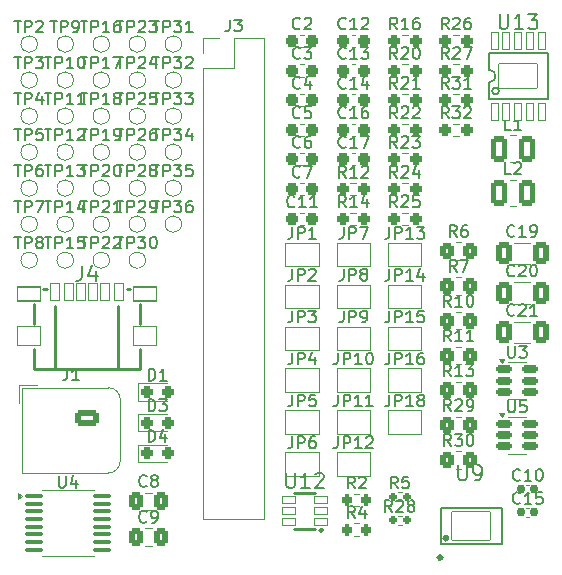
<source format=gbr>
%TF.GenerationSoftware,KiCad,Pcbnew,9.0.0*%
%TF.CreationDate,2025-03-28T03:05:09+02:00*%
%TF.ProjectId,PCB,5043422e-6b69-4636-9164-5f7063625858,rev?*%
%TF.SameCoordinates,Original*%
%TF.FileFunction,Legend,Top*%
%TF.FilePolarity,Positive*%
%FSLAX46Y46*%
G04 Gerber Fmt 4.6, Leading zero omitted, Abs format (unit mm)*
G04 Created by KiCad (PCBNEW 9.0.0) date 2025-03-28 03:05:09*
%MOMM*%
%LPD*%
G01*
G04 APERTURE LIST*
G04 Aperture macros list*
%AMRoundRect*
0 Rectangle with rounded corners*
0 $1 Rounding radius*
0 $2 $3 $4 $5 $6 $7 $8 $9 X,Y pos of 4 corners*
0 Add a 4 corners polygon primitive as box body*
4,1,4,$2,$3,$4,$5,$6,$7,$8,$9,$2,$3,0*
0 Add four circle primitives for the rounded corners*
1,1,$1+$1,$2,$3*
1,1,$1+$1,$4,$5*
1,1,$1+$1,$6,$7*
1,1,$1+$1,$8,$9*
0 Add four rect primitives between the rounded corners*
20,1,$1+$1,$2,$3,$4,$5,0*
20,1,$1+$1,$4,$5,$6,$7,0*
20,1,$1+$1,$6,$7,$8,$9,0*
20,1,$1+$1,$8,$9,$2,$3,0*%
G04 Aperture macros list end*
%ADD10C,0.150000*%
%ADD11C,0.254000*%
%ADD12C,0.152400*%
%ADD13C,0.300000*%
%ADD14C,0.120000*%
%ADD15RoundRect,0.050000X0.300000X-0.750000X0.300000X0.750000X-0.300000X0.750000X-0.300000X-0.750000X0*%
%ADD16RoundRect,0.050000X1.650000X1.050000X-1.650000X1.050000X-1.650000X-1.050000X1.650000X-1.050000X0*%
%ADD17RoundRect,0.051000X-0.550000X-0.300000X0.550000X-0.300000X0.550000X0.300000X-0.550000X0.300000X0*%
%ADD18O,0.731600X1.966600*%
%ADD19RoundRect,0.050000X-1.650000X-1.200000X1.650000X-1.200000X1.650000X1.200000X-1.650000X1.200000X0*%
%ADD20RoundRect,0.150000X-0.512500X-0.150000X0.512500X-0.150000X0.512500X0.150000X-0.512500X0.150000X0*%
%ADD21R,2.460000X2.310000*%
%ADD22RoundRect,0.100000X-0.687500X-0.100000X0.687500X-0.100000X0.687500X0.100000X-0.687500X0.100000X0*%
%ADD23C,1.000000*%
%ADD24RoundRect,0.237500X-0.250000X-0.237500X0.250000X-0.237500X0.250000X0.237500X-0.250000X0.237500X0*%
%ADD25RoundRect,0.250000X-0.350000X-0.450000X0.350000X-0.450000X0.350000X0.450000X-0.350000X0.450000X0*%
%ADD26RoundRect,0.160000X-0.197500X-0.160000X0.197500X-0.160000X0.197500X0.160000X-0.197500X0.160000X0*%
%ADD27RoundRect,0.200000X-0.200000X-0.275000X0.200000X-0.275000X0.200000X0.275000X-0.200000X0.275000X0*%
%ADD28RoundRect,0.250001X-0.462499X-0.849999X0.462499X-0.849999X0.462499X0.849999X-0.462499X0.849999X0*%
%ADD29R,1.000000X1.500000*%
%ADD30RoundRect,0.050800X-0.975000X-0.600000X0.975000X-0.600000X0.975000X0.600000X-0.975000X0.600000X0*%
%ADD31RoundRect,0.050800X-0.975000X-0.800000X0.975000X-0.800000X0.975000X0.800000X-0.975000X0.800000X0*%
%ADD32RoundRect,0.050800X-0.400000X-0.700000X0.400000X-0.700000X0.400000X0.700000X-0.400000X0.700000X0*%
%ADD33R,1.700000X1.700000*%
%ADD34O,1.700000X1.700000*%
%ADD35C,1.150000*%
%ADD36RoundRect,0.250000X-0.750000X-0.400000X0.750000X-0.400000X0.750000X0.400000X-0.750000X0.400000X0*%
%ADD37O,2.000000X1.300000*%
%ADD38RoundRect,0.237500X-0.287500X-0.237500X0.287500X-0.237500X0.287500X0.237500X-0.287500X0.237500X0*%
%ADD39RoundRect,0.250000X-0.412500X-0.650000X0.412500X-0.650000X0.412500X0.650000X-0.412500X0.650000X0*%
%ADD40RoundRect,0.237500X-0.300000X-0.237500X0.300000X-0.237500X0.300000X0.237500X-0.300000X0.237500X0*%
%ADD41RoundRect,0.155000X-0.212500X-0.155000X0.212500X-0.155000X0.212500X0.155000X-0.212500X0.155000X0*%
%ADD42RoundRect,0.250000X-0.337500X-0.475000X0.337500X-0.475000X0.337500X0.475000X-0.337500X0.475000X0*%
G04 APERTURE END LIST*
D10*
X140975218Y-69457226D02*
X140975218Y-70485321D01*
X140975218Y-70485321D02*
X141035695Y-70606273D01*
X141035695Y-70606273D02*
X141096171Y-70666750D01*
X141096171Y-70666750D02*
X141217123Y-70727226D01*
X141217123Y-70727226D02*
X141459028Y-70727226D01*
X141459028Y-70727226D02*
X141579980Y-70666750D01*
X141579980Y-70666750D02*
X141640457Y-70606273D01*
X141640457Y-70606273D02*
X141700933Y-70485321D01*
X141700933Y-70485321D02*
X141700933Y-69457226D01*
X142970933Y-70727226D02*
X142245218Y-70727226D01*
X142608075Y-70727226D02*
X142608075Y-69457226D01*
X142608075Y-69457226D02*
X142487123Y-69638654D01*
X142487123Y-69638654D02*
X142366171Y-69759607D01*
X142366171Y-69759607D02*
X142245218Y-69820083D01*
X143394266Y-69457226D02*
X144180457Y-69457226D01*
X144180457Y-69457226D02*
X143757123Y-69941035D01*
X143757123Y-69941035D02*
X143938552Y-69941035D01*
X143938552Y-69941035D02*
X144059504Y-70001511D01*
X144059504Y-70001511D02*
X144119980Y-70061988D01*
X144119980Y-70061988D02*
X144180457Y-70182940D01*
X144180457Y-70182940D02*
X144180457Y-70485321D01*
X144180457Y-70485321D02*
X144119980Y-70606273D01*
X144119980Y-70606273D02*
X144059504Y-70666750D01*
X144059504Y-70666750D02*
X143938552Y-70727226D01*
X143938552Y-70727226D02*
X143575695Y-70727226D01*
X143575695Y-70727226D02*
X143454742Y-70666750D01*
X143454742Y-70666750D02*
X143394266Y-70606273D01*
X122900218Y-108327226D02*
X122900218Y-109355321D01*
X122900218Y-109355321D02*
X122960695Y-109476273D01*
X122960695Y-109476273D02*
X123021171Y-109536750D01*
X123021171Y-109536750D02*
X123142123Y-109597226D01*
X123142123Y-109597226D02*
X123384028Y-109597226D01*
X123384028Y-109597226D02*
X123504980Y-109536750D01*
X123504980Y-109536750D02*
X123565457Y-109476273D01*
X123565457Y-109476273D02*
X123625933Y-109355321D01*
X123625933Y-109355321D02*
X123625933Y-108327226D01*
X124895933Y-109597226D02*
X124170218Y-109597226D01*
X124533075Y-109597226D02*
X124533075Y-108327226D01*
X124533075Y-108327226D02*
X124412123Y-108508654D01*
X124412123Y-108508654D02*
X124291171Y-108629607D01*
X124291171Y-108629607D02*
X124170218Y-108690083D01*
X125379742Y-108448178D02*
X125440218Y-108387702D01*
X125440218Y-108387702D02*
X125561171Y-108327226D01*
X125561171Y-108327226D02*
X125863552Y-108327226D01*
X125863552Y-108327226D02*
X125984504Y-108387702D01*
X125984504Y-108387702D02*
X126044980Y-108448178D01*
X126044980Y-108448178D02*
X126105457Y-108569130D01*
X126105457Y-108569130D02*
X126105457Y-108690083D01*
X126105457Y-108690083D02*
X126044980Y-108871511D01*
X126044980Y-108871511D02*
X125319266Y-109597226D01*
X125319266Y-109597226D02*
X126105457Y-109597226D01*
X137467380Y-107677226D02*
X137467380Y-108705321D01*
X137467380Y-108705321D02*
X137527857Y-108826273D01*
X137527857Y-108826273D02*
X137588333Y-108886750D01*
X137588333Y-108886750D02*
X137709285Y-108947226D01*
X137709285Y-108947226D02*
X137951190Y-108947226D01*
X137951190Y-108947226D02*
X138072142Y-108886750D01*
X138072142Y-108886750D02*
X138132619Y-108826273D01*
X138132619Y-108826273D02*
X138193095Y-108705321D01*
X138193095Y-108705321D02*
X138193095Y-107677226D01*
X138858333Y-108947226D02*
X139100237Y-108947226D01*
X139100237Y-108947226D02*
X139221190Y-108886750D01*
X139221190Y-108886750D02*
X139281666Y-108826273D01*
X139281666Y-108826273D02*
X139402618Y-108644845D01*
X139402618Y-108644845D02*
X139463095Y-108402940D01*
X139463095Y-108402940D02*
X139463095Y-107919130D01*
X139463095Y-107919130D02*
X139402618Y-107798178D01*
X139402618Y-107798178D02*
X139342142Y-107737702D01*
X139342142Y-107737702D02*
X139221190Y-107677226D01*
X139221190Y-107677226D02*
X138979285Y-107677226D01*
X138979285Y-107677226D02*
X138858333Y-107737702D01*
X138858333Y-107737702D02*
X138797856Y-107798178D01*
X138797856Y-107798178D02*
X138737380Y-107919130D01*
X138737380Y-107919130D02*
X138737380Y-108221511D01*
X138737380Y-108221511D02*
X138797856Y-108342464D01*
X138797856Y-108342464D02*
X138858333Y-108402940D01*
X138858333Y-108402940D02*
X138979285Y-108463416D01*
X138979285Y-108463416D02*
X139221190Y-108463416D01*
X139221190Y-108463416D02*
X139342142Y-108402940D01*
X139342142Y-108402940D02*
X139402618Y-108342464D01*
X139402618Y-108342464D02*
X139463095Y-108221511D01*
X141685695Y-102182319D02*
X141685695Y-102991842D01*
X141685695Y-102991842D02*
X141733314Y-103087080D01*
X141733314Y-103087080D02*
X141780933Y-103134700D01*
X141780933Y-103134700D02*
X141876171Y-103182319D01*
X141876171Y-103182319D02*
X142066647Y-103182319D01*
X142066647Y-103182319D02*
X142161885Y-103134700D01*
X142161885Y-103134700D02*
X142209504Y-103087080D01*
X142209504Y-103087080D02*
X142257123Y-102991842D01*
X142257123Y-102991842D02*
X142257123Y-102182319D01*
X143209504Y-102182319D02*
X142733314Y-102182319D01*
X142733314Y-102182319D02*
X142685695Y-102658509D01*
X142685695Y-102658509D02*
X142733314Y-102610890D01*
X142733314Y-102610890D02*
X142828552Y-102563271D01*
X142828552Y-102563271D02*
X143066647Y-102563271D01*
X143066647Y-102563271D02*
X143161885Y-102610890D01*
X143161885Y-102610890D02*
X143209504Y-102658509D01*
X143209504Y-102658509D02*
X143257123Y-102753747D01*
X143257123Y-102753747D02*
X143257123Y-102991842D01*
X143257123Y-102991842D02*
X143209504Y-103087080D01*
X143209504Y-103087080D02*
X143161885Y-103134700D01*
X143161885Y-103134700D02*
X143066647Y-103182319D01*
X143066647Y-103182319D02*
X142828552Y-103182319D01*
X142828552Y-103182319D02*
X142733314Y-103134700D01*
X142733314Y-103134700D02*
X142685695Y-103087080D01*
X103660695Y-108557319D02*
X103660695Y-109366842D01*
X103660695Y-109366842D02*
X103708314Y-109462080D01*
X103708314Y-109462080D02*
X103755933Y-109509700D01*
X103755933Y-109509700D02*
X103851171Y-109557319D01*
X103851171Y-109557319D02*
X104041647Y-109557319D01*
X104041647Y-109557319D02*
X104136885Y-109509700D01*
X104136885Y-109509700D02*
X104184504Y-109462080D01*
X104184504Y-109462080D02*
X104232123Y-109366842D01*
X104232123Y-109366842D02*
X104232123Y-108557319D01*
X105136885Y-108890652D02*
X105136885Y-109557319D01*
X104898790Y-108509700D02*
X104660695Y-109223985D01*
X104660695Y-109223985D02*
X105279742Y-109223985D01*
X141685695Y-97557319D02*
X141685695Y-98366842D01*
X141685695Y-98366842D02*
X141733314Y-98462080D01*
X141733314Y-98462080D02*
X141780933Y-98509700D01*
X141780933Y-98509700D02*
X141876171Y-98557319D01*
X141876171Y-98557319D02*
X142066647Y-98557319D01*
X142066647Y-98557319D02*
X142161885Y-98509700D01*
X142161885Y-98509700D02*
X142209504Y-98462080D01*
X142209504Y-98462080D02*
X142257123Y-98366842D01*
X142257123Y-98366842D02*
X142257123Y-97557319D01*
X142638076Y-97557319D02*
X143257123Y-97557319D01*
X143257123Y-97557319D02*
X142923790Y-97938271D01*
X142923790Y-97938271D02*
X143066647Y-97938271D01*
X143066647Y-97938271D02*
X143161885Y-97985890D01*
X143161885Y-97985890D02*
X143209504Y-98033509D01*
X143209504Y-98033509D02*
X143257123Y-98128747D01*
X143257123Y-98128747D02*
X143257123Y-98366842D01*
X143257123Y-98366842D02*
X143209504Y-98462080D01*
X143209504Y-98462080D02*
X143161885Y-98509700D01*
X143161885Y-98509700D02*
X143066647Y-98557319D01*
X143066647Y-98557319D02*
X142780933Y-98557319D01*
X142780933Y-98557319D02*
X142685695Y-98509700D01*
X142685695Y-98509700D02*
X142638076Y-98462080D01*
X111609505Y-85264319D02*
X112180933Y-85264319D01*
X111895219Y-86264319D02*
X111895219Y-85264319D01*
X112514267Y-86264319D02*
X112514267Y-85264319D01*
X112514267Y-85264319D02*
X112895219Y-85264319D01*
X112895219Y-85264319D02*
X112990457Y-85311938D01*
X112990457Y-85311938D02*
X113038076Y-85359557D01*
X113038076Y-85359557D02*
X113085695Y-85454795D01*
X113085695Y-85454795D02*
X113085695Y-85597652D01*
X113085695Y-85597652D02*
X113038076Y-85692890D01*
X113038076Y-85692890D02*
X112990457Y-85740509D01*
X112990457Y-85740509D02*
X112895219Y-85788128D01*
X112895219Y-85788128D02*
X112514267Y-85788128D01*
X113419029Y-85264319D02*
X114038076Y-85264319D01*
X114038076Y-85264319D02*
X113704743Y-85645271D01*
X113704743Y-85645271D02*
X113847600Y-85645271D01*
X113847600Y-85645271D02*
X113942838Y-85692890D01*
X113942838Y-85692890D02*
X113990457Y-85740509D01*
X113990457Y-85740509D02*
X114038076Y-85835747D01*
X114038076Y-85835747D02*
X114038076Y-86073842D01*
X114038076Y-86073842D02*
X113990457Y-86169080D01*
X113990457Y-86169080D02*
X113942838Y-86216700D01*
X113942838Y-86216700D02*
X113847600Y-86264319D01*
X113847600Y-86264319D02*
X113561886Y-86264319D01*
X113561886Y-86264319D02*
X113466648Y-86216700D01*
X113466648Y-86216700D02*
X113419029Y-86169080D01*
X114895219Y-85264319D02*
X114704743Y-85264319D01*
X114704743Y-85264319D02*
X114609505Y-85311938D01*
X114609505Y-85311938D02*
X114561886Y-85359557D01*
X114561886Y-85359557D02*
X114466648Y-85502414D01*
X114466648Y-85502414D02*
X114419029Y-85692890D01*
X114419029Y-85692890D02*
X114419029Y-86073842D01*
X114419029Y-86073842D02*
X114466648Y-86169080D01*
X114466648Y-86169080D02*
X114514267Y-86216700D01*
X114514267Y-86216700D02*
X114609505Y-86264319D01*
X114609505Y-86264319D02*
X114799981Y-86264319D01*
X114799981Y-86264319D02*
X114895219Y-86216700D01*
X114895219Y-86216700D02*
X114942838Y-86169080D01*
X114942838Y-86169080D02*
X114990457Y-86073842D01*
X114990457Y-86073842D02*
X114990457Y-85835747D01*
X114990457Y-85835747D02*
X114942838Y-85740509D01*
X114942838Y-85740509D02*
X114895219Y-85692890D01*
X114895219Y-85692890D02*
X114799981Y-85645271D01*
X114799981Y-85645271D02*
X114609505Y-85645271D01*
X114609505Y-85645271D02*
X114514267Y-85692890D01*
X114514267Y-85692890D02*
X114466648Y-85740509D01*
X114466648Y-85740509D02*
X114419029Y-85835747D01*
X111609505Y-82214319D02*
X112180933Y-82214319D01*
X111895219Y-83214319D02*
X111895219Y-82214319D01*
X112514267Y-83214319D02*
X112514267Y-82214319D01*
X112514267Y-82214319D02*
X112895219Y-82214319D01*
X112895219Y-82214319D02*
X112990457Y-82261938D01*
X112990457Y-82261938D02*
X113038076Y-82309557D01*
X113038076Y-82309557D02*
X113085695Y-82404795D01*
X113085695Y-82404795D02*
X113085695Y-82547652D01*
X113085695Y-82547652D02*
X113038076Y-82642890D01*
X113038076Y-82642890D02*
X112990457Y-82690509D01*
X112990457Y-82690509D02*
X112895219Y-82738128D01*
X112895219Y-82738128D02*
X112514267Y-82738128D01*
X113419029Y-82214319D02*
X114038076Y-82214319D01*
X114038076Y-82214319D02*
X113704743Y-82595271D01*
X113704743Y-82595271D02*
X113847600Y-82595271D01*
X113847600Y-82595271D02*
X113942838Y-82642890D01*
X113942838Y-82642890D02*
X113990457Y-82690509D01*
X113990457Y-82690509D02*
X114038076Y-82785747D01*
X114038076Y-82785747D02*
X114038076Y-83023842D01*
X114038076Y-83023842D02*
X113990457Y-83119080D01*
X113990457Y-83119080D02*
X113942838Y-83166700D01*
X113942838Y-83166700D02*
X113847600Y-83214319D01*
X113847600Y-83214319D02*
X113561886Y-83214319D01*
X113561886Y-83214319D02*
X113466648Y-83166700D01*
X113466648Y-83166700D02*
X113419029Y-83119080D01*
X114942838Y-82214319D02*
X114466648Y-82214319D01*
X114466648Y-82214319D02*
X114419029Y-82690509D01*
X114419029Y-82690509D02*
X114466648Y-82642890D01*
X114466648Y-82642890D02*
X114561886Y-82595271D01*
X114561886Y-82595271D02*
X114799981Y-82595271D01*
X114799981Y-82595271D02*
X114895219Y-82642890D01*
X114895219Y-82642890D02*
X114942838Y-82690509D01*
X114942838Y-82690509D02*
X114990457Y-82785747D01*
X114990457Y-82785747D02*
X114990457Y-83023842D01*
X114990457Y-83023842D02*
X114942838Y-83119080D01*
X114942838Y-83119080D02*
X114895219Y-83166700D01*
X114895219Y-83166700D02*
X114799981Y-83214319D01*
X114799981Y-83214319D02*
X114561886Y-83214319D01*
X114561886Y-83214319D02*
X114466648Y-83166700D01*
X114466648Y-83166700D02*
X114419029Y-83119080D01*
X111609505Y-79164319D02*
X112180933Y-79164319D01*
X111895219Y-80164319D02*
X111895219Y-79164319D01*
X112514267Y-80164319D02*
X112514267Y-79164319D01*
X112514267Y-79164319D02*
X112895219Y-79164319D01*
X112895219Y-79164319D02*
X112990457Y-79211938D01*
X112990457Y-79211938D02*
X113038076Y-79259557D01*
X113038076Y-79259557D02*
X113085695Y-79354795D01*
X113085695Y-79354795D02*
X113085695Y-79497652D01*
X113085695Y-79497652D02*
X113038076Y-79592890D01*
X113038076Y-79592890D02*
X112990457Y-79640509D01*
X112990457Y-79640509D02*
X112895219Y-79688128D01*
X112895219Y-79688128D02*
X112514267Y-79688128D01*
X113419029Y-79164319D02*
X114038076Y-79164319D01*
X114038076Y-79164319D02*
X113704743Y-79545271D01*
X113704743Y-79545271D02*
X113847600Y-79545271D01*
X113847600Y-79545271D02*
X113942838Y-79592890D01*
X113942838Y-79592890D02*
X113990457Y-79640509D01*
X113990457Y-79640509D02*
X114038076Y-79735747D01*
X114038076Y-79735747D02*
X114038076Y-79973842D01*
X114038076Y-79973842D02*
X113990457Y-80069080D01*
X113990457Y-80069080D02*
X113942838Y-80116700D01*
X113942838Y-80116700D02*
X113847600Y-80164319D01*
X113847600Y-80164319D02*
X113561886Y-80164319D01*
X113561886Y-80164319D02*
X113466648Y-80116700D01*
X113466648Y-80116700D02*
X113419029Y-80069080D01*
X114895219Y-79497652D02*
X114895219Y-80164319D01*
X114657124Y-79116700D02*
X114419029Y-79830985D01*
X114419029Y-79830985D02*
X115038076Y-79830985D01*
X111609505Y-76114319D02*
X112180933Y-76114319D01*
X111895219Y-77114319D02*
X111895219Y-76114319D01*
X112514267Y-77114319D02*
X112514267Y-76114319D01*
X112514267Y-76114319D02*
X112895219Y-76114319D01*
X112895219Y-76114319D02*
X112990457Y-76161938D01*
X112990457Y-76161938D02*
X113038076Y-76209557D01*
X113038076Y-76209557D02*
X113085695Y-76304795D01*
X113085695Y-76304795D02*
X113085695Y-76447652D01*
X113085695Y-76447652D02*
X113038076Y-76542890D01*
X113038076Y-76542890D02*
X112990457Y-76590509D01*
X112990457Y-76590509D02*
X112895219Y-76638128D01*
X112895219Y-76638128D02*
X112514267Y-76638128D01*
X113419029Y-76114319D02*
X114038076Y-76114319D01*
X114038076Y-76114319D02*
X113704743Y-76495271D01*
X113704743Y-76495271D02*
X113847600Y-76495271D01*
X113847600Y-76495271D02*
X113942838Y-76542890D01*
X113942838Y-76542890D02*
X113990457Y-76590509D01*
X113990457Y-76590509D02*
X114038076Y-76685747D01*
X114038076Y-76685747D02*
X114038076Y-76923842D01*
X114038076Y-76923842D02*
X113990457Y-77019080D01*
X113990457Y-77019080D02*
X113942838Y-77066700D01*
X113942838Y-77066700D02*
X113847600Y-77114319D01*
X113847600Y-77114319D02*
X113561886Y-77114319D01*
X113561886Y-77114319D02*
X113466648Y-77066700D01*
X113466648Y-77066700D02*
X113419029Y-77019080D01*
X114371410Y-76114319D02*
X114990457Y-76114319D01*
X114990457Y-76114319D02*
X114657124Y-76495271D01*
X114657124Y-76495271D02*
X114799981Y-76495271D01*
X114799981Y-76495271D02*
X114895219Y-76542890D01*
X114895219Y-76542890D02*
X114942838Y-76590509D01*
X114942838Y-76590509D02*
X114990457Y-76685747D01*
X114990457Y-76685747D02*
X114990457Y-76923842D01*
X114990457Y-76923842D02*
X114942838Y-77019080D01*
X114942838Y-77019080D02*
X114895219Y-77066700D01*
X114895219Y-77066700D02*
X114799981Y-77114319D01*
X114799981Y-77114319D02*
X114514267Y-77114319D01*
X114514267Y-77114319D02*
X114419029Y-77066700D01*
X114419029Y-77066700D02*
X114371410Y-77019080D01*
X111609505Y-73064319D02*
X112180933Y-73064319D01*
X111895219Y-74064319D02*
X111895219Y-73064319D01*
X112514267Y-74064319D02*
X112514267Y-73064319D01*
X112514267Y-73064319D02*
X112895219Y-73064319D01*
X112895219Y-73064319D02*
X112990457Y-73111938D01*
X112990457Y-73111938D02*
X113038076Y-73159557D01*
X113038076Y-73159557D02*
X113085695Y-73254795D01*
X113085695Y-73254795D02*
X113085695Y-73397652D01*
X113085695Y-73397652D02*
X113038076Y-73492890D01*
X113038076Y-73492890D02*
X112990457Y-73540509D01*
X112990457Y-73540509D02*
X112895219Y-73588128D01*
X112895219Y-73588128D02*
X112514267Y-73588128D01*
X113419029Y-73064319D02*
X114038076Y-73064319D01*
X114038076Y-73064319D02*
X113704743Y-73445271D01*
X113704743Y-73445271D02*
X113847600Y-73445271D01*
X113847600Y-73445271D02*
X113942838Y-73492890D01*
X113942838Y-73492890D02*
X113990457Y-73540509D01*
X113990457Y-73540509D02*
X114038076Y-73635747D01*
X114038076Y-73635747D02*
X114038076Y-73873842D01*
X114038076Y-73873842D02*
X113990457Y-73969080D01*
X113990457Y-73969080D02*
X113942838Y-74016700D01*
X113942838Y-74016700D02*
X113847600Y-74064319D01*
X113847600Y-74064319D02*
X113561886Y-74064319D01*
X113561886Y-74064319D02*
X113466648Y-74016700D01*
X113466648Y-74016700D02*
X113419029Y-73969080D01*
X114419029Y-73159557D02*
X114466648Y-73111938D01*
X114466648Y-73111938D02*
X114561886Y-73064319D01*
X114561886Y-73064319D02*
X114799981Y-73064319D01*
X114799981Y-73064319D02*
X114895219Y-73111938D01*
X114895219Y-73111938D02*
X114942838Y-73159557D01*
X114942838Y-73159557D02*
X114990457Y-73254795D01*
X114990457Y-73254795D02*
X114990457Y-73350033D01*
X114990457Y-73350033D02*
X114942838Y-73492890D01*
X114942838Y-73492890D02*
X114371410Y-74064319D01*
X114371410Y-74064319D02*
X114990457Y-74064319D01*
X111609505Y-70014319D02*
X112180933Y-70014319D01*
X111895219Y-71014319D02*
X111895219Y-70014319D01*
X112514267Y-71014319D02*
X112514267Y-70014319D01*
X112514267Y-70014319D02*
X112895219Y-70014319D01*
X112895219Y-70014319D02*
X112990457Y-70061938D01*
X112990457Y-70061938D02*
X113038076Y-70109557D01*
X113038076Y-70109557D02*
X113085695Y-70204795D01*
X113085695Y-70204795D02*
X113085695Y-70347652D01*
X113085695Y-70347652D02*
X113038076Y-70442890D01*
X113038076Y-70442890D02*
X112990457Y-70490509D01*
X112990457Y-70490509D02*
X112895219Y-70538128D01*
X112895219Y-70538128D02*
X112514267Y-70538128D01*
X113419029Y-70014319D02*
X114038076Y-70014319D01*
X114038076Y-70014319D02*
X113704743Y-70395271D01*
X113704743Y-70395271D02*
X113847600Y-70395271D01*
X113847600Y-70395271D02*
X113942838Y-70442890D01*
X113942838Y-70442890D02*
X113990457Y-70490509D01*
X113990457Y-70490509D02*
X114038076Y-70585747D01*
X114038076Y-70585747D02*
X114038076Y-70823842D01*
X114038076Y-70823842D02*
X113990457Y-70919080D01*
X113990457Y-70919080D02*
X113942838Y-70966700D01*
X113942838Y-70966700D02*
X113847600Y-71014319D01*
X113847600Y-71014319D02*
X113561886Y-71014319D01*
X113561886Y-71014319D02*
X113466648Y-70966700D01*
X113466648Y-70966700D02*
X113419029Y-70919080D01*
X114990457Y-71014319D02*
X114419029Y-71014319D01*
X114704743Y-71014319D02*
X114704743Y-70014319D01*
X114704743Y-70014319D02*
X114609505Y-70157176D01*
X114609505Y-70157176D02*
X114514267Y-70252414D01*
X114514267Y-70252414D02*
X114419029Y-70300033D01*
X108559505Y-88314319D02*
X109130933Y-88314319D01*
X108845219Y-89314319D02*
X108845219Y-88314319D01*
X109464267Y-89314319D02*
X109464267Y-88314319D01*
X109464267Y-88314319D02*
X109845219Y-88314319D01*
X109845219Y-88314319D02*
X109940457Y-88361938D01*
X109940457Y-88361938D02*
X109988076Y-88409557D01*
X109988076Y-88409557D02*
X110035695Y-88504795D01*
X110035695Y-88504795D02*
X110035695Y-88647652D01*
X110035695Y-88647652D02*
X109988076Y-88742890D01*
X109988076Y-88742890D02*
X109940457Y-88790509D01*
X109940457Y-88790509D02*
X109845219Y-88838128D01*
X109845219Y-88838128D02*
X109464267Y-88838128D01*
X110369029Y-88314319D02*
X110988076Y-88314319D01*
X110988076Y-88314319D02*
X110654743Y-88695271D01*
X110654743Y-88695271D02*
X110797600Y-88695271D01*
X110797600Y-88695271D02*
X110892838Y-88742890D01*
X110892838Y-88742890D02*
X110940457Y-88790509D01*
X110940457Y-88790509D02*
X110988076Y-88885747D01*
X110988076Y-88885747D02*
X110988076Y-89123842D01*
X110988076Y-89123842D02*
X110940457Y-89219080D01*
X110940457Y-89219080D02*
X110892838Y-89266700D01*
X110892838Y-89266700D02*
X110797600Y-89314319D01*
X110797600Y-89314319D02*
X110511886Y-89314319D01*
X110511886Y-89314319D02*
X110416648Y-89266700D01*
X110416648Y-89266700D02*
X110369029Y-89219080D01*
X111607124Y-88314319D02*
X111702362Y-88314319D01*
X111702362Y-88314319D02*
X111797600Y-88361938D01*
X111797600Y-88361938D02*
X111845219Y-88409557D01*
X111845219Y-88409557D02*
X111892838Y-88504795D01*
X111892838Y-88504795D02*
X111940457Y-88695271D01*
X111940457Y-88695271D02*
X111940457Y-88933366D01*
X111940457Y-88933366D02*
X111892838Y-89123842D01*
X111892838Y-89123842D02*
X111845219Y-89219080D01*
X111845219Y-89219080D02*
X111797600Y-89266700D01*
X111797600Y-89266700D02*
X111702362Y-89314319D01*
X111702362Y-89314319D02*
X111607124Y-89314319D01*
X111607124Y-89314319D02*
X111511886Y-89266700D01*
X111511886Y-89266700D02*
X111464267Y-89219080D01*
X111464267Y-89219080D02*
X111416648Y-89123842D01*
X111416648Y-89123842D02*
X111369029Y-88933366D01*
X111369029Y-88933366D02*
X111369029Y-88695271D01*
X111369029Y-88695271D02*
X111416648Y-88504795D01*
X111416648Y-88504795D02*
X111464267Y-88409557D01*
X111464267Y-88409557D02*
X111511886Y-88361938D01*
X111511886Y-88361938D02*
X111607124Y-88314319D01*
X108559505Y-85264319D02*
X109130933Y-85264319D01*
X108845219Y-86264319D02*
X108845219Y-85264319D01*
X109464267Y-86264319D02*
X109464267Y-85264319D01*
X109464267Y-85264319D02*
X109845219Y-85264319D01*
X109845219Y-85264319D02*
X109940457Y-85311938D01*
X109940457Y-85311938D02*
X109988076Y-85359557D01*
X109988076Y-85359557D02*
X110035695Y-85454795D01*
X110035695Y-85454795D02*
X110035695Y-85597652D01*
X110035695Y-85597652D02*
X109988076Y-85692890D01*
X109988076Y-85692890D02*
X109940457Y-85740509D01*
X109940457Y-85740509D02*
X109845219Y-85788128D01*
X109845219Y-85788128D02*
X109464267Y-85788128D01*
X110416648Y-85359557D02*
X110464267Y-85311938D01*
X110464267Y-85311938D02*
X110559505Y-85264319D01*
X110559505Y-85264319D02*
X110797600Y-85264319D01*
X110797600Y-85264319D02*
X110892838Y-85311938D01*
X110892838Y-85311938D02*
X110940457Y-85359557D01*
X110940457Y-85359557D02*
X110988076Y-85454795D01*
X110988076Y-85454795D02*
X110988076Y-85550033D01*
X110988076Y-85550033D02*
X110940457Y-85692890D01*
X110940457Y-85692890D02*
X110369029Y-86264319D01*
X110369029Y-86264319D02*
X110988076Y-86264319D01*
X111464267Y-86264319D02*
X111654743Y-86264319D01*
X111654743Y-86264319D02*
X111749981Y-86216700D01*
X111749981Y-86216700D02*
X111797600Y-86169080D01*
X111797600Y-86169080D02*
X111892838Y-86026223D01*
X111892838Y-86026223D02*
X111940457Y-85835747D01*
X111940457Y-85835747D02*
X111940457Y-85454795D01*
X111940457Y-85454795D02*
X111892838Y-85359557D01*
X111892838Y-85359557D02*
X111845219Y-85311938D01*
X111845219Y-85311938D02*
X111749981Y-85264319D01*
X111749981Y-85264319D02*
X111559505Y-85264319D01*
X111559505Y-85264319D02*
X111464267Y-85311938D01*
X111464267Y-85311938D02*
X111416648Y-85359557D01*
X111416648Y-85359557D02*
X111369029Y-85454795D01*
X111369029Y-85454795D02*
X111369029Y-85692890D01*
X111369029Y-85692890D02*
X111416648Y-85788128D01*
X111416648Y-85788128D02*
X111464267Y-85835747D01*
X111464267Y-85835747D02*
X111559505Y-85883366D01*
X111559505Y-85883366D02*
X111749981Y-85883366D01*
X111749981Y-85883366D02*
X111845219Y-85835747D01*
X111845219Y-85835747D02*
X111892838Y-85788128D01*
X111892838Y-85788128D02*
X111940457Y-85692890D01*
X108559505Y-82214319D02*
X109130933Y-82214319D01*
X108845219Y-83214319D02*
X108845219Y-82214319D01*
X109464267Y-83214319D02*
X109464267Y-82214319D01*
X109464267Y-82214319D02*
X109845219Y-82214319D01*
X109845219Y-82214319D02*
X109940457Y-82261938D01*
X109940457Y-82261938D02*
X109988076Y-82309557D01*
X109988076Y-82309557D02*
X110035695Y-82404795D01*
X110035695Y-82404795D02*
X110035695Y-82547652D01*
X110035695Y-82547652D02*
X109988076Y-82642890D01*
X109988076Y-82642890D02*
X109940457Y-82690509D01*
X109940457Y-82690509D02*
X109845219Y-82738128D01*
X109845219Y-82738128D02*
X109464267Y-82738128D01*
X110416648Y-82309557D02*
X110464267Y-82261938D01*
X110464267Y-82261938D02*
X110559505Y-82214319D01*
X110559505Y-82214319D02*
X110797600Y-82214319D01*
X110797600Y-82214319D02*
X110892838Y-82261938D01*
X110892838Y-82261938D02*
X110940457Y-82309557D01*
X110940457Y-82309557D02*
X110988076Y-82404795D01*
X110988076Y-82404795D02*
X110988076Y-82500033D01*
X110988076Y-82500033D02*
X110940457Y-82642890D01*
X110940457Y-82642890D02*
X110369029Y-83214319D01*
X110369029Y-83214319D02*
X110988076Y-83214319D01*
X111559505Y-82642890D02*
X111464267Y-82595271D01*
X111464267Y-82595271D02*
X111416648Y-82547652D01*
X111416648Y-82547652D02*
X111369029Y-82452414D01*
X111369029Y-82452414D02*
X111369029Y-82404795D01*
X111369029Y-82404795D02*
X111416648Y-82309557D01*
X111416648Y-82309557D02*
X111464267Y-82261938D01*
X111464267Y-82261938D02*
X111559505Y-82214319D01*
X111559505Y-82214319D02*
X111749981Y-82214319D01*
X111749981Y-82214319D02*
X111845219Y-82261938D01*
X111845219Y-82261938D02*
X111892838Y-82309557D01*
X111892838Y-82309557D02*
X111940457Y-82404795D01*
X111940457Y-82404795D02*
X111940457Y-82452414D01*
X111940457Y-82452414D02*
X111892838Y-82547652D01*
X111892838Y-82547652D02*
X111845219Y-82595271D01*
X111845219Y-82595271D02*
X111749981Y-82642890D01*
X111749981Y-82642890D02*
X111559505Y-82642890D01*
X111559505Y-82642890D02*
X111464267Y-82690509D01*
X111464267Y-82690509D02*
X111416648Y-82738128D01*
X111416648Y-82738128D02*
X111369029Y-82833366D01*
X111369029Y-82833366D02*
X111369029Y-83023842D01*
X111369029Y-83023842D02*
X111416648Y-83119080D01*
X111416648Y-83119080D02*
X111464267Y-83166700D01*
X111464267Y-83166700D02*
X111559505Y-83214319D01*
X111559505Y-83214319D02*
X111749981Y-83214319D01*
X111749981Y-83214319D02*
X111845219Y-83166700D01*
X111845219Y-83166700D02*
X111892838Y-83119080D01*
X111892838Y-83119080D02*
X111940457Y-83023842D01*
X111940457Y-83023842D02*
X111940457Y-82833366D01*
X111940457Y-82833366D02*
X111892838Y-82738128D01*
X111892838Y-82738128D02*
X111845219Y-82690509D01*
X111845219Y-82690509D02*
X111749981Y-82642890D01*
X108559505Y-79164319D02*
X109130933Y-79164319D01*
X108845219Y-80164319D02*
X108845219Y-79164319D01*
X109464267Y-80164319D02*
X109464267Y-79164319D01*
X109464267Y-79164319D02*
X109845219Y-79164319D01*
X109845219Y-79164319D02*
X109940457Y-79211938D01*
X109940457Y-79211938D02*
X109988076Y-79259557D01*
X109988076Y-79259557D02*
X110035695Y-79354795D01*
X110035695Y-79354795D02*
X110035695Y-79497652D01*
X110035695Y-79497652D02*
X109988076Y-79592890D01*
X109988076Y-79592890D02*
X109940457Y-79640509D01*
X109940457Y-79640509D02*
X109845219Y-79688128D01*
X109845219Y-79688128D02*
X109464267Y-79688128D01*
X110416648Y-79259557D02*
X110464267Y-79211938D01*
X110464267Y-79211938D02*
X110559505Y-79164319D01*
X110559505Y-79164319D02*
X110797600Y-79164319D01*
X110797600Y-79164319D02*
X110892838Y-79211938D01*
X110892838Y-79211938D02*
X110940457Y-79259557D01*
X110940457Y-79259557D02*
X110988076Y-79354795D01*
X110988076Y-79354795D02*
X110988076Y-79450033D01*
X110988076Y-79450033D02*
X110940457Y-79592890D01*
X110940457Y-79592890D02*
X110369029Y-80164319D01*
X110369029Y-80164319D02*
X110988076Y-80164319D01*
X111845219Y-79164319D02*
X111654743Y-79164319D01*
X111654743Y-79164319D02*
X111559505Y-79211938D01*
X111559505Y-79211938D02*
X111511886Y-79259557D01*
X111511886Y-79259557D02*
X111416648Y-79402414D01*
X111416648Y-79402414D02*
X111369029Y-79592890D01*
X111369029Y-79592890D02*
X111369029Y-79973842D01*
X111369029Y-79973842D02*
X111416648Y-80069080D01*
X111416648Y-80069080D02*
X111464267Y-80116700D01*
X111464267Y-80116700D02*
X111559505Y-80164319D01*
X111559505Y-80164319D02*
X111749981Y-80164319D01*
X111749981Y-80164319D02*
X111845219Y-80116700D01*
X111845219Y-80116700D02*
X111892838Y-80069080D01*
X111892838Y-80069080D02*
X111940457Y-79973842D01*
X111940457Y-79973842D02*
X111940457Y-79735747D01*
X111940457Y-79735747D02*
X111892838Y-79640509D01*
X111892838Y-79640509D02*
X111845219Y-79592890D01*
X111845219Y-79592890D02*
X111749981Y-79545271D01*
X111749981Y-79545271D02*
X111559505Y-79545271D01*
X111559505Y-79545271D02*
X111464267Y-79592890D01*
X111464267Y-79592890D02*
X111416648Y-79640509D01*
X111416648Y-79640509D02*
X111369029Y-79735747D01*
X108559505Y-76114319D02*
X109130933Y-76114319D01*
X108845219Y-77114319D02*
X108845219Y-76114319D01*
X109464267Y-77114319D02*
X109464267Y-76114319D01*
X109464267Y-76114319D02*
X109845219Y-76114319D01*
X109845219Y-76114319D02*
X109940457Y-76161938D01*
X109940457Y-76161938D02*
X109988076Y-76209557D01*
X109988076Y-76209557D02*
X110035695Y-76304795D01*
X110035695Y-76304795D02*
X110035695Y-76447652D01*
X110035695Y-76447652D02*
X109988076Y-76542890D01*
X109988076Y-76542890D02*
X109940457Y-76590509D01*
X109940457Y-76590509D02*
X109845219Y-76638128D01*
X109845219Y-76638128D02*
X109464267Y-76638128D01*
X110416648Y-76209557D02*
X110464267Y-76161938D01*
X110464267Y-76161938D02*
X110559505Y-76114319D01*
X110559505Y-76114319D02*
X110797600Y-76114319D01*
X110797600Y-76114319D02*
X110892838Y-76161938D01*
X110892838Y-76161938D02*
X110940457Y-76209557D01*
X110940457Y-76209557D02*
X110988076Y-76304795D01*
X110988076Y-76304795D02*
X110988076Y-76400033D01*
X110988076Y-76400033D02*
X110940457Y-76542890D01*
X110940457Y-76542890D02*
X110369029Y-77114319D01*
X110369029Y-77114319D02*
X110988076Y-77114319D01*
X111892838Y-76114319D02*
X111416648Y-76114319D01*
X111416648Y-76114319D02*
X111369029Y-76590509D01*
X111369029Y-76590509D02*
X111416648Y-76542890D01*
X111416648Y-76542890D02*
X111511886Y-76495271D01*
X111511886Y-76495271D02*
X111749981Y-76495271D01*
X111749981Y-76495271D02*
X111845219Y-76542890D01*
X111845219Y-76542890D02*
X111892838Y-76590509D01*
X111892838Y-76590509D02*
X111940457Y-76685747D01*
X111940457Y-76685747D02*
X111940457Y-76923842D01*
X111940457Y-76923842D02*
X111892838Y-77019080D01*
X111892838Y-77019080D02*
X111845219Y-77066700D01*
X111845219Y-77066700D02*
X111749981Y-77114319D01*
X111749981Y-77114319D02*
X111511886Y-77114319D01*
X111511886Y-77114319D02*
X111416648Y-77066700D01*
X111416648Y-77066700D02*
X111369029Y-77019080D01*
X108559505Y-73064319D02*
X109130933Y-73064319D01*
X108845219Y-74064319D02*
X108845219Y-73064319D01*
X109464267Y-74064319D02*
X109464267Y-73064319D01*
X109464267Y-73064319D02*
X109845219Y-73064319D01*
X109845219Y-73064319D02*
X109940457Y-73111938D01*
X109940457Y-73111938D02*
X109988076Y-73159557D01*
X109988076Y-73159557D02*
X110035695Y-73254795D01*
X110035695Y-73254795D02*
X110035695Y-73397652D01*
X110035695Y-73397652D02*
X109988076Y-73492890D01*
X109988076Y-73492890D02*
X109940457Y-73540509D01*
X109940457Y-73540509D02*
X109845219Y-73588128D01*
X109845219Y-73588128D02*
X109464267Y-73588128D01*
X110416648Y-73159557D02*
X110464267Y-73111938D01*
X110464267Y-73111938D02*
X110559505Y-73064319D01*
X110559505Y-73064319D02*
X110797600Y-73064319D01*
X110797600Y-73064319D02*
X110892838Y-73111938D01*
X110892838Y-73111938D02*
X110940457Y-73159557D01*
X110940457Y-73159557D02*
X110988076Y-73254795D01*
X110988076Y-73254795D02*
X110988076Y-73350033D01*
X110988076Y-73350033D02*
X110940457Y-73492890D01*
X110940457Y-73492890D02*
X110369029Y-74064319D01*
X110369029Y-74064319D02*
X110988076Y-74064319D01*
X111845219Y-73397652D02*
X111845219Y-74064319D01*
X111607124Y-73016700D02*
X111369029Y-73730985D01*
X111369029Y-73730985D02*
X111988076Y-73730985D01*
X108559505Y-70014319D02*
X109130933Y-70014319D01*
X108845219Y-71014319D02*
X108845219Y-70014319D01*
X109464267Y-71014319D02*
X109464267Y-70014319D01*
X109464267Y-70014319D02*
X109845219Y-70014319D01*
X109845219Y-70014319D02*
X109940457Y-70061938D01*
X109940457Y-70061938D02*
X109988076Y-70109557D01*
X109988076Y-70109557D02*
X110035695Y-70204795D01*
X110035695Y-70204795D02*
X110035695Y-70347652D01*
X110035695Y-70347652D02*
X109988076Y-70442890D01*
X109988076Y-70442890D02*
X109940457Y-70490509D01*
X109940457Y-70490509D02*
X109845219Y-70538128D01*
X109845219Y-70538128D02*
X109464267Y-70538128D01*
X110416648Y-70109557D02*
X110464267Y-70061938D01*
X110464267Y-70061938D02*
X110559505Y-70014319D01*
X110559505Y-70014319D02*
X110797600Y-70014319D01*
X110797600Y-70014319D02*
X110892838Y-70061938D01*
X110892838Y-70061938D02*
X110940457Y-70109557D01*
X110940457Y-70109557D02*
X110988076Y-70204795D01*
X110988076Y-70204795D02*
X110988076Y-70300033D01*
X110988076Y-70300033D02*
X110940457Y-70442890D01*
X110940457Y-70442890D02*
X110369029Y-71014319D01*
X110369029Y-71014319D02*
X110988076Y-71014319D01*
X111321410Y-70014319D02*
X111940457Y-70014319D01*
X111940457Y-70014319D02*
X111607124Y-70395271D01*
X111607124Y-70395271D02*
X111749981Y-70395271D01*
X111749981Y-70395271D02*
X111845219Y-70442890D01*
X111845219Y-70442890D02*
X111892838Y-70490509D01*
X111892838Y-70490509D02*
X111940457Y-70585747D01*
X111940457Y-70585747D02*
X111940457Y-70823842D01*
X111940457Y-70823842D02*
X111892838Y-70919080D01*
X111892838Y-70919080D02*
X111845219Y-70966700D01*
X111845219Y-70966700D02*
X111749981Y-71014319D01*
X111749981Y-71014319D02*
X111464267Y-71014319D01*
X111464267Y-71014319D02*
X111369029Y-70966700D01*
X111369029Y-70966700D02*
X111321410Y-70919080D01*
X105509505Y-88314319D02*
X106080933Y-88314319D01*
X105795219Y-89314319D02*
X105795219Y-88314319D01*
X106414267Y-89314319D02*
X106414267Y-88314319D01*
X106414267Y-88314319D02*
X106795219Y-88314319D01*
X106795219Y-88314319D02*
X106890457Y-88361938D01*
X106890457Y-88361938D02*
X106938076Y-88409557D01*
X106938076Y-88409557D02*
X106985695Y-88504795D01*
X106985695Y-88504795D02*
X106985695Y-88647652D01*
X106985695Y-88647652D02*
X106938076Y-88742890D01*
X106938076Y-88742890D02*
X106890457Y-88790509D01*
X106890457Y-88790509D02*
X106795219Y-88838128D01*
X106795219Y-88838128D02*
X106414267Y-88838128D01*
X107366648Y-88409557D02*
X107414267Y-88361938D01*
X107414267Y-88361938D02*
X107509505Y-88314319D01*
X107509505Y-88314319D02*
X107747600Y-88314319D01*
X107747600Y-88314319D02*
X107842838Y-88361938D01*
X107842838Y-88361938D02*
X107890457Y-88409557D01*
X107890457Y-88409557D02*
X107938076Y-88504795D01*
X107938076Y-88504795D02*
X107938076Y-88600033D01*
X107938076Y-88600033D02*
X107890457Y-88742890D01*
X107890457Y-88742890D02*
X107319029Y-89314319D01*
X107319029Y-89314319D02*
X107938076Y-89314319D01*
X108319029Y-88409557D02*
X108366648Y-88361938D01*
X108366648Y-88361938D02*
X108461886Y-88314319D01*
X108461886Y-88314319D02*
X108699981Y-88314319D01*
X108699981Y-88314319D02*
X108795219Y-88361938D01*
X108795219Y-88361938D02*
X108842838Y-88409557D01*
X108842838Y-88409557D02*
X108890457Y-88504795D01*
X108890457Y-88504795D02*
X108890457Y-88600033D01*
X108890457Y-88600033D02*
X108842838Y-88742890D01*
X108842838Y-88742890D02*
X108271410Y-89314319D01*
X108271410Y-89314319D02*
X108890457Y-89314319D01*
X105509505Y-85264319D02*
X106080933Y-85264319D01*
X105795219Y-86264319D02*
X105795219Y-85264319D01*
X106414267Y-86264319D02*
X106414267Y-85264319D01*
X106414267Y-85264319D02*
X106795219Y-85264319D01*
X106795219Y-85264319D02*
X106890457Y-85311938D01*
X106890457Y-85311938D02*
X106938076Y-85359557D01*
X106938076Y-85359557D02*
X106985695Y-85454795D01*
X106985695Y-85454795D02*
X106985695Y-85597652D01*
X106985695Y-85597652D02*
X106938076Y-85692890D01*
X106938076Y-85692890D02*
X106890457Y-85740509D01*
X106890457Y-85740509D02*
X106795219Y-85788128D01*
X106795219Y-85788128D02*
X106414267Y-85788128D01*
X107366648Y-85359557D02*
X107414267Y-85311938D01*
X107414267Y-85311938D02*
X107509505Y-85264319D01*
X107509505Y-85264319D02*
X107747600Y-85264319D01*
X107747600Y-85264319D02*
X107842838Y-85311938D01*
X107842838Y-85311938D02*
X107890457Y-85359557D01*
X107890457Y-85359557D02*
X107938076Y-85454795D01*
X107938076Y-85454795D02*
X107938076Y-85550033D01*
X107938076Y-85550033D02*
X107890457Y-85692890D01*
X107890457Y-85692890D02*
X107319029Y-86264319D01*
X107319029Y-86264319D02*
X107938076Y-86264319D01*
X108890457Y-86264319D02*
X108319029Y-86264319D01*
X108604743Y-86264319D02*
X108604743Y-85264319D01*
X108604743Y-85264319D02*
X108509505Y-85407176D01*
X108509505Y-85407176D02*
X108414267Y-85502414D01*
X108414267Y-85502414D02*
X108319029Y-85550033D01*
X105509505Y-82214319D02*
X106080933Y-82214319D01*
X105795219Y-83214319D02*
X105795219Y-82214319D01*
X106414267Y-83214319D02*
X106414267Y-82214319D01*
X106414267Y-82214319D02*
X106795219Y-82214319D01*
X106795219Y-82214319D02*
X106890457Y-82261938D01*
X106890457Y-82261938D02*
X106938076Y-82309557D01*
X106938076Y-82309557D02*
X106985695Y-82404795D01*
X106985695Y-82404795D02*
X106985695Y-82547652D01*
X106985695Y-82547652D02*
X106938076Y-82642890D01*
X106938076Y-82642890D02*
X106890457Y-82690509D01*
X106890457Y-82690509D02*
X106795219Y-82738128D01*
X106795219Y-82738128D02*
X106414267Y-82738128D01*
X107366648Y-82309557D02*
X107414267Y-82261938D01*
X107414267Y-82261938D02*
X107509505Y-82214319D01*
X107509505Y-82214319D02*
X107747600Y-82214319D01*
X107747600Y-82214319D02*
X107842838Y-82261938D01*
X107842838Y-82261938D02*
X107890457Y-82309557D01*
X107890457Y-82309557D02*
X107938076Y-82404795D01*
X107938076Y-82404795D02*
X107938076Y-82500033D01*
X107938076Y-82500033D02*
X107890457Y-82642890D01*
X107890457Y-82642890D02*
X107319029Y-83214319D01*
X107319029Y-83214319D02*
X107938076Y-83214319D01*
X108557124Y-82214319D02*
X108652362Y-82214319D01*
X108652362Y-82214319D02*
X108747600Y-82261938D01*
X108747600Y-82261938D02*
X108795219Y-82309557D01*
X108795219Y-82309557D02*
X108842838Y-82404795D01*
X108842838Y-82404795D02*
X108890457Y-82595271D01*
X108890457Y-82595271D02*
X108890457Y-82833366D01*
X108890457Y-82833366D02*
X108842838Y-83023842D01*
X108842838Y-83023842D02*
X108795219Y-83119080D01*
X108795219Y-83119080D02*
X108747600Y-83166700D01*
X108747600Y-83166700D02*
X108652362Y-83214319D01*
X108652362Y-83214319D02*
X108557124Y-83214319D01*
X108557124Y-83214319D02*
X108461886Y-83166700D01*
X108461886Y-83166700D02*
X108414267Y-83119080D01*
X108414267Y-83119080D02*
X108366648Y-83023842D01*
X108366648Y-83023842D02*
X108319029Y-82833366D01*
X108319029Y-82833366D02*
X108319029Y-82595271D01*
X108319029Y-82595271D02*
X108366648Y-82404795D01*
X108366648Y-82404795D02*
X108414267Y-82309557D01*
X108414267Y-82309557D02*
X108461886Y-82261938D01*
X108461886Y-82261938D02*
X108557124Y-82214319D01*
X105509505Y-79164319D02*
X106080933Y-79164319D01*
X105795219Y-80164319D02*
X105795219Y-79164319D01*
X106414267Y-80164319D02*
X106414267Y-79164319D01*
X106414267Y-79164319D02*
X106795219Y-79164319D01*
X106795219Y-79164319D02*
X106890457Y-79211938D01*
X106890457Y-79211938D02*
X106938076Y-79259557D01*
X106938076Y-79259557D02*
X106985695Y-79354795D01*
X106985695Y-79354795D02*
X106985695Y-79497652D01*
X106985695Y-79497652D02*
X106938076Y-79592890D01*
X106938076Y-79592890D02*
X106890457Y-79640509D01*
X106890457Y-79640509D02*
X106795219Y-79688128D01*
X106795219Y-79688128D02*
X106414267Y-79688128D01*
X107938076Y-80164319D02*
X107366648Y-80164319D01*
X107652362Y-80164319D02*
X107652362Y-79164319D01*
X107652362Y-79164319D02*
X107557124Y-79307176D01*
X107557124Y-79307176D02*
X107461886Y-79402414D01*
X107461886Y-79402414D02*
X107366648Y-79450033D01*
X108414267Y-80164319D02*
X108604743Y-80164319D01*
X108604743Y-80164319D02*
X108699981Y-80116700D01*
X108699981Y-80116700D02*
X108747600Y-80069080D01*
X108747600Y-80069080D02*
X108842838Y-79926223D01*
X108842838Y-79926223D02*
X108890457Y-79735747D01*
X108890457Y-79735747D02*
X108890457Y-79354795D01*
X108890457Y-79354795D02*
X108842838Y-79259557D01*
X108842838Y-79259557D02*
X108795219Y-79211938D01*
X108795219Y-79211938D02*
X108699981Y-79164319D01*
X108699981Y-79164319D02*
X108509505Y-79164319D01*
X108509505Y-79164319D02*
X108414267Y-79211938D01*
X108414267Y-79211938D02*
X108366648Y-79259557D01*
X108366648Y-79259557D02*
X108319029Y-79354795D01*
X108319029Y-79354795D02*
X108319029Y-79592890D01*
X108319029Y-79592890D02*
X108366648Y-79688128D01*
X108366648Y-79688128D02*
X108414267Y-79735747D01*
X108414267Y-79735747D02*
X108509505Y-79783366D01*
X108509505Y-79783366D02*
X108699981Y-79783366D01*
X108699981Y-79783366D02*
X108795219Y-79735747D01*
X108795219Y-79735747D02*
X108842838Y-79688128D01*
X108842838Y-79688128D02*
X108890457Y-79592890D01*
X105509505Y-76114319D02*
X106080933Y-76114319D01*
X105795219Y-77114319D02*
X105795219Y-76114319D01*
X106414267Y-77114319D02*
X106414267Y-76114319D01*
X106414267Y-76114319D02*
X106795219Y-76114319D01*
X106795219Y-76114319D02*
X106890457Y-76161938D01*
X106890457Y-76161938D02*
X106938076Y-76209557D01*
X106938076Y-76209557D02*
X106985695Y-76304795D01*
X106985695Y-76304795D02*
X106985695Y-76447652D01*
X106985695Y-76447652D02*
X106938076Y-76542890D01*
X106938076Y-76542890D02*
X106890457Y-76590509D01*
X106890457Y-76590509D02*
X106795219Y-76638128D01*
X106795219Y-76638128D02*
X106414267Y-76638128D01*
X107938076Y-77114319D02*
X107366648Y-77114319D01*
X107652362Y-77114319D02*
X107652362Y-76114319D01*
X107652362Y-76114319D02*
X107557124Y-76257176D01*
X107557124Y-76257176D02*
X107461886Y-76352414D01*
X107461886Y-76352414D02*
X107366648Y-76400033D01*
X108509505Y-76542890D02*
X108414267Y-76495271D01*
X108414267Y-76495271D02*
X108366648Y-76447652D01*
X108366648Y-76447652D02*
X108319029Y-76352414D01*
X108319029Y-76352414D02*
X108319029Y-76304795D01*
X108319029Y-76304795D02*
X108366648Y-76209557D01*
X108366648Y-76209557D02*
X108414267Y-76161938D01*
X108414267Y-76161938D02*
X108509505Y-76114319D01*
X108509505Y-76114319D02*
X108699981Y-76114319D01*
X108699981Y-76114319D02*
X108795219Y-76161938D01*
X108795219Y-76161938D02*
X108842838Y-76209557D01*
X108842838Y-76209557D02*
X108890457Y-76304795D01*
X108890457Y-76304795D02*
X108890457Y-76352414D01*
X108890457Y-76352414D02*
X108842838Y-76447652D01*
X108842838Y-76447652D02*
X108795219Y-76495271D01*
X108795219Y-76495271D02*
X108699981Y-76542890D01*
X108699981Y-76542890D02*
X108509505Y-76542890D01*
X108509505Y-76542890D02*
X108414267Y-76590509D01*
X108414267Y-76590509D02*
X108366648Y-76638128D01*
X108366648Y-76638128D02*
X108319029Y-76733366D01*
X108319029Y-76733366D02*
X108319029Y-76923842D01*
X108319029Y-76923842D02*
X108366648Y-77019080D01*
X108366648Y-77019080D02*
X108414267Y-77066700D01*
X108414267Y-77066700D02*
X108509505Y-77114319D01*
X108509505Y-77114319D02*
X108699981Y-77114319D01*
X108699981Y-77114319D02*
X108795219Y-77066700D01*
X108795219Y-77066700D02*
X108842838Y-77019080D01*
X108842838Y-77019080D02*
X108890457Y-76923842D01*
X108890457Y-76923842D02*
X108890457Y-76733366D01*
X108890457Y-76733366D02*
X108842838Y-76638128D01*
X108842838Y-76638128D02*
X108795219Y-76590509D01*
X108795219Y-76590509D02*
X108699981Y-76542890D01*
X105509505Y-73064319D02*
X106080933Y-73064319D01*
X105795219Y-74064319D02*
X105795219Y-73064319D01*
X106414267Y-74064319D02*
X106414267Y-73064319D01*
X106414267Y-73064319D02*
X106795219Y-73064319D01*
X106795219Y-73064319D02*
X106890457Y-73111938D01*
X106890457Y-73111938D02*
X106938076Y-73159557D01*
X106938076Y-73159557D02*
X106985695Y-73254795D01*
X106985695Y-73254795D02*
X106985695Y-73397652D01*
X106985695Y-73397652D02*
X106938076Y-73492890D01*
X106938076Y-73492890D02*
X106890457Y-73540509D01*
X106890457Y-73540509D02*
X106795219Y-73588128D01*
X106795219Y-73588128D02*
X106414267Y-73588128D01*
X107938076Y-74064319D02*
X107366648Y-74064319D01*
X107652362Y-74064319D02*
X107652362Y-73064319D01*
X107652362Y-73064319D02*
X107557124Y-73207176D01*
X107557124Y-73207176D02*
X107461886Y-73302414D01*
X107461886Y-73302414D02*
X107366648Y-73350033D01*
X108271410Y-73064319D02*
X108938076Y-73064319D01*
X108938076Y-73064319D02*
X108509505Y-74064319D01*
X105509505Y-70014319D02*
X106080933Y-70014319D01*
X105795219Y-71014319D02*
X105795219Y-70014319D01*
X106414267Y-71014319D02*
X106414267Y-70014319D01*
X106414267Y-70014319D02*
X106795219Y-70014319D01*
X106795219Y-70014319D02*
X106890457Y-70061938D01*
X106890457Y-70061938D02*
X106938076Y-70109557D01*
X106938076Y-70109557D02*
X106985695Y-70204795D01*
X106985695Y-70204795D02*
X106985695Y-70347652D01*
X106985695Y-70347652D02*
X106938076Y-70442890D01*
X106938076Y-70442890D02*
X106890457Y-70490509D01*
X106890457Y-70490509D02*
X106795219Y-70538128D01*
X106795219Y-70538128D02*
X106414267Y-70538128D01*
X107938076Y-71014319D02*
X107366648Y-71014319D01*
X107652362Y-71014319D02*
X107652362Y-70014319D01*
X107652362Y-70014319D02*
X107557124Y-70157176D01*
X107557124Y-70157176D02*
X107461886Y-70252414D01*
X107461886Y-70252414D02*
X107366648Y-70300033D01*
X108795219Y-70014319D02*
X108604743Y-70014319D01*
X108604743Y-70014319D02*
X108509505Y-70061938D01*
X108509505Y-70061938D02*
X108461886Y-70109557D01*
X108461886Y-70109557D02*
X108366648Y-70252414D01*
X108366648Y-70252414D02*
X108319029Y-70442890D01*
X108319029Y-70442890D02*
X108319029Y-70823842D01*
X108319029Y-70823842D02*
X108366648Y-70919080D01*
X108366648Y-70919080D02*
X108414267Y-70966700D01*
X108414267Y-70966700D02*
X108509505Y-71014319D01*
X108509505Y-71014319D02*
X108699981Y-71014319D01*
X108699981Y-71014319D02*
X108795219Y-70966700D01*
X108795219Y-70966700D02*
X108842838Y-70919080D01*
X108842838Y-70919080D02*
X108890457Y-70823842D01*
X108890457Y-70823842D02*
X108890457Y-70585747D01*
X108890457Y-70585747D02*
X108842838Y-70490509D01*
X108842838Y-70490509D02*
X108795219Y-70442890D01*
X108795219Y-70442890D02*
X108699981Y-70395271D01*
X108699981Y-70395271D02*
X108509505Y-70395271D01*
X108509505Y-70395271D02*
X108414267Y-70442890D01*
X108414267Y-70442890D02*
X108366648Y-70490509D01*
X108366648Y-70490509D02*
X108319029Y-70585747D01*
X102459505Y-88314319D02*
X103030933Y-88314319D01*
X102745219Y-89314319D02*
X102745219Y-88314319D01*
X103364267Y-89314319D02*
X103364267Y-88314319D01*
X103364267Y-88314319D02*
X103745219Y-88314319D01*
X103745219Y-88314319D02*
X103840457Y-88361938D01*
X103840457Y-88361938D02*
X103888076Y-88409557D01*
X103888076Y-88409557D02*
X103935695Y-88504795D01*
X103935695Y-88504795D02*
X103935695Y-88647652D01*
X103935695Y-88647652D02*
X103888076Y-88742890D01*
X103888076Y-88742890D02*
X103840457Y-88790509D01*
X103840457Y-88790509D02*
X103745219Y-88838128D01*
X103745219Y-88838128D02*
X103364267Y-88838128D01*
X104888076Y-89314319D02*
X104316648Y-89314319D01*
X104602362Y-89314319D02*
X104602362Y-88314319D01*
X104602362Y-88314319D02*
X104507124Y-88457176D01*
X104507124Y-88457176D02*
X104411886Y-88552414D01*
X104411886Y-88552414D02*
X104316648Y-88600033D01*
X105792838Y-88314319D02*
X105316648Y-88314319D01*
X105316648Y-88314319D02*
X105269029Y-88790509D01*
X105269029Y-88790509D02*
X105316648Y-88742890D01*
X105316648Y-88742890D02*
X105411886Y-88695271D01*
X105411886Y-88695271D02*
X105649981Y-88695271D01*
X105649981Y-88695271D02*
X105745219Y-88742890D01*
X105745219Y-88742890D02*
X105792838Y-88790509D01*
X105792838Y-88790509D02*
X105840457Y-88885747D01*
X105840457Y-88885747D02*
X105840457Y-89123842D01*
X105840457Y-89123842D02*
X105792838Y-89219080D01*
X105792838Y-89219080D02*
X105745219Y-89266700D01*
X105745219Y-89266700D02*
X105649981Y-89314319D01*
X105649981Y-89314319D02*
X105411886Y-89314319D01*
X105411886Y-89314319D02*
X105316648Y-89266700D01*
X105316648Y-89266700D02*
X105269029Y-89219080D01*
X102459505Y-85264319D02*
X103030933Y-85264319D01*
X102745219Y-86264319D02*
X102745219Y-85264319D01*
X103364267Y-86264319D02*
X103364267Y-85264319D01*
X103364267Y-85264319D02*
X103745219Y-85264319D01*
X103745219Y-85264319D02*
X103840457Y-85311938D01*
X103840457Y-85311938D02*
X103888076Y-85359557D01*
X103888076Y-85359557D02*
X103935695Y-85454795D01*
X103935695Y-85454795D02*
X103935695Y-85597652D01*
X103935695Y-85597652D02*
X103888076Y-85692890D01*
X103888076Y-85692890D02*
X103840457Y-85740509D01*
X103840457Y-85740509D02*
X103745219Y-85788128D01*
X103745219Y-85788128D02*
X103364267Y-85788128D01*
X104888076Y-86264319D02*
X104316648Y-86264319D01*
X104602362Y-86264319D02*
X104602362Y-85264319D01*
X104602362Y-85264319D02*
X104507124Y-85407176D01*
X104507124Y-85407176D02*
X104411886Y-85502414D01*
X104411886Y-85502414D02*
X104316648Y-85550033D01*
X105745219Y-85597652D02*
X105745219Y-86264319D01*
X105507124Y-85216700D02*
X105269029Y-85930985D01*
X105269029Y-85930985D02*
X105888076Y-85930985D01*
X102459505Y-82214319D02*
X103030933Y-82214319D01*
X102745219Y-83214319D02*
X102745219Y-82214319D01*
X103364267Y-83214319D02*
X103364267Y-82214319D01*
X103364267Y-82214319D02*
X103745219Y-82214319D01*
X103745219Y-82214319D02*
X103840457Y-82261938D01*
X103840457Y-82261938D02*
X103888076Y-82309557D01*
X103888076Y-82309557D02*
X103935695Y-82404795D01*
X103935695Y-82404795D02*
X103935695Y-82547652D01*
X103935695Y-82547652D02*
X103888076Y-82642890D01*
X103888076Y-82642890D02*
X103840457Y-82690509D01*
X103840457Y-82690509D02*
X103745219Y-82738128D01*
X103745219Y-82738128D02*
X103364267Y-82738128D01*
X104888076Y-83214319D02*
X104316648Y-83214319D01*
X104602362Y-83214319D02*
X104602362Y-82214319D01*
X104602362Y-82214319D02*
X104507124Y-82357176D01*
X104507124Y-82357176D02*
X104411886Y-82452414D01*
X104411886Y-82452414D02*
X104316648Y-82500033D01*
X105221410Y-82214319D02*
X105840457Y-82214319D01*
X105840457Y-82214319D02*
X105507124Y-82595271D01*
X105507124Y-82595271D02*
X105649981Y-82595271D01*
X105649981Y-82595271D02*
X105745219Y-82642890D01*
X105745219Y-82642890D02*
X105792838Y-82690509D01*
X105792838Y-82690509D02*
X105840457Y-82785747D01*
X105840457Y-82785747D02*
X105840457Y-83023842D01*
X105840457Y-83023842D02*
X105792838Y-83119080D01*
X105792838Y-83119080D02*
X105745219Y-83166700D01*
X105745219Y-83166700D02*
X105649981Y-83214319D01*
X105649981Y-83214319D02*
X105364267Y-83214319D01*
X105364267Y-83214319D02*
X105269029Y-83166700D01*
X105269029Y-83166700D02*
X105221410Y-83119080D01*
X102459505Y-79164319D02*
X103030933Y-79164319D01*
X102745219Y-80164319D02*
X102745219Y-79164319D01*
X103364267Y-80164319D02*
X103364267Y-79164319D01*
X103364267Y-79164319D02*
X103745219Y-79164319D01*
X103745219Y-79164319D02*
X103840457Y-79211938D01*
X103840457Y-79211938D02*
X103888076Y-79259557D01*
X103888076Y-79259557D02*
X103935695Y-79354795D01*
X103935695Y-79354795D02*
X103935695Y-79497652D01*
X103935695Y-79497652D02*
X103888076Y-79592890D01*
X103888076Y-79592890D02*
X103840457Y-79640509D01*
X103840457Y-79640509D02*
X103745219Y-79688128D01*
X103745219Y-79688128D02*
X103364267Y-79688128D01*
X104888076Y-80164319D02*
X104316648Y-80164319D01*
X104602362Y-80164319D02*
X104602362Y-79164319D01*
X104602362Y-79164319D02*
X104507124Y-79307176D01*
X104507124Y-79307176D02*
X104411886Y-79402414D01*
X104411886Y-79402414D02*
X104316648Y-79450033D01*
X105269029Y-79259557D02*
X105316648Y-79211938D01*
X105316648Y-79211938D02*
X105411886Y-79164319D01*
X105411886Y-79164319D02*
X105649981Y-79164319D01*
X105649981Y-79164319D02*
X105745219Y-79211938D01*
X105745219Y-79211938D02*
X105792838Y-79259557D01*
X105792838Y-79259557D02*
X105840457Y-79354795D01*
X105840457Y-79354795D02*
X105840457Y-79450033D01*
X105840457Y-79450033D02*
X105792838Y-79592890D01*
X105792838Y-79592890D02*
X105221410Y-80164319D01*
X105221410Y-80164319D02*
X105840457Y-80164319D01*
X102459505Y-76114319D02*
X103030933Y-76114319D01*
X102745219Y-77114319D02*
X102745219Y-76114319D01*
X103364267Y-77114319D02*
X103364267Y-76114319D01*
X103364267Y-76114319D02*
X103745219Y-76114319D01*
X103745219Y-76114319D02*
X103840457Y-76161938D01*
X103840457Y-76161938D02*
X103888076Y-76209557D01*
X103888076Y-76209557D02*
X103935695Y-76304795D01*
X103935695Y-76304795D02*
X103935695Y-76447652D01*
X103935695Y-76447652D02*
X103888076Y-76542890D01*
X103888076Y-76542890D02*
X103840457Y-76590509D01*
X103840457Y-76590509D02*
X103745219Y-76638128D01*
X103745219Y-76638128D02*
X103364267Y-76638128D01*
X104888076Y-77114319D02*
X104316648Y-77114319D01*
X104602362Y-77114319D02*
X104602362Y-76114319D01*
X104602362Y-76114319D02*
X104507124Y-76257176D01*
X104507124Y-76257176D02*
X104411886Y-76352414D01*
X104411886Y-76352414D02*
X104316648Y-76400033D01*
X105840457Y-77114319D02*
X105269029Y-77114319D01*
X105554743Y-77114319D02*
X105554743Y-76114319D01*
X105554743Y-76114319D02*
X105459505Y-76257176D01*
X105459505Y-76257176D02*
X105364267Y-76352414D01*
X105364267Y-76352414D02*
X105269029Y-76400033D01*
X102459505Y-73064319D02*
X103030933Y-73064319D01*
X102745219Y-74064319D02*
X102745219Y-73064319D01*
X103364267Y-74064319D02*
X103364267Y-73064319D01*
X103364267Y-73064319D02*
X103745219Y-73064319D01*
X103745219Y-73064319D02*
X103840457Y-73111938D01*
X103840457Y-73111938D02*
X103888076Y-73159557D01*
X103888076Y-73159557D02*
X103935695Y-73254795D01*
X103935695Y-73254795D02*
X103935695Y-73397652D01*
X103935695Y-73397652D02*
X103888076Y-73492890D01*
X103888076Y-73492890D02*
X103840457Y-73540509D01*
X103840457Y-73540509D02*
X103745219Y-73588128D01*
X103745219Y-73588128D02*
X103364267Y-73588128D01*
X104888076Y-74064319D02*
X104316648Y-74064319D01*
X104602362Y-74064319D02*
X104602362Y-73064319D01*
X104602362Y-73064319D02*
X104507124Y-73207176D01*
X104507124Y-73207176D02*
X104411886Y-73302414D01*
X104411886Y-73302414D02*
X104316648Y-73350033D01*
X105507124Y-73064319D02*
X105602362Y-73064319D01*
X105602362Y-73064319D02*
X105697600Y-73111938D01*
X105697600Y-73111938D02*
X105745219Y-73159557D01*
X105745219Y-73159557D02*
X105792838Y-73254795D01*
X105792838Y-73254795D02*
X105840457Y-73445271D01*
X105840457Y-73445271D02*
X105840457Y-73683366D01*
X105840457Y-73683366D02*
X105792838Y-73873842D01*
X105792838Y-73873842D02*
X105745219Y-73969080D01*
X105745219Y-73969080D02*
X105697600Y-74016700D01*
X105697600Y-74016700D02*
X105602362Y-74064319D01*
X105602362Y-74064319D02*
X105507124Y-74064319D01*
X105507124Y-74064319D02*
X105411886Y-74016700D01*
X105411886Y-74016700D02*
X105364267Y-73969080D01*
X105364267Y-73969080D02*
X105316648Y-73873842D01*
X105316648Y-73873842D02*
X105269029Y-73683366D01*
X105269029Y-73683366D02*
X105269029Y-73445271D01*
X105269029Y-73445271D02*
X105316648Y-73254795D01*
X105316648Y-73254795D02*
X105364267Y-73159557D01*
X105364267Y-73159557D02*
X105411886Y-73111938D01*
X105411886Y-73111938D02*
X105507124Y-73064319D01*
X102935695Y-70014319D02*
X103507123Y-70014319D01*
X103221409Y-71014319D02*
X103221409Y-70014319D01*
X103840457Y-71014319D02*
X103840457Y-70014319D01*
X103840457Y-70014319D02*
X104221409Y-70014319D01*
X104221409Y-70014319D02*
X104316647Y-70061938D01*
X104316647Y-70061938D02*
X104364266Y-70109557D01*
X104364266Y-70109557D02*
X104411885Y-70204795D01*
X104411885Y-70204795D02*
X104411885Y-70347652D01*
X104411885Y-70347652D02*
X104364266Y-70442890D01*
X104364266Y-70442890D02*
X104316647Y-70490509D01*
X104316647Y-70490509D02*
X104221409Y-70538128D01*
X104221409Y-70538128D02*
X103840457Y-70538128D01*
X104888076Y-71014319D02*
X105078552Y-71014319D01*
X105078552Y-71014319D02*
X105173790Y-70966700D01*
X105173790Y-70966700D02*
X105221409Y-70919080D01*
X105221409Y-70919080D02*
X105316647Y-70776223D01*
X105316647Y-70776223D02*
X105364266Y-70585747D01*
X105364266Y-70585747D02*
X105364266Y-70204795D01*
X105364266Y-70204795D02*
X105316647Y-70109557D01*
X105316647Y-70109557D02*
X105269028Y-70061938D01*
X105269028Y-70061938D02*
X105173790Y-70014319D01*
X105173790Y-70014319D02*
X104983314Y-70014319D01*
X104983314Y-70014319D02*
X104888076Y-70061938D01*
X104888076Y-70061938D02*
X104840457Y-70109557D01*
X104840457Y-70109557D02*
X104792838Y-70204795D01*
X104792838Y-70204795D02*
X104792838Y-70442890D01*
X104792838Y-70442890D02*
X104840457Y-70538128D01*
X104840457Y-70538128D02*
X104888076Y-70585747D01*
X104888076Y-70585747D02*
X104983314Y-70633366D01*
X104983314Y-70633366D02*
X105173790Y-70633366D01*
X105173790Y-70633366D02*
X105269028Y-70585747D01*
X105269028Y-70585747D02*
X105316647Y-70538128D01*
X105316647Y-70538128D02*
X105364266Y-70442890D01*
X99885695Y-88314319D02*
X100457123Y-88314319D01*
X100171409Y-89314319D02*
X100171409Y-88314319D01*
X100790457Y-89314319D02*
X100790457Y-88314319D01*
X100790457Y-88314319D02*
X101171409Y-88314319D01*
X101171409Y-88314319D02*
X101266647Y-88361938D01*
X101266647Y-88361938D02*
X101314266Y-88409557D01*
X101314266Y-88409557D02*
X101361885Y-88504795D01*
X101361885Y-88504795D02*
X101361885Y-88647652D01*
X101361885Y-88647652D02*
X101314266Y-88742890D01*
X101314266Y-88742890D02*
X101266647Y-88790509D01*
X101266647Y-88790509D02*
X101171409Y-88838128D01*
X101171409Y-88838128D02*
X100790457Y-88838128D01*
X101933314Y-88742890D02*
X101838076Y-88695271D01*
X101838076Y-88695271D02*
X101790457Y-88647652D01*
X101790457Y-88647652D02*
X101742838Y-88552414D01*
X101742838Y-88552414D02*
X101742838Y-88504795D01*
X101742838Y-88504795D02*
X101790457Y-88409557D01*
X101790457Y-88409557D02*
X101838076Y-88361938D01*
X101838076Y-88361938D02*
X101933314Y-88314319D01*
X101933314Y-88314319D02*
X102123790Y-88314319D01*
X102123790Y-88314319D02*
X102219028Y-88361938D01*
X102219028Y-88361938D02*
X102266647Y-88409557D01*
X102266647Y-88409557D02*
X102314266Y-88504795D01*
X102314266Y-88504795D02*
X102314266Y-88552414D01*
X102314266Y-88552414D02*
X102266647Y-88647652D01*
X102266647Y-88647652D02*
X102219028Y-88695271D01*
X102219028Y-88695271D02*
X102123790Y-88742890D01*
X102123790Y-88742890D02*
X101933314Y-88742890D01*
X101933314Y-88742890D02*
X101838076Y-88790509D01*
X101838076Y-88790509D02*
X101790457Y-88838128D01*
X101790457Y-88838128D02*
X101742838Y-88933366D01*
X101742838Y-88933366D02*
X101742838Y-89123842D01*
X101742838Y-89123842D02*
X101790457Y-89219080D01*
X101790457Y-89219080D02*
X101838076Y-89266700D01*
X101838076Y-89266700D02*
X101933314Y-89314319D01*
X101933314Y-89314319D02*
X102123790Y-89314319D01*
X102123790Y-89314319D02*
X102219028Y-89266700D01*
X102219028Y-89266700D02*
X102266647Y-89219080D01*
X102266647Y-89219080D02*
X102314266Y-89123842D01*
X102314266Y-89123842D02*
X102314266Y-88933366D01*
X102314266Y-88933366D02*
X102266647Y-88838128D01*
X102266647Y-88838128D02*
X102219028Y-88790509D01*
X102219028Y-88790509D02*
X102123790Y-88742890D01*
X99885695Y-85264319D02*
X100457123Y-85264319D01*
X100171409Y-86264319D02*
X100171409Y-85264319D01*
X100790457Y-86264319D02*
X100790457Y-85264319D01*
X100790457Y-85264319D02*
X101171409Y-85264319D01*
X101171409Y-85264319D02*
X101266647Y-85311938D01*
X101266647Y-85311938D02*
X101314266Y-85359557D01*
X101314266Y-85359557D02*
X101361885Y-85454795D01*
X101361885Y-85454795D02*
X101361885Y-85597652D01*
X101361885Y-85597652D02*
X101314266Y-85692890D01*
X101314266Y-85692890D02*
X101266647Y-85740509D01*
X101266647Y-85740509D02*
X101171409Y-85788128D01*
X101171409Y-85788128D02*
X100790457Y-85788128D01*
X101695219Y-85264319D02*
X102361885Y-85264319D01*
X102361885Y-85264319D02*
X101933314Y-86264319D01*
X99885695Y-82214319D02*
X100457123Y-82214319D01*
X100171409Y-83214319D02*
X100171409Y-82214319D01*
X100790457Y-83214319D02*
X100790457Y-82214319D01*
X100790457Y-82214319D02*
X101171409Y-82214319D01*
X101171409Y-82214319D02*
X101266647Y-82261938D01*
X101266647Y-82261938D02*
X101314266Y-82309557D01*
X101314266Y-82309557D02*
X101361885Y-82404795D01*
X101361885Y-82404795D02*
X101361885Y-82547652D01*
X101361885Y-82547652D02*
X101314266Y-82642890D01*
X101314266Y-82642890D02*
X101266647Y-82690509D01*
X101266647Y-82690509D02*
X101171409Y-82738128D01*
X101171409Y-82738128D02*
X100790457Y-82738128D01*
X102219028Y-82214319D02*
X102028552Y-82214319D01*
X102028552Y-82214319D02*
X101933314Y-82261938D01*
X101933314Y-82261938D02*
X101885695Y-82309557D01*
X101885695Y-82309557D02*
X101790457Y-82452414D01*
X101790457Y-82452414D02*
X101742838Y-82642890D01*
X101742838Y-82642890D02*
X101742838Y-83023842D01*
X101742838Y-83023842D02*
X101790457Y-83119080D01*
X101790457Y-83119080D02*
X101838076Y-83166700D01*
X101838076Y-83166700D02*
X101933314Y-83214319D01*
X101933314Y-83214319D02*
X102123790Y-83214319D01*
X102123790Y-83214319D02*
X102219028Y-83166700D01*
X102219028Y-83166700D02*
X102266647Y-83119080D01*
X102266647Y-83119080D02*
X102314266Y-83023842D01*
X102314266Y-83023842D02*
X102314266Y-82785747D01*
X102314266Y-82785747D02*
X102266647Y-82690509D01*
X102266647Y-82690509D02*
X102219028Y-82642890D01*
X102219028Y-82642890D02*
X102123790Y-82595271D01*
X102123790Y-82595271D02*
X101933314Y-82595271D01*
X101933314Y-82595271D02*
X101838076Y-82642890D01*
X101838076Y-82642890D02*
X101790457Y-82690509D01*
X101790457Y-82690509D02*
X101742838Y-82785747D01*
X99885695Y-79164319D02*
X100457123Y-79164319D01*
X100171409Y-80164319D02*
X100171409Y-79164319D01*
X100790457Y-80164319D02*
X100790457Y-79164319D01*
X100790457Y-79164319D02*
X101171409Y-79164319D01*
X101171409Y-79164319D02*
X101266647Y-79211938D01*
X101266647Y-79211938D02*
X101314266Y-79259557D01*
X101314266Y-79259557D02*
X101361885Y-79354795D01*
X101361885Y-79354795D02*
X101361885Y-79497652D01*
X101361885Y-79497652D02*
X101314266Y-79592890D01*
X101314266Y-79592890D02*
X101266647Y-79640509D01*
X101266647Y-79640509D02*
X101171409Y-79688128D01*
X101171409Y-79688128D02*
X100790457Y-79688128D01*
X102266647Y-79164319D02*
X101790457Y-79164319D01*
X101790457Y-79164319D02*
X101742838Y-79640509D01*
X101742838Y-79640509D02*
X101790457Y-79592890D01*
X101790457Y-79592890D02*
X101885695Y-79545271D01*
X101885695Y-79545271D02*
X102123790Y-79545271D01*
X102123790Y-79545271D02*
X102219028Y-79592890D01*
X102219028Y-79592890D02*
X102266647Y-79640509D01*
X102266647Y-79640509D02*
X102314266Y-79735747D01*
X102314266Y-79735747D02*
X102314266Y-79973842D01*
X102314266Y-79973842D02*
X102266647Y-80069080D01*
X102266647Y-80069080D02*
X102219028Y-80116700D01*
X102219028Y-80116700D02*
X102123790Y-80164319D01*
X102123790Y-80164319D02*
X101885695Y-80164319D01*
X101885695Y-80164319D02*
X101790457Y-80116700D01*
X101790457Y-80116700D02*
X101742838Y-80069080D01*
X99885695Y-76114319D02*
X100457123Y-76114319D01*
X100171409Y-77114319D02*
X100171409Y-76114319D01*
X100790457Y-77114319D02*
X100790457Y-76114319D01*
X100790457Y-76114319D02*
X101171409Y-76114319D01*
X101171409Y-76114319D02*
X101266647Y-76161938D01*
X101266647Y-76161938D02*
X101314266Y-76209557D01*
X101314266Y-76209557D02*
X101361885Y-76304795D01*
X101361885Y-76304795D02*
X101361885Y-76447652D01*
X101361885Y-76447652D02*
X101314266Y-76542890D01*
X101314266Y-76542890D02*
X101266647Y-76590509D01*
X101266647Y-76590509D02*
X101171409Y-76638128D01*
X101171409Y-76638128D02*
X100790457Y-76638128D01*
X102219028Y-76447652D02*
X102219028Y-77114319D01*
X101980933Y-76066700D02*
X101742838Y-76780985D01*
X101742838Y-76780985D02*
X102361885Y-76780985D01*
X99885695Y-73064319D02*
X100457123Y-73064319D01*
X100171409Y-74064319D02*
X100171409Y-73064319D01*
X100790457Y-74064319D02*
X100790457Y-73064319D01*
X100790457Y-73064319D02*
X101171409Y-73064319D01*
X101171409Y-73064319D02*
X101266647Y-73111938D01*
X101266647Y-73111938D02*
X101314266Y-73159557D01*
X101314266Y-73159557D02*
X101361885Y-73254795D01*
X101361885Y-73254795D02*
X101361885Y-73397652D01*
X101361885Y-73397652D02*
X101314266Y-73492890D01*
X101314266Y-73492890D02*
X101266647Y-73540509D01*
X101266647Y-73540509D02*
X101171409Y-73588128D01*
X101171409Y-73588128D02*
X100790457Y-73588128D01*
X101695219Y-73064319D02*
X102314266Y-73064319D01*
X102314266Y-73064319D02*
X101980933Y-73445271D01*
X101980933Y-73445271D02*
X102123790Y-73445271D01*
X102123790Y-73445271D02*
X102219028Y-73492890D01*
X102219028Y-73492890D02*
X102266647Y-73540509D01*
X102266647Y-73540509D02*
X102314266Y-73635747D01*
X102314266Y-73635747D02*
X102314266Y-73873842D01*
X102314266Y-73873842D02*
X102266647Y-73969080D01*
X102266647Y-73969080D02*
X102219028Y-74016700D01*
X102219028Y-74016700D02*
X102123790Y-74064319D01*
X102123790Y-74064319D02*
X101838076Y-74064319D01*
X101838076Y-74064319D02*
X101742838Y-74016700D01*
X101742838Y-74016700D02*
X101695219Y-73969080D01*
X99885695Y-70014319D02*
X100457123Y-70014319D01*
X100171409Y-71014319D02*
X100171409Y-70014319D01*
X100790457Y-71014319D02*
X100790457Y-70014319D01*
X100790457Y-70014319D02*
X101171409Y-70014319D01*
X101171409Y-70014319D02*
X101266647Y-70061938D01*
X101266647Y-70061938D02*
X101314266Y-70109557D01*
X101314266Y-70109557D02*
X101361885Y-70204795D01*
X101361885Y-70204795D02*
X101361885Y-70347652D01*
X101361885Y-70347652D02*
X101314266Y-70442890D01*
X101314266Y-70442890D02*
X101266647Y-70490509D01*
X101266647Y-70490509D02*
X101171409Y-70538128D01*
X101171409Y-70538128D02*
X100790457Y-70538128D01*
X101742838Y-70109557D02*
X101790457Y-70061938D01*
X101790457Y-70061938D02*
X101885695Y-70014319D01*
X101885695Y-70014319D02*
X102123790Y-70014319D01*
X102123790Y-70014319D02*
X102219028Y-70061938D01*
X102219028Y-70061938D02*
X102266647Y-70109557D01*
X102266647Y-70109557D02*
X102314266Y-70204795D01*
X102314266Y-70204795D02*
X102314266Y-70300033D01*
X102314266Y-70300033D02*
X102266647Y-70442890D01*
X102266647Y-70442890D02*
X101695219Y-71014319D01*
X101695219Y-71014319D02*
X102314266Y-71014319D01*
X136654742Y-78292319D02*
X136321409Y-77816128D01*
X136083314Y-78292319D02*
X136083314Y-77292319D01*
X136083314Y-77292319D02*
X136464266Y-77292319D01*
X136464266Y-77292319D02*
X136559504Y-77339938D01*
X136559504Y-77339938D02*
X136607123Y-77387557D01*
X136607123Y-77387557D02*
X136654742Y-77482795D01*
X136654742Y-77482795D02*
X136654742Y-77625652D01*
X136654742Y-77625652D02*
X136607123Y-77720890D01*
X136607123Y-77720890D02*
X136559504Y-77768509D01*
X136559504Y-77768509D02*
X136464266Y-77816128D01*
X136464266Y-77816128D02*
X136083314Y-77816128D01*
X136988076Y-77292319D02*
X137607123Y-77292319D01*
X137607123Y-77292319D02*
X137273790Y-77673271D01*
X137273790Y-77673271D02*
X137416647Y-77673271D01*
X137416647Y-77673271D02*
X137511885Y-77720890D01*
X137511885Y-77720890D02*
X137559504Y-77768509D01*
X137559504Y-77768509D02*
X137607123Y-77863747D01*
X137607123Y-77863747D02*
X137607123Y-78101842D01*
X137607123Y-78101842D02*
X137559504Y-78197080D01*
X137559504Y-78197080D02*
X137511885Y-78244700D01*
X137511885Y-78244700D02*
X137416647Y-78292319D01*
X137416647Y-78292319D02*
X137130933Y-78292319D01*
X137130933Y-78292319D02*
X137035695Y-78244700D01*
X137035695Y-78244700D02*
X136988076Y-78197080D01*
X137988076Y-77387557D02*
X138035695Y-77339938D01*
X138035695Y-77339938D02*
X138130933Y-77292319D01*
X138130933Y-77292319D02*
X138369028Y-77292319D01*
X138369028Y-77292319D02*
X138464266Y-77339938D01*
X138464266Y-77339938D02*
X138511885Y-77387557D01*
X138511885Y-77387557D02*
X138559504Y-77482795D01*
X138559504Y-77482795D02*
X138559504Y-77578033D01*
X138559504Y-77578033D02*
X138511885Y-77720890D01*
X138511885Y-77720890D02*
X137940457Y-78292319D01*
X137940457Y-78292319D02*
X138559504Y-78292319D01*
X136654742Y-75782319D02*
X136321409Y-75306128D01*
X136083314Y-75782319D02*
X136083314Y-74782319D01*
X136083314Y-74782319D02*
X136464266Y-74782319D01*
X136464266Y-74782319D02*
X136559504Y-74829938D01*
X136559504Y-74829938D02*
X136607123Y-74877557D01*
X136607123Y-74877557D02*
X136654742Y-74972795D01*
X136654742Y-74972795D02*
X136654742Y-75115652D01*
X136654742Y-75115652D02*
X136607123Y-75210890D01*
X136607123Y-75210890D02*
X136559504Y-75258509D01*
X136559504Y-75258509D02*
X136464266Y-75306128D01*
X136464266Y-75306128D02*
X136083314Y-75306128D01*
X136988076Y-74782319D02*
X137607123Y-74782319D01*
X137607123Y-74782319D02*
X137273790Y-75163271D01*
X137273790Y-75163271D02*
X137416647Y-75163271D01*
X137416647Y-75163271D02*
X137511885Y-75210890D01*
X137511885Y-75210890D02*
X137559504Y-75258509D01*
X137559504Y-75258509D02*
X137607123Y-75353747D01*
X137607123Y-75353747D02*
X137607123Y-75591842D01*
X137607123Y-75591842D02*
X137559504Y-75687080D01*
X137559504Y-75687080D02*
X137511885Y-75734700D01*
X137511885Y-75734700D02*
X137416647Y-75782319D01*
X137416647Y-75782319D02*
X137130933Y-75782319D01*
X137130933Y-75782319D02*
X137035695Y-75734700D01*
X137035695Y-75734700D02*
X136988076Y-75687080D01*
X138559504Y-75782319D02*
X137988076Y-75782319D01*
X138273790Y-75782319D02*
X138273790Y-74782319D01*
X138273790Y-74782319D02*
X138178552Y-74925176D01*
X138178552Y-74925176D02*
X138083314Y-75020414D01*
X138083314Y-75020414D02*
X137988076Y-75068033D01*
X136854742Y-106032319D02*
X136521409Y-105556128D01*
X136283314Y-106032319D02*
X136283314Y-105032319D01*
X136283314Y-105032319D02*
X136664266Y-105032319D01*
X136664266Y-105032319D02*
X136759504Y-105079938D01*
X136759504Y-105079938D02*
X136807123Y-105127557D01*
X136807123Y-105127557D02*
X136854742Y-105222795D01*
X136854742Y-105222795D02*
X136854742Y-105365652D01*
X136854742Y-105365652D02*
X136807123Y-105460890D01*
X136807123Y-105460890D02*
X136759504Y-105508509D01*
X136759504Y-105508509D02*
X136664266Y-105556128D01*
X136664266Y-105556128D02*
X136283314Y-105556128D01*
X137188076Y-105032319D02*
X137807123Y-105032319D01*
X137807123Y-105032319D02*
X137473790Y-105413271D01*
X137473790Y-105413271D02*
X137616647Y-105413271D01*
X137616647Y-105413271D02*
X137711885Y-105460890D01*
X137711885Y-105460890D02*
X137759504Y-105508509D01*
X137759504Y-105508509D02*
X137807123Y-105603747D01*
X137807123Y-105603747D02*
X137807123Y-105841842D01*
X137807123Y-105841842D02*
X137759504Y-105937080D01*
X137759504Y-105937080D02*
X137711885Y-105984700D01*
X137711885Y-105984700D02*
X137616647Y-106032319D01*
X137616647Y-106032319D02*
X137330933Y-106032319D01*
X137330933Y-106032319D02*
X137235695Y-105984700D01*
X137235695Y-105984700D02*
X137188076Y-105937080D01*
X138426171Y-105032319D02*
X138521409Y-105032319D01*
X138521409Y-105032319D02*
X138616647Y-105079938D01*
X138616647Y-105079938D02*
X138664266Y-105127557D01*
X138664266Y-105127557D02*
X138711885Y-105222795D01*
X138711885Y-105222795D02*
X138759504Y-105413271D01*
X138759504Y-105413271D02*
X138759504Y-105651366D01*
X138759504Y-105651366D02*
X138711885Y-105841842D01*
X138711885Y-105841842D02*
X138664266Y-105937080D01*
X138664266Y-105937080D02*
X138616647Y-105984700D01*
X138616647Y-105984700D02*
X138521409Y-106032319D01*
X138521409Y-106032319D02*
X138426171Y-106032319D01*
X138426171Y-106032319D02*
X138330933Y-105984700D01*
X138330933Y-105984700D02*
X138283314Y-105937080D01*
X138283314Y-105937080D02*
X138235695Y-105841842D01*
X138235695Y-105841842D02*
X138188076Y-105651366D01*
X138188076Y-105651366D02*
X138188076Y-105413271D01*
X138188076Y-105413271D02*
X138235695Y-105222795D01*
X138235695Y-105222795D02*
X138283314Y-105127557D01*
X138283314Y-105127557D02*
X138330933Y-105079938D01*
X138330933Y-105079938D02*
X138426171Y-105032319D01*
X136854742Y-103082319D02*
X136521409Y-102606128D01*
X136283314Y-103082319D02*
X136283314Y-102082319D01*
X136283314Y-102082319D02*
X136664266Y-102082319D01*
X136664266Y-102082319D02*
X136759504Y-102129938D01*
X136759504Y-102129938D02*
X136807123Y-102177557D01*
X136807123Y-102177557D02*
X136854742Y-102272795D01*
X136854742Y-102272795D02*
X136854742Y-102415652D01*
X136854742Y-102415652D02*
X136807123Y-102510890D01*
X136807123Y-102510890D02*
X136759504Y-102558509D01*
X136759504Y-102558509D02*
X136664266Y-102606128D01*
X136664266Y-102606128D02*
X136283314Y-102606128D01*
X137235695Y-102177557D02*
X137283314Y-102129938D01*
X137283314Y-102129938D02*
X137378552Y-102082319D01*
X137378552Y-102082319D02*
X137616647Y-102082319D01*
X137616647Y-102082319D02*
X137711885Y-102129938D01*
X137711885Y-102129938D02*
X137759504Y-102177557D01*
X137759504Y-102177557D02*
X137807123Y-102272795D01*
X137807123Y-102272795D02*
X137807123Y-102368033D01*
X137807123Y-102368033D02*
X137759504Y-102510890D01*
X137759504Y-102510890D02*
X137188076Y-103082319D01*
X137188076Y-103082319D02*
X137807123Y-103082319D01*
X138283314Y-103082319D02*
X138473790Y-103082319D01*
X138473790Y-103082319D02*
X138569028Y-103034700D01*
X138569028Y-103034700D02*
X138616647Y-102987080D01*
X138616647Y-102987080D02*
X138711885Y-102844223D01*
X138711885Y-102844223D02*
X138759504Y-102653747D01*
X138759504Y-102653747D02*
X138759504Y-102272795D01*
X138759504Y-102272795D02*
X138711885Y-102177557D01*
X138711885Y-102177557D02*
X138664266Y-102129938D01*
X138664266Y-102129938D02*
X138569028Y-102082319D01*
X138569028Y-102082319D02*
X138378552Y-102082319D01*
X138378552Y-102082319D02*
X138283314Y-102129938D01*
X138283314Y-102129938D02*
X138235695Y-102177557D01*
X138235695Y-102177557D02*
X138188076Y-102272795D01*
X138188076Y-102272795D02*
X138188076Y-102510890D01*
X138188076Y-102510890D02*
X138235695Y-102606128D01*
X138235695Y-102606128D02*
X138283314Y-102653747D01*
X138283314Y-102653747D02*
X138378552Y-102701366D01*
X138378552Y-102701366D02*
X138569028Y-102701366D01*
X138569028Y-102701366D02*
X138664266Y-102653747D01*
X138664266Y-102653747D02*
X138711885Y-102606128D01*
X138711885Y-102606128D02*
X138759504Y-102510890D01*
X131864742Y-111622319D02*
X131531409Y-111146128D01*
X131293314Y-111622319D02*
X131293314Y-110622319D01*
X131293314Y-110622319D02*
X131674266Y-110622319D01*
X131674266Y-110622319D02*
X131769504Y-110669938D01*
X131769504Y-110669938D02*
X131817123Y-110717557D01*
X131817123Y-110717557D02*
X131864742Y-110812795D01*
X131864742Y-110812795D02*
X131864742Y-110955652D01*
X131864742Y-110955652D02*
X131817123Y-111050890D01*
X131817123Y-111050890D02*
X131769504Y-111098509D01*
X131769504Y-111098509D02*
X131674266Y-111146128D01*
X131674266Y-111146128D02*
X131293314Y-111146128D01*
X132245695Y-110717557D02*
X132293314Y-110669938D01*
X132293314Y-110669938D02*
X132388552Y-110622319D01*
X132388552Y-110622319D02*
X132626647Y-110622319D01*
X132626647Y-110622319D02*
X132721885Y-110669938D01*
X132721885Y-110669938D02*
X132769504Y-110717557D01*
X132769504Y-110717557D02*
X132817123Y-110812795D01*
X132817123Y-110812795D02*
X132817123Y-110908033D01*
X132817123Y-110908033D02*
X132769504Y-111050890D01*
X132769504Y-111050890D02*
X132198076Y-111622319D01*
X132198076Y-111622319D02*
X132817123Y-111622319D01*
X133388552Y-111050890D02*
X133293314Y-111003271D01*
X133293314Y-111003271D02*
X133245695Y-110955652D01*
X133245695Y-110955652D02*
X133198076Y-110860414D01*
X133198076Y-110860414D02*
X133198076Y-110812795D01*
X133198076Y-110812795D02*
X133245695Y-110717557D01*
X133245695Y-110717557D02*
X133293314Y-110669938D01*
X133293314Y-110669938D02*
X133388552Y-110622319D01*
X133388552Y-110622319D02*
X133579028Y-110622319D01*
X133579028Y-110622319D02*
X133674266Y-110669938D01*
X133674266Y-110669938D02*
X133721885Y-110717557D01*
X133721885Y-110717557D02*
X133769504Y-110812795D01*
X133769504Y-110812795D02*
X133769504Y-110860414D01*
X133769504Y-110860414D02*
X133721885Y-110955652D01*
X133721885Y-110955652D02*
X133674266Y-111003271D01*
X133674266Y-111003271D02*
X133579028Y-111050890D01*
X133579028Y-111050890D02*
X133388552Y-111050890D01*
X133388552Y-111050890D02*
X133293314Y-111098509D01*
X133293314Y-111098509D02*
X133245695Y-111146128D01*
X133245695Y-111146128D02*
X133198076Y-111241366D01*
X133198076Y-111241366D02*
X133198076Y-111431842D01*
X133198076Y-111431842D02*
X133245695Y-111527080D01*
X133245695Y-111527080D02*
X133293314Y-111574700D01*
X133293314Y-111574700D02*
X133388552Y-111622319D01*
X133388552Y-111622319D02*
X133579028Y-111622319D01*
X133579028Y-111622319D02*
X133674266Y-111574700D01*
X133674266Y-111574700D02*
X133721885Y-111527080D01*
X133721885Y-111527080D02*
X133769504Y-111431842D01*
X133769504Y-111431842D02*
X133769504Y-111241366D01*
X133769504Y-111241366D02*
X133721885Y-111146128D01*
X133721885Y-111146128D02*
X133674266Y-111098509D01*
X133674266Y-111098509D02*
X133579028Y-111050890D01*
X136654742Y-73272319D02*
X136321409Y-72796128D01*
X136083314Y-73272319D02*
X136083314Y-72272319D01*
X136083314Y-72272319D02*
X136464266Y-72272319D01*
X136464266Y-72272319D02*
X136559504Y-72319938D01*
X136559504Y-72319938D02*
X136607123Y-72367557D01*
X136607123Y-72367557D02*
X136654742Y-72462795D01*
X136654742Y-72462795D02*
X136654742Y-72605652D01*
X136654742Y-72605652D02*
X136607123Y-72700890D01*
X136607123Y-72700890D02*
X136559504Y-72748509D01*
X136559504Y-72748509D02*
X136464266Y-72796128D01*
X136464266Y-72796128D02*
X136083314Y-72796128D01*
X137035695Y-72367557D02*
X137083314Y-72319938D01*
X137083314Y-72319938D02*
X137178552Y-72272319D01*
X137178552Y-72272319D02*
X137416647Y-72272319D01*
X137416647Y-72272319D02*
X137511885Y-72319938D01*
X137511885Y-72319938D02*
X137559504Y-72367557D01*
X137559504Y-72367557D02*
X137607123Y-72462795D01*
X137607123Y-72462795D02*
X137607123Y-72558033D01*
X137607123Y-72558033D02*
X137559504Y-72700890D01*
X137559504Y-72700890D02*
X136988076Y-73272319D01*
X136988076Y-73272319D02*
X137607123Y-73272319D01*
X137940457Y-72272319D02*
X138607123Y-72272319D01*
X138607123Y-72272319D02*
X138178552Y-73272319D01*
X136654742Y-70762319D02*
X136321409Y-70286128D01*
X136083314Y-70762319D02*
X136083314Y-69762319D01*
X136083314Y-69762319D02*
X136464266Y-69762319D01*
X136464266Y-69762319D02*
X136559504Y-69809938D01*
X136559504Y-69809938D02*
X136607123Y-69857557D01*
X136607123Y-69857557D02*
X136654742Y-69952795D01*
X136654742Y-69952795D02*
X136654742Y-70095652D01*
X136654742Y-70095652D02*
X136607123Y-70190890D01*
X136607123Y-70190890D02*
X136559504Y-70238509D01*
X136559504Y-70238509D02*
X136464266Y-70286128D01*
X136464266Y-70286128D02*
X136083314Y-70286128D01*
X137035695Y-69857557D02*
X137083314Y-69809938D01*
X137083314Y-69809938D02*
X137178552Y-69762319D01*
X137178552Y-69762319D02*
X137416647Y-69762319D01*
X137416647Y-69762319D02*
X137511885Y-69809938D01*
X137511885Y-69809938D02*
X137559504Y-69857557D01*
X137559504Y-69857557D02*
X137607123Y-69952795D01*
X137607123Y-69952795D02*
X137607123Y-70048033D01*
X137607123Y-70048033D02*
X137559504Y-70190890D01*
X137559504Y-70190890D02*
X136988076Y-70762319D01*
X136988076Y-70762319D02*
X137607123Y-70762319D01*
X138464266Y-69762319D02*
X138273790Y-69762319D01*
X138273790Y-69762319D02*
X138178552Y-69809938D01*
X138178552Y-69809938D02*
X138130933Y-69857557D01*
X138130933Y-69857557D02*
X138035695Y-70000414D01*
X138035695Y-70000414D02*
X137988076Y-70190890D01*
X137988076Y-70190890D02*
X137988076Y-70571842D01*
X137988076Y-70571842D02*
X138035695Y-70667080D01*
X138035695Y-70667080D02*
X138083314Y-70714700D01*
X138083314Y-70714700D02*
X138178552Y-70762319D01*
X138178552Y-70762319D02*
X138369028Y-70762319D01*
X138369028Y-70762319D02*
X138464266Y-70714700D01*
X138464266Y-70714700D02*
X138511885Y-70667080D01*
X138511885Y-70667080D02*
X138559504Y-70571842D01*
X138559504Y-70571842D02*
X138559504Y-70333747D01*
X138559504Y-70333747D02*
X138511885Y-70238509D01*
X138511885Y-70238509D02*
X138464266Y-70190890D01*
X138464266Y-70190890D02*
X138369028Y-70143271D01*
X138369028Y-70143271D02*
X138178552Y-70143271D01*
X138178552Y-70143271D02*
X138083314Y-70190890D01*
X138083314Y-70190890D02*
X138035695Y-70238509D01*
X138035695Y-70238509D02*
X137988076Y-70333747D01*
X132304742Y-85822319D02*
X131971409Y-85346128D01*
X131733314Y-85822319D02*
X131733314Y-84822319D01*
X131733314Y-84822319D02*
X132114266Y-84822319D01*
X132114266Y-84822319D02*
X132209504Y-84869938D01*
X132209504Y-84869938D02*
X132257123Y-84917557D01*
X132257123Y-84917557D02*
X132304742Y-85012795D01*
X132304742Y-85012795D02*
X132304742Y-85155652D01*
X132304742Y-85155652D02*
X132257123Y-85250890D01*
X132257123Y-85250890D02*
X132209504Y-85298509D01*
X132209504Y-85298509D02*
X132114266Y-85346128D01*
X132114266Y-85346128D02*
X131733314Y-85346128D01*
X132685695Y-84917557D02*
X132733314Y-84869938D01*
X132733314Y-84869938D02*
X132828552Y-84822319D01*
X132828552Y-84822319D02*
X133066647Y-84822319D01*
X133066647Y-84822319D02*
X133161885Y-84869938D01*
X133161885Y-84869938D02*
X133209504Y-84917557D01*
X133209504Y-84917557D02*
X133257123Y-85012795D01*
X133257123Y-85012795D02*
X133257123Y-85108033D01*
X133257123Y-85108033D02*
X133209504Y-85250890D01*
X133209504Y-85250890D02*
X132638076Y-85822319D01*
X132638076Y-85822319D02*
X133257123Y-85822319D01*
X134161885Y-84822319D02*
X133685695Y-84822319D01*
X133685695Y-84822319D02*
X133638076Y-85298509D01*
X133638076Y-85298509D02*
X133685695Y-85250890D01*
X133685695Y-85250890D02*
X133780933Y-85203271D01*
X133780933Y-85203271D02*
X134019028Y-85203271D01*
X134019028Y-85203271D02*
X134114266Y-85250890D01*
X134114266Y-85250890D02*
X134161885Y-85298509D01*
X134161885Y-85298509D02*
X134209504Y-85393747D01*
X134209504Y-85393747D02*
X134209504Y-85631842D01*
X134209504Y-85631842D02*
X134161885Y-85727080D01*
X134161885Y-85727080D02*
X134114266Y-85774700D01*
X134114266Y-85774700D02*
X134019028Y-85822319D01*
X134019028Y-85822319D02*
X133780933Y-85822319D01*
X133780933Y-85822319D02*
X133685695Y-85774700D01*
X133685695Y-85774700D02*
X133638076Y-85727080D01*
X132304742Y-83312319D02*
X131971409Y-82836128D01*
X131733314Y-83312319D02*
X131733314Y-82312319D01*
X131733314Y-82312319D02*
X132114266Y-82312319D01*
X132114266Y-82312319D02*
X132209504Y-82359938D01*
X132209504Y-82359938D02*
X132257123Y-82407557D01*
X132257123Y-82407557D02*
X132304742Y-82502795D01*
X132304742Y-82502795D02*
X132304742Y-82645652D01*
X132304742Y-82645652D02*
X132257123Y-82740890D01*
X132257123Y-82740890D02*
X132209504Y-82788509D01*
X132209504Y-82788509D02*
X132114266Y-82836128D01*
X132114266Y-82836128D02*
X131733314Y-82836128D01*
X132685695Y-82407557D02*
X132733314Y-82359938D01*
X132733314Y-82359938D02*
X132828552Y-82312319D01*
X132828552Y-82312319D02*
X133066647Y-82312319D01*
X133066647Y-82312319D02*
X133161885Y-82359938D01*
X133161885Y-82359938D02*
X133209504Y-82407557D01*
X133209504Y-82407557D02*
X133257123Y-82502795D01*
X133257123Y-82502795D02*
X133257123Y-82598033D01*
X133257123Y-82598033D02*
X133209504Y-82740890D01*
X133209504Y-82740890D02*
X132638076Y-83312319D01*
X132638076Y-83312319D02*
X133257123Y-83312319D01*
X134114266Y-82645652D02*
X134114266Y-83312319D01*
X133876171Y-82264700D02*
X133638076Y-82978985D01*
X133638076Y-82978985D02*
X134257123Y-82978985D01*
X132304742Y-80802319D02*
X131971409Y-80326128D01*
X131733314Y-80802319D02*
X131733314Y-79802319D01*
X131733314Y-79802319D02*
X132114266Y-79802319D01*
X132114266Y-79802319D02*
X132209504Y-79849938D01*
X132209504Y-79849938D02*
X132257123Y-79897557D01*
X132257123Y-79897557D02*
X132304742Y-79992795D01*
X132304742Y-79992795D02*
X132304742Y-80135652D01*
X132304742Y-80135652D02*
X132257123Y-80230890D01*
X132257123Y-80230890D02*
X132209504Y-80278509D01*
X132209504Y-80278509D02*
X132114266Y-80326128D01*
X132114266Y-80326128D02*
X131733314Y-80326128D01*
X132685695Y-79897557D02*
X132733314Y-79849938D01*
X132733314Y-79849938D02*
X132828552Y-79802319D01*
X132828552Y-79802319D02*
X133066647Y-79802319D01*
X133066647Y-79802319D02*
X133161885Y-79849938D01*
X133161885Y-79849938D02*
X133209504Y-79897557D01*
X133209504Y-79897557D02*
X133257123Y-79992795D01*
X133257123Y-79992795D02*
X133257123Y-80088033D01*
X133257123Y-80088033D02*
X133209504Y-80230890D01*
X133209504Y-80230890D02*
X132638076Y-80802319D01*
X132638076Y-80802319D02*
X133257123Y-80802319D01*
X133590457Y-79802319D02*
X134209504Y-79802319D01*
X134209504Y-79802319D02*
X133876171Y-80183271D01*
X133876171Y-80183271D02*
X134019028Y-80183271D01*
X134019028Y-80183271D02*
X134114266Y-80230890D01*
X134114266Y-80230890D02*
X134161885Y-80278509D01*
X134161885Y-80278509D02*
X134209504Y-80373747D01*
X134209504Y-80373747D02*
X134209504Y-80611842D01*
X134209504Y-80611842D02*
X134161885Y-80707080D01*
X134161885Y-80707080D02*
X134114266Y-80754700D01*
X134114266Y-80754700D02*
X134019028Y-80802319D01*
X134019028Y-80802319D02*
X133733314Y-80802319D01*
X133733314Y-80802319D02*
X133638076Y-80754700D01*
X133638076Y-80754700D02*
X133590457Y-80707080D01*
X132304742Y-78292319D02*
X131971409Y-77816128D01*
X131733314Y-78292319D02*
X131733314Y-77292319D01*
X131733314Y-77292319D02*
X132114266Y-77292319D01*
X132114266Y-77292319D02*
X132209504Y-77339938D01*
X132209504Y-77339938D02*
X132257123Y-77387557D01*
X132257123Y-77387557D02*
X132304742Y-77482795D01*
X132304742Y-77482795D02*
X132304742Y-77625652D01*
X132304742Y-77625652D02*
X132257123Y-77720890D01*
X132257123Y-77720890D02*
X132209504Y-77768509D01*
X132209504Y-77768509D02*
X132114266Y-77816128D01*
X132114266Y-77816128D02*
X131733314Y-77816128D01*
X132685695Y-77387557D02*
X132733314Y-77339938D01*
X132733314Y-77339938D02*
X132828552Y-77292319D01*
X132828552Y-77292319D02*
X133066647Y-77292319D01*
X133066647Y-77292319D02*
X133161885Y-77339938D01*
X133161885Y-77339938D02*
X133209504Y-77387557D01*
X133209504Y-77387557D02*
X133257123Y-77482795D01*
X133257123Y-77482795D02*
X133257123Y-77578033D01*
X133257123Y-77578033D02*
X133209504Y-77720890D01*
X133209504Y-77720890D02*
X132638076Y-78292319D01*
X132638076Y-78292319D02*
X133257123Y-78292319D01*
X133638076Y-77387557D02*
X133685695Y-77339938D01*
X133685695Y-77339938D02*
X133780933Y-77292319D01*
X133780933Y-77292319D02*
X134019028Y-77292319D01*
X134019028Y-77292319D02*
X134114266Y-77339938D01*
X134114266Y-77339938D02*
X134161885Y-77387557D01*
X134161885Y-77387557D02*
X134209504Y-77482795D01*
X134209504Y-77482795D02*
X134209504Y-77578033D01*
X134209504Y-77578033D02*
X134161885Y-77720890D01*
X134161885Y-77720890D02*
X133590457Y-78292319D01*
X133590457Y-78292319D02*
X134209504Y-78292319D01*
X132304742Y-75782319D02*
X131971409Y-75306128D01*
X131733314Y-75782319D02*
X131733314Y-74782319D01*
X131733314Y-74782319D02*
X132114266Y-74782319D01*
X132114266Y-74782319D02*
X132209504Y-74829938D01*
X132209504Y-74829938D02*
X132257123Y-74877557D01*
X132257123Y-74877557D02*
X132304742Y-74972795D01*
X132304742Y-74972795D02*
X132304742Y-75115652D01*
X132304742Y-75115652D02*
X132257123Y-75210890D01*
X132257123Y-75210890D02*
X132209504Y-75258509D01*
X132209504Y-75258509D02*
X132114266Y-75306128D01*
X132114266Y-75306128D02*
X131733314Y-75306128D01*
X132685695Y-74877557D02*
X132733314Y-74829938D01*
X132733314Y-74829938D02*
X132828552Y-74782319D01*
X132828552Y-74782319D02*
X133066647Y-74782319D01*
X133066647Y-74782319D02*
X133161885Y-74829938D01*
X133161885Y-74829938D02*
X133209504Y-74877557D01*
X133209504Y-74877557D02*
X133257123Y-74972795D01*
X133257123Y-74972795D02*
X133257123Y-75068033D01*
X133257123Y-75068033D02*
X133209504Y-75210890D01*
X133209504Y-75210890D02*
X132638076Y-75782319D01*
X132638076Y-75782319D02*
X133257123Y-75782319D01*
X134209504Y-75782319D02*
X133638076Y-75782319D01*
X133923790Y-75782319D02*
X133923790Y-74782319D01*
X133923790Y-74782319D02*
X133828552Y-74925176D01*
X133828552Y-74925176D02*
X133733314Y-75020414D01*
X133733314Y-75020414D02*
X133638076Y-75068033D01*
X132304742Y-73272319D02*
X131971409Y-72796128D01*
X131733314Y-73272319D02*
X131733314Y-72272319D01*
X131733314Y-72272319D02*
X132114266Y-72272319D01*
X132114266Y-72272319D02*
X132209504Y-72319938D01*
X132209504Y-72319938D02*
X132257123Y-72367557D01*
X132257123Y-72367557D02*
X132304742Y-72462795D01*
X132304742Y-72462795D02*
X132304742Y-72605652D01*
X132304742Y-72605652D02*
X132257123Y-72700890D01*
X132257123Y-72700890D02*
X132209504Y-72748509D01*
X132209504Y-72748509D02*
X132114266Y-72796128D01*
X132114266Y-72796128D02*
X131733314Y-72796128D01*
X132685695Y-72367557D02*
X132733314Y-72319938D01*
X132733314Y-72319938D02*
X132828552Y-72272319D01*
X132828552Y-72272319D02*
X133066647Y-72272319D01*
X133066647Y-72272319D02*
X133161885Y-72319938D01*
X133161885Y-72319938D02*
X133209504Y-72367557D01*
X133209504Y-72367557D02*
X133257123Y-72462795D01*
X133257123Y-72462795D02*
X133257123Y-72558033D01*
X133257123Y-72558033D02*
X133209504Y-72700890D01*
X133209504Y-72700890D02*
X132638076Y-73272319D01*
X132638076Y-73272319D02*
X133257123Y-73272319D01*
X133876171Y-72272319D02*
X133971409Y-72272319D01*
X133971409Y-72272319D02*
X134066647Y-72319938D01*
X134066647Y-72319938D02*
X134114266Y-72367557D01*
X134114266Y-72367557D02*
X134161885Y-72462795D01*
X134161885Y-72462795D02*
X134209504Y-72653271D01*
X134209504Y-72653271D02*
X134209504Y-72891366D01*
X134209504Y-72891366D02*
X134161885Y-73081842D01*
X134161885Y-73081842D02*
X134114266Y-73177080D01*
X134114266Y-73177080D02*
X134066647Y-73224700D01*
X134066647Y-73224700D02*
X133971409Y-73272319D01*
X133971409Y-73272319D02*
X133876171Y-73272319D01*
X133876171Y-73272319D02*
X133780933Y-73224700D01*
X133780933Y-73224700D02*
X133733314Y-73177080D01*
X133733314Y-73177080D02*
X133685695Y-73081842D01*
X133685695Y-73081842D02*
X133638076Y-72891366D01*
X133638076Y-72891366D02*
X133638076Y-72653271D01*
X133638076Y-72653271D02*
X133685695Y-72462795D01*
X133685695Y-72462795D02*
X133733314Y-72367557D01*
X133733314Y-72367557D02*
X133780933Y-72319938D01*
X133780933Y-72319938D02*
X133876171Y-72272319D01*
X132304742Y-70762319D02*
X131971409Y-70286128D01*
X131733314Y-70762319D02*
X131733314Y-69762319D01*
X131733314Y-69762319D02*
X132114266Y-69762319D01*
X132114266Y-69762319D02*
X132209504Y-69809938D01*
X132209504Y-69809938D02*
X132257123Y-69857557D01*
X132257123Y-69857557D02*
X132304742Y-69952795D01*
X132304742Y-69952795D02*
X132304742Y-70095652D01*
X132304742Y-70095652D02*
X132257123Y-70190890D01*
X132257123Y-70190890D02*
X132209504Y-70238509D01*
X132209504Y-70238509D02*
X132114266Y-70286128D01*
X132114266Y-70286128D02*
X131733314Y-70286128D01*
X133257123Y-70762319D02*
X132685695Y-70762319D01*
X132971409Y-70762319D02*
X132971409Y-69762319D01*
X132971409Y-69762319D02*
X132876171Y-69905176D01*
X132876171Y-69905176D02*
X132780933Y-70000414D01*
X132780933Y-70000414D02*
X132685695Y-70048033D01*
X134114266Y-69762319D02*
X133923790Y-69762319D01*
X133923790Y-69762319D02*
X133828552Y-69809938D01*
X133828552Y-69809938D02*
X133780933Y-69857557D01*
X133780933Y-69857557D02*
X133685695Y-70000414D01*
X133685695Y-70000414D02*
X133638076Y-70190890D01*
X133638076Y-70190890D02*
X133638076Y-70571842D01*
X133638076Y-70571842D02*
X133685695Y-70667080D01*
X133685695Y-70667080D02*
X133733314Y-70714700D01*
X133733314Y-70714700D02*
X133828552Y-70762319D01*
X133828552Y-70762319D02*
X134019028Y-70762319D01*
X134019028Y-70762319D02*
X134114266Y-70714700D01*
X134114266Y-70714700D02*
X134161885Y-70667080D01*
X134161885Y-70667080D02*
X134209504Y-70571842D01*
X134209504Y-70571842D02*
X134209504Y-70333747D01*
X134209504Y-70333747D02*
X134161885Y-70238509D01*
X134161885Y-70238509D02*
X134114266Y-70190890D01*
X134114266Y-70190890D02*
X134019028Y-70143271D01*
X134019028Y-70143271D02*
X133828552Y-70143271D01*
X133828552Y-70143271D02*
X133733314Y-70190890D01*
X133733314Y-70190890D02*
X133685695Y-70238509D01*
X133685695Y-70238509D02*
X133638076Y-70333747D01*
X127954742Y-85822319D02*
X127621409Y-85346128D01*
X127383314Y-85822319D02*
X127383314Y-84822319D01*
X127383314Y-84822319D02*
X127764266Y-84822319D01*
X127764266Y-84822319D02*
X127859504Y-84869938D01*
X127859504Y-84869938D02*
X127907123Y-84917557D01*
X127907123Y-84917557D02*
X127954742Y-85012795D01*
X127954742Y-85012795D02*
X127954742Y-85155652D01*
X127954742Y-85155652D02*
X127907123Y-85250890D01*
X127907123Y-85250890D02*
X127859504Y-85298509D01*
X127859504Y-85298509D02*
X127764266Y-85346128D01*
X127764266Y-85346128D02*
X127383314Y-85346128D01*
X128907123Y-85822319D02*
X128335695Y-85822319D01*
X128621409Y-85822319D02*
X128621409Y-84822319D01*
X128621409Y-84822319D02*
X128526171Y-84965176D01*
X128526171Y-84965176D02*
X128430933Y-85060414D01*
X128430933Y-85060414D02*
X128335695Y-85108033D01*
X129764266Y-85155652D02*
X129764266Y-85822319D01*
X129526171Y-84774700D02*
X129288076Y-85488985D01*
X129288076Y-85488985D02*
X129907123Y-85488985D01*
X136854742Y-100132319D02*
X136521409Y-99656128D01*
X136283314Y-100132319D02*
X136283314Y-99132319D01*
X136283314Y-99132319D02*
X136664266Y-99132319D01*
X136664266Y-99132319D02*
X136759504Y-99179938D01*
X136759504Y-99179938D02*
X136807123Y-99227557D01*
X136807123Y-99227557D02*
X136854742Y-99322795D01*
X136854742Y-99322795D02*
X136854742Y-99465652D01*
X136854742Y-99465652D02*
X136807123Y-99560890D01*
X136807123Y-99560890D02*
X136759504Y-99608509D01*
X136759504Y-99608509D02*
X136664266Y-99656128D01*
X136664266Y-99656128D02*
X136283314Y-99656128D01*
X137807123Y-100132319D02*
X137235695Y-100132319D01*
X137521409Y-100132319D02*
X137521409Y-99132319D01*
X137521409Y-99132319D02*
X137426171Y-99275176D01*
X137426171Y-99275176D02*
X137330933Y-99370414D01*
X137330933Y-99370414D02*
X137235695Y-99418033D01*
X138140457Y-99132319D02*
X138759504Y-99132319D01*
X138759504Y-99132319D02*
X138426171Y-99513271D01*
X138426171Y-99513271D02*
X138569028Y-99513271D01*
X138569028Y-99513271D02*
X138664266Y-99560890D01*
X138664266Y-99560890D02*
X138711885Y-99608509D01*
X138711885Y-99608509D02*
X138759504Y-99703747D01*
X138759504Y-99703747D02*
X138759504Y-99941842D01*
X138759504Y-99941842D02*
X138711885Y-100037080D01*
X138711885Y-100037080D02*
X138664266Y-100084700D01*
X138664266Y-100084700D02*
X138569028Y-100132319D01*
X138569028Y-100132319D02*
X138283314Y-100132319D01*
X138283314Y-100132319D02*
X138188076Y-100084700D01*
X138188076Y-100084700D02*
X138140457Y-100037080D01*
X127954742Y-83312319D02*
X127621409Y-82836128D01*
X127383314Y-83312319D02*
X127383314Y-82312319D01*
X127383314Y-82312319D02*
X127764266Y-82312319D01*
X127764266Y-82312319D02*
X127859504Y-82359938D01*
X127859504Y-82359938D02*
X127907123Y-82407557D01*
X127907123Y-82407557D02*
X127954742Y-82502795D01*
X127954742Y-82502795D02*
X127954742Y-82645652D01*
X127954742Y-82645652D02*
X127907123Y-82740890D01*
X127907123Y-82740890D02*
X127859504Y-82788509D01*
X127859504Y-82788509D02*
X127764266Y-82836128D01*
X127764266Y-82836128D02*
X127383314Y-82836128D01*
X128907123Y-83312319D02*
X128335695Y-83312319D01*
X128621409Y-83312319D02*
X128621409Y-82312319D01*
X128621409Y-82312319D02*
X128526171Y-82455176D01*
X128526171Y-82455176D02*
X128430933Y-82550414D01*
X128430933Y-82550414D02*
X128335695Y-82598033D01*
X129288076Y-82407557D02*
X129335695Y-82359938D01*
X129335695Y-82359938D02*
X129430933Y-82312319D01*
X129430933Y-82312319D02*
X129669028Y-82312319D01*
X129669028Y-82312319D02*
X129764266Y-82359938D01*
X129764266Y-82359938D02*
X129811885Y-82407557D01*
X129811885Y-82407557D02*
X129859504Y-82502795D01*
X129859504Y-82502795D02*
X129859504Y-82598033D01*
X129859504Y-82598033D02*
X129811885Y-82740890D01*
X129811885Y-82740890D02*
X129240457Y-83312319D01*
X129240457Y-83312319D02*
X129859504Y-83312319D01*
X136854742Y-97182319D02*
X136521409Y-96706128D01*
X136283314Y-97182319D02*
X136283314Y-96182319D01*
X136283314Y-96182319D02*
X136664266Y-96182319D01*
X136664266Y-96182319D02*
X136759504Y-96229938D01*
X136759504Y-96229938D02*
X136807123Y-96277557D01*
X136807123Y-96277557D02*
X136854742Y-96372795D01*
X136854742Y-96372795D02*
X136854742Y-96515652D01*
X136854742Y-96515652D02*
X136807123Y-96610890D01*
X136807123Y-96610890D02*
X136759504Y-96658509D01*
X136759504Y-96658509D02*
X136664266Y-96706128D01*
X136664266Y-96706128D02*
X136283314Y-96706128D01*
X137807123Y-97182319D02*
X137235695Y-97182319D01*
X137521409Y-97182319D02*
X137521409Y-96182319D01*
X137521409Y-96182319D02*
X137426171Y-96325176D01*
X137426171Y-96325176D02*
X137330933Y-96420414D01*
X137330933Y-96420414D02*
X137235695Y-96468033D01*
X138759504Y-97182319D02*
X138188076Y-97182319D01*
X138473790Y-97182319D02*
X138473790Y-96182319D01*
X138473790Y-96182319D02*
X138378552Y-96325176D01*
X138378552Y-96325176D02*
X138283314Y-96420414D01*
X138283314Y-96420414D02*
X138188076Y-96468033D01*
X136854742Y-94232319D02*
X136521409Y-93756128D01*
X136283314Y-94232319D02*
X136283314Y-93232319D01*
X136283314Y-93232319D02*
X136664266Y-93232319D01*
X136664266Y-93232319D02*
X136759504Y-93279938D01*
X136759504Y-93279938D02*
X136807123Y-93327557D01*
X136807123Y-93327557D02*
X136854742Y-93422795D01*
X136854742Y-93422795D02*
X136854742Y-93565652D01*
X136854742Y-93565652D02*
X136807123Y-93660890D01*
X136807123Y-93660890D02*
X136759504Y-93708509D01*
X136759504Y-93708509D02*
X136664266Y-93756128D01*
X136664266Y-93756128D02*
X136283314Y-93756128D01*
X137807123Y-94232319D02*
X137235695Y-94232319D01*
X137521409Y-94232319D02*
X137521409Y-93232319D01*
X137521409Y-93232319D02*
X137426171Y-93375176D01*
X137426171Y-93375176D02*
X137330933Y-93470414D01*
X137330933Y-93470414D02*
X137235695Y-93518033D01*
X138426171Y-93232319D02*
X138521409Y-93232319D01*
X138521409Y-93232319D02*
X138616647Y-93279938D01*
X138616647Y-93279938D02*
X138664266Y-93327557D01*
X138664266Y-93327557D02*
X138711885Y-93422795D01*
X138711885Y-93422795D02*
X138759504Y-93613271D01*
X138759504Y-93613271D02*
X138759504Y-93851366D01*
X138759504Y-93851366D02*
X138711885Y-94041842D01*
X138711885Y-94041842D02*
X138664266Y-94137080D01*
X138664266Y-94137080D02*
X138616647Y-94184700D01*
X138616647Y-94184700D02*
X138521409Y-94232319D01*
X138521409Y-94232319D02*
X138426171Y-94232319D01*
X138426171Y-94232319D02*
X138330933Y-94184700D01*
X138330933Y-94184700D02*
X138283314Y-94137080D01*
X138283314Y-94137080D02*
X138235695Y-94041842D01*
X138235695Y-94041842D02*
X138188076Y-93851366D01*
X138188076Y-93851366D02*
X138188076Y-93613271D01*
X138188076Y-93613271D02*
X138235695Y-93422795D01*
X138235695Y-93422795D02*
X138283314Y-93327557D01*
X138283314Y-93327557D02*
X138330933Y-93279938D01*
X138330933Y-93279938D02*
X138426171Y-93232319D01*
X137330933Y-91282319D02*
X136997600Y-90806128D01*
X136759505Y-91282319D02*
X136759505Y-90282319D01*
X136759505Y-90282319D02*
X137140457Y-90282319D01*
X137140457Y-90282319D02*
X137235695Y-90329938D01*
X137235695Y-90329938D02*
X137283314Y-90377557D01*
X137283314Y-90377557D02*
X137330933Y-90472795D01*
X137330933Y-90472795D02*
X137330933Y-90615652D01*
X137330933Y-90615652D02*
X137283314Y-90710890D01*
X137283314Y-90710890D02*
X137235695Y-90758509D01*
X137235695Y-90758509D02*
X137140457Y-90806128D01*
X137140457Y-90806128D02*
X136759505Y-90806128D01*
X137664267Y-90282319D02*
X138330933Y-90282319D01*
X138330933Y-90282319D02*
X137902362Y-91282319D01*
X137330933Y-88332319D02*
X136997600Y-87856128D01*
X136759505Y-88332319D02*
X136759505Y-87332319D01*
X136759505Y-87332319D02*
X137140457Y-87332319D01*
X137140457Y-87332319D02*
X137235695Y-87379938D01*
X137235695Y-87379938D02*
X137283314Y-87427557D01*
X137283314Y-87427557D02*
X137330933Y-87522795D01*
X137330933Y-87522795D02*
X137330933Y-87665652D01*
X137330933Y-87665652D02*
X137283314Y-87760890D01*
X137283314Y-87760890D02*
X137235695Y-87808509D01*
X137235695Y-87808509D02*
X137140457Y-87856128D01*
X137140457Y-87856128D02*
X136759505Y-87856128D01*
X138188076Y-87332319D02*
X137997600Y-87332319D01*
X137997600Y-87332319D02*
X137902362Y-87379938D01*
X137902362Y-87379938D02*
X137854743Y-87427557D01*
X137854743Y-87427557D02*
X137759505Y-87570414D01*
X137759505Y-87570414D02*
X137711886Y-87760890D01*
X137711886Y-87760890D02*
X137711886Y-88141842D01*
X137711886Y-88141842D02*
X137759505Y-88237080D01*
X137759505Y-88237080D02*
X137807124Y-88284700D01*
X137807124Y-88284700D02*
X137902362Y-88332319D01*
X137902362Y-88332319D02*
X138092838Y-88332319D01*
X138092838Y-88332319D02*
X138188076Y-88284700D01*
X138188076Y-88284700D02*
X138235695Y-88237080D01*
X138235695Y-88237080D02*
X138283314Y-88141842D01*
X138283314Y-88141842D02*
X138283314Y-87903747D01*
X138283314Y-87903747D02*
X138235695Y-87808509D01*
X138235695Y-87808509D02*
X138188076Y-87760890D01*
X138188076Y-87760890D02*
X138092838Y-87713271D01*
X138092838Y-87713271D02*
X137902362Y-87713271D01*
X137902362Y-87713271D02*
X137807124Y-87760890D01*
X137807124Y-87760890D02*
X137759505Y-87808509D01*
X137759505Y-87808509D02*
X137711886Y-87903747D01*
X132340933Y-109632319D02*
X132007600Y-109156128D01*
X131769505Y-109632319D02*
X131769505Y-108632319D01*
X131769505Y-108632319D02*
X132150457Y-108632319D01*
X132150457Y-108632319D02*
X132245695Y-108679938D01*
X132245695Y-108679938D02*
X132293314Y-108727557D01*
X132293314Y-108727557D02*
X132340933Y-108822795D01*
X132340933Y-108822795D02*
X132340933Y-108965652D01*
X132340933Y-108965652D02*
X132293314Y-109060890D01*
X132293314Y-109060890D02*
X132245695Y-109108509D01*
X132245695Y-109108509D02*
X132150457Y-109156128D01*
X132150457Y-109156128D02*
X131769505Y-109156128D01*
X133245695Y-108632319D02*
X132769505Y-108632319D01*
X132769505Y-108632319D02*
X132721886Y-109108509D01*
X132721886Y-109108509D02*
X132769505Y-109060890D01*
X132769505Y-109060890D02*
X132864743Y-109013271D01*
X132864743Y-109013271D02*
X133102838Y-109013271D01*
X133102838Y-109013271D02*
X133198076Y-109060890D01*
X133198076Y-109060890D02*
X133245695Y-109108509D01*
X133245695Y-109108509D02*
X133293314Y-109203747D01*
X133293314Y-109203747D02*
X133293314Y-109441842D01*
X133293314Y-109441842D02*
X133245695Y-109537080D01*
X133245695Y-109537080D02*
X133198076Y-109584700D01*
X133198076Y-109584700D02*
X133102838Y-109632319D01*
X133102838Y-109632319D02*
X132864743Y-109632319D01*
X132864743Y-109632319D02*
X132769505Y-109584700D01*
X132769505Y-109584700D02*
X132721886Y-109537080D01*
X128710933Y-112142319D02*
X128377600Y-111666128D01*
X128139505Y-112142319D02*
X128139505Y-111142319D01*
X128139505Y-111142319D02*
X128520457Y-111142319D01*
X128520457Y-111142319D02*
X128615695Y-111189938D01*
X128615695Y-111189938D02*
X128663314Y-111237557D01*
X128663314Y-111237557D02*
X128710933Y-111332795D01*
X128710933Y-111332795D02*
X128710933Y-111475652D01*
X128710933Y-111475652D02*
X128663314Y-111570890D01*
X128663314Y-111570890D02*
X128615695Y-111618509D01*
X128615695Y-111618509D02*
X128520457Y-111666128D01*
X128520457Y-111666128D02*
X128139505Y-111666128D01*
X129568076Y-111475652D02*
X129568076Y-112142319D01*
X129329981Y-111094700D02*
X129091886Y-111808985D01*
X129091886Y-111808985D02*
X129710933Y-111808985D01*
X128710933Y-109632319D02*
X128377600Y-109156128D01*
X128139505Y-109632319D02*
X128139505Y-108632319D01*
X128139505Y-108632319D02*
X128520457Y-108632319D01*
X128520457Y-108632319D02*
X128615695Y-108679938D01*
X128615695Y-108679938D02*
X128663314Y-108727557D01*
X128663314Y-108727557D02*
X128710933Y-108822795D01*
X128710933Y-108822795D02*
X128710933Y-108965652D01*
X128710933Y-108965652D02*
X128663314Y-109060890D01*
X128663314Y-109060890D02*
X128615695Y-109108509D01*
X128615695Y-109108509D02*
X128520457Y-109156128D01*
X128520457Y-109156128D02*
X128139505Y-109156128D01*
X129091886Y-108727557D02*
X129139505Y-108679938D01*
X129139505Y-108679938D02*
X129234743Y-108632319D01*
X129234743Y-108632319D02*
X129472838Y-108632319D01*
X129472838Y-108632319D02*
X129568076Y-108679938D01*
X129568076Y-108679938D02*
X129615695Y-108727557D01*
X129615695Y-108727557D02*
X129663314Y-108822795D01*
X129663314Y-108822795D02*
X129663314Y-108918033D01*
X129663314Y-108918033D02*
X129615695Y-109060890D01*
X129615695Y-109060890D02*
X129044267Y-109632319D01*
X129044267Y-109632319D02*
X129663314Y-109632319D01*
X141950933Y-83012319D02*
X141474743Y-83012319D01*
X141474743Y-83012319D02*
X141474743Y-82012319D01*
X142236648Y-82107557D02*
X142284267Y-82059938D01*
X142284267Y-82059938D02*
X142379505Y-82012319D01*
X142379505Y-82012319D02*
X142617600Y-82012319D01*
X142617600Y-82012319D02*
X142712838Y-82059938D01*
X142712838Y-82059938D02*
X142760457Y-82107557D01*
X142760457Y-82107557D02*
X142808076Y-82202795D01*
X142808076Y-82202795D02*
X142808076Y-82298033D01*
X142808076Y-82298033D02*
X142760457Y-82440890D01*
X142760457Y-82440890D02*
X142189029Y-83012319D01*
X142189029Y-83012319D02*
X142808076Y-83012319D01*
X141950933Y-79262319D02*
X141474743Y-79262319D01*
X141474743Y-79262319D02*
X141474743Y-78262319D01*
X142808076Y-79262319D02*
X142236648Y-79262319D01*
X142522362Y-79262319D02*
X142522362Y-78262319D01*
X142522362Y-78262319D02*
X142427124Y-78405176D01*
X142427124Y-78405176D02*
X142331886Y-78500414D01*
X142331886Y-78500414D02*
X142236648Y-78548033D01*
X131638076Y-101682319D02*
X131638076Y-102396604D01*
X131638076Y-102396604D02*
X131590457Y-102539461D01*
X131590457Y-102539461D02*
X131495219Y-102634700D01*
X131495219Y-102634700D02*
X131352362Y-102682319D01*
X131352362Y-102682319D02*
X131257124Y-102682319D01*
X132114267Y-102682319D02*
X132114267Y-101682319D01*
X132114267Y-101682319D02*
X132495219Y-101682319D01*
X132495219Y-101682319D02*
X132590457Y-101729938D01*
X132590457Y-101729938D02*
X132638076Y-101777557D01*
X132638076Y-101777557D02*
X132685695Y-101872795D01*
X132685695Y-101872795D02*
X132685695Y-102015652D01*
X132685695Y-102015652D02*
X132638076Y-102110890D01*
X132638076Y-102110890D02*
X132590457Y-102158509D01*
X132590457Y-102158509D02*
X132495219Y-102206128D01*
X132495219Y-102206128D02*
X132114267Y-102206128D01*
X133638076Y-102682319D02*
X133066648Y-102682319D01*
X133352362Y-102682319D02*
X133352362Y-101682319D01*
X133352362Y-101682319D02*
X133257124Y-101825176D01*
X133257124Y-101825176D02*
X133161886Y-101920414D01*
X133161886Y-101920414D02*
X133066648Y-101968033D01*
X134209505Y-102110890D02*
X134114267Y-102063271D01*
X134114267Y-102063271D02*
X134066648Y-102015652D01*
X134066648Y-102015652D02*
X134019029Y-101920414D01*
X134019029Y-101920414D02*
X134019029Y-101872795D01*
X134019029Y-101872795D02*
X134066648Y-101777557D01*
X134066648Y-101777557D02*
X134114267Y-101729938D01*
X134114267Y-101729938D02*
X134209505Y-101682319D01*
X134209505Y-101682319D02*
X134399981Y-101682319D01*
X134399981Y-101682319D02*
X134495219Y-101729938D01*
X134495219Y-101729938D02*
X134542838Y-101777557D01*
X134542838Y-101777557D02*
X134590457Y-101872795D01*
X134590457Y-101872795D02*
X134590457Y-101920414D01*
X134590457Y-101920414D02*
X134542838Y-102015652D01*
X134542838Y-102015652D02*
X134495219Y-102063271D01*
X134495219Y-102063271D02*
X134399981Y-102110890D01*
X134399981Y-102110890D02*
X134209505Y-102110890D01*
X134209505Y-102110890D02*
X134114267Y-102158509D01*
X134114267Y-102158509D02*
X134066648Y-102206128D01*
X134066648Y-102206128D02*
X134019029Y-102301366D01*
X134019029Y-102301366D02*
X134019029Y-102491842D01*
X134019029Y-102491842D02*
X134066648Y-102587080D01*
X134066648Y-102587080D02*
X134114267Y-102634700D01*
X134114267Y-102634700D02*
X134209505Y-102682319D01*
X134209505Y-102682319D02*
X134399981Y-102682319D01*
X134399981Y-102682319D02*
X134495219Y-102634700D01*
X134495219Y-102634700D02*
X134542838Y-102587080D01*
X134542838Y-102587080D02*
X134590457Y-102491842D01*
X134590457Y-102491842D02*
X134590457Y-102301366D01*
X134590457Y-102301366D02*
X134542838Y-102206128D01*
X134542838Y-102206128D02*
X134495219Y-102158509D01*
X134495219Y-102158509D02*
X134399981Y-102110890D01*
X131638076Y-98132319D02*
X131638076Y-98846604D01*
X131638076Y-98846604D02*
X131590457Y-98989461D01*
X131590457Y-98989461D02*
X131495219Y-99084700D01*
X131495219Y-99084700D02*
X131352362Y-99132319D01*
X131352362Y-99132319D02*
X131257124Y-99132319D01*
X132114267Y-99132319D02*
X132114267Y-98132319D01*
X132114267Y-98132319D02*
X132495219Y-98132319D01*
X132495219Y-98132319D02*
X132590457Y-98179938D01*
X132590457Y-98179938D02*
X132638076Y-98227557D01*
X132638076Y-98227557D02*
X132685695Y-98322795D01*
X132685695Y-98322795D02*
X132685695Y-98465652D01*
X132685695Y-98465652D02*
X132638076Y-98560890D01*
X132638076Y-98560890D02*
X132590457Y-98608509D01*
X132590457Y-98608509D02*
X132495219Y-98656128D01*
X132495219Y-98656128D02*
X132114267Y-98656128D01*
X133638076Y-99132319D02*
X133066648Y-99132319D01*
X133352362Y-99132319D02*
X133352362Y-98132319D01*
X133352362Y-98132319D02*
X133257124Y-98275176D01*
X133257124Y-98275176D02*
X133161886Y-98370414D01*
X133161886Y-98370414D02*
X133066648Y-98418033D01*
X134495219Y-98132319D02*
X134304743Y-98132319D01*
X134304743Y-98132319D02*
X134209505Y-98179938D01*
X134209505Y-98179938D02*
X134161886Y-98227557D01*
X134161886Y-98227557D02*
X134066648Y-98370414D01*
X134066648Y-98370414D02*
X134019029Y-98560890D01*
X134019029Y-98560890D02*
X134019029Y-98941842D01*
X134019029Y-98941842D02*
X134066648Y-99037080D01*
X134066648Y-99037080D02*
X134114267Y-99084700D01*
X134114267Y-99084700D02*
X134209505Y-99132319D01*
X134209505Y-99132319D02*
X134399981Y-99132319D01*
X134399981Y-99132319D02*
X134495219Y-99084700D01*
X134495219Y-99084700D02*
X134542838Y-99037080D01*
X134542838Y-99037080D02*
X134590457Y-98941842D01*
X134590457Y-98941842D02*
X134590457Y-98703747D01*
X134590457Y-98703747D02*
X134542838Y-98608509D01*
X134542838Y-98608509D02*
X134495219Y-98560890D01*
X134495219Y-98560890D02*
X134399981Y-98513271D01*
X134399981Y-98513271D02*
X134209505Y-98513271D01*
X134209505Y-98513271D02*
X134114267Y-98560890D01*
X134114267Y-98560890D02*
X134066648Y-98608509D01*
X134066648Y-98608509D02*
X134019029Y-98703747D01*
X131638076Y-94582319D02*
X131638076Y-95296604D01*
X131638076Y-95296604D02*
X131590457Y-95439461D01*
X131590457Y-95439461D02*
X131495219Y-95534700D01*
X131495219Y-95534700D02*
X131352362Y-95582319D01*
X131352362Y-95582319D02*
X131257124Y-95582319D01*
X132114267Y-95582319D02*
X132114267Y-94582319D01*
X132114267Y-94582319D02*
X132495219Y-94582319D01*
X132495219Y-94582319D02*
X132590457Y-94629938D01*
X132590457Y-94629938D02*
X132638076Y-94677557D01*
X132638076Y-94677557D02*
X132685695Y-94772795D01*
X132685695Y-94772795D02*
X132685695Y-94915652D01*
X132685695Y-94915652D02*
X132638076Y-95010890D01*
X132638076Y-95010890D02*
X132590457Y-95058509D01*
X132590457Y-95058509D02*
X132495219Y-95106128D01*
X132495219Y-95106128D02*
X132114267Y-95106128D01*
X133638076Y-95582319D02*
X133066648Y-95582319D01*
X133352362Y-95582319D02*
X133352362Y-94582319D01*
X133352362Y-94582319D02*
X133257124Y-94725176D01*
X133257124Y-94725176D02*
X133161886Y-94820414D01*
X133161886Y-94820414D02*
X133066648Y-94868033D01*
X134542838Y-94582319D02*
X134066648Y-94582319D01*
X134066648Y-94582319D02*
X134019029Y-95058509D01*
X134019029Y-95058509D02*
X134066648Y-95010890D01*
X134066648Y-95010890D02*
X134161886Y-94963271D01*
X134161886Y-94963271D02*
X134399981Y-94963271D01*
X134399981Y-94963271D02*
X134495219Y-95010890D01*
X134495219Y-95010890D02*
X134542838Y-95058509D01*
X134542838Y-95058509D02*
X134590457Y-95153747D01*
X134590457Y-95153747D02*
X134590457Y-95391842D01*
X134590457Y-95391842D02*
X134542838Y-95487080D01*
X134542838Y-95487080D02*
X134495219Y-95534700D01*
X134495219Y-95534700D02*
X134399981Y-95582319D01*
X134399981Y-95582319D02*
X134161886Y-95582319D01*
X134161886Y-95582319D02*
X134066648Y-95534700D01*
X134066648Y-95534700D02*
X134019029Y-95487080D01*
X131638076Y-91032319D02*
X131638076Y-91746604D01*
X131638076Y-91746604D02*
X131590457Y-91889461D01*
X131590457Y-91889461D02*
X131495219Y-91984700D01*
X131495219Y-91984700D02*
X131352362Y-92032319D01*
X131352362Y-92032319D02*
X131257124Y-92032319D01*
X132114267Y-92032319D02*
X132114267Y-91032319D01*
X132114267Y-91032319D02*
X132495219Y-91032319D01*
X132495219Y-91032319D02*
X132590457Y-91079938D01*
X132590457Y-91079938D02*
X132638076Y-91127557D01*
X132638076Y-91127557D02*
X132685695Y-91222795D01*
X132685695Y-91222795D02*
X132685695Y-91365652D01*
X132685695Y-91365652D02*
X132638076Y-91460890D01*
X132638076Y-91460890D02*
X132590457Y-91508509D01*
X132590457Y-91508509D02*
X132495219Y-91556128D01*
X132495219Y-91556128D02*
X132114267Y-91556128D01*
X133638076Y-92032319D02*
X133066648Y-92032319D01*
X133352362Y-92032319D02*
X133352362Y-91032319D01*
X133352362Y-91032319D02*
X133257124Y-91175176D01*
X133257124Y-91175176D02*
X133161886Y-91270414D01*
X133161886Y-91270414D02*
X133066648Y-91318033D01*
X134495219Y-91365652D02*
X134495219Y-92032319D01*
X134257124Y-90984700D02*
X134019029Y-91698985D01*
X134019029Y-91698985D02*
X134638076Y-91698985D01*
X131638076Y-87482319D02*
X131638076Y-88196604D01*
X131638076Y-88196604D02*
X131590457Y-88339461D01*
X131590457Y-88339461D02*
X131495219Y-88434700D01*
X131495219Y-88434700D02*
X131352362Y-88482319D01*
X131352362Y-88482319D02*
X131257124Y-88482319D01*
X132114267Y-88482319D02*
X132114267Y-87482319D01*
X132114267Y-87482319D02*
X132495219Y-87482319D01*
X132495219Y-87482319D02*
X132590457Y-87529938D01*
X132590457Y-87529938D02*
X132638076Y-87577557D01*
X132638076Y-87577557D02*
X132685695Y-87672795D01*
X132685695Y-87672795D02*
X132685695Y-87815652D01*
X132685695Y-87815652D02*
X132638076Y-87910890D01*
X132638076Y-87910890D02*
X132590457Y-87958509D01*
X132590457Y-87958509D02*
X132495219Y-88006128D01*
X132495219Y-88006128D02*
X132114267Y-88006128D01*
X133638076Y-88482319D02*
X133066648Y-88482319D01*
X133352362Y-88482319D02*
X133352362Y-87482319D01*
X133352362Y-87482319D02*
X133257124Y-87625176D01*
X133257124Y-87625176D02*
X133161886Y-87720414D01*
X133161886Y-87720414D02*
X133066648Y-87768033D01*
X133971410Y-87482319D02*
X134590457Y-87482319D01*
X134590457Y-87482319D02*
X134257124Y-87863271D01*
X134257124Y-87863271D02*
X134399981Y-87863271D01*
X134399981Y-87863271D02*
X134495219Y-87910890D01*
X134495219Y-87910890D02*
X134542838Y-87958509D01*
X134542838Y-87958509D02*
X134590457Y-88053747D01*
X134590457Y-88053747D02*
X134590457Y-88291842D01*
X134590457Y-88291842D02*
X134542838Y-88387080D01*
X134542838Y-88387080D02*
X134495219Y-88434700D01*
X134495219Y-88434700D02*
X134399981Y-88482319D01*
X134399981Y-88482319D02*
X134114267Y-88482319D01*
X134114267Y-88482319D02*
X134019029Y-88434700D01*
X134019029Y-88434700D02*
X133971410Y-88387080D01*
X127288076Y-105232319D02*
X127288076Y-105946604D01*
X127288076Y-105946604D02*
X127240457Y-106089461D01*
X127240457Y-106089461D02*
X127145219Y-106184700D01*
X127145219Y-106184700D02*
X127002362Y-106232319D01*
X127002362Y-106232319D02*
X126907124Y-106232319D01*
X127764267Y-106232319D02*
X127764267Y-105232319D01*
X127764267Y-105232319D02*
X128145219Y-105232319D01*
X128145219Y-105232319D02*
X128240457Y-105279938D01*
X128240457Y-105279938D02*
X128288076Y-105327557D01*
X128288076Y-105327557D02*
X128335695Y-105422795D01*
X128335695Y-105422795D02*
X128335695Y-105565652D01*
X128335695Y-105565652D02*
X128288076Y-105660890D01*
X128288076Y-105660890D02*
X128240457Y-105708509D01*
X128240457Y-105708509D02*
X128145219Y-105756128D01*
X128145219Y-105756128D02*
X127764267Y-105756128D01*
X129288076Y-106232319D02*
X128716648Y-106232319D01*
X129002362Y-106232319D02*
X129002362Y-105232319D01*
X129002362Y-105232319D02*
X128907124Y-105375176D01*
X128907124Y-105375176D02*
X128811886Y-105470414D01*
X128811886Y-105470414D02*
X128716648Y-105518033D01*
X129669029Y-105327557D02*
X129716648Y-105279938D01*
X129716648Y-105279938D02*
X129811886Y-105232319D01*
X129811886Y-105232319D02*
X130049981Y-105232319D01*
X130049981Y-105232319D02*
X130145219Y-105279938D01*
X130145219Y-105279938D02*
X130192838Y-105327557D01*
X130192838Y-105327557D02*
X130240457Y-105422795D01*
X130240457Y-105422795D02*
X130240457Y-105518033D01*
X130240457Y-105518033D02*
X130192838Y-105660890D01*
X130192838Y-105660890D02*
X129621410Y-106232319D01*
X129621410Y-106232319D02*
X130240457Y-106232319D01*
X127288076Y-101682319D02*
X127288076Y-102396604D01*
X127288076Y-102396604D02*
X127240457Y-102539461D01*
X127240457Y-102539461D02*
X127145219Y-102634700D01*
X127145219Y-102634700D02*
X127002362Y-102682319D01*
X127002362Y-102682319D02*
X126907124Y-102682319D01*
X127764267Y-102682319D02*
X127764267Y-101682319D01*
X127764267Y-101682319D02*
X128145219Y-101682319D01*
X128145219Y-101682319D02*
X128240457Y-101729938D01*
X128240457Y-101729938D02*
X128288076Y-101777557D01*
X128288076Y-101777557D02*
X128335695Y-101872795D01*
X128335695Y-101872795D02*
X128335695Y-102015652D01*
X128335695Y-102015652D02*
X128288076Y-102110890D01*
X128288076Y-102110890D02*
X128240457Y-102158509D01*
X128240457Y-102158509D02*
X128145219Y-102206128D01*
X128145219Y-102206128D02*
X127764267Y-102206128D01*
X129288076Y-102682319D02*
X128716648Y-102682319D01*
X129002362Y-102682319D02*
X129002362Y-101682319D01*
X129002362Y-101682319D02*
X128907124Y-101825176D01*
X128907124Y-101825176D02*
X128811886Y-101920414D01*
X128811886Y-101920414D02*
X128716648Y-101968033D01*
X130240457Y-102682319D02*
X129669029Y-102682319D01*
X129954743Y-102682319D02*
X129954743Y-101682319D01*
X129954743Y-101682319D02*
X129859505Y-101825176D01*
X129859505Y-101825176D02*
X129764267Y-101920414D01*
X129764267Y-101920414D02*
X129669029Y-101968033D01*
X127288076Y-98132319D02*
X127288076Y-98846604D01*
X127288076Y-98846604D02*
X127240457Y-98989461D01*
X127240457Y-98989461D02*
X127145219Y-99084700D01*
X127145219Y-99084700D02*
X127002362Y-99132319D01*
X127002362Y-99132319D02*
X126907124Y-99132319D01*
X127764267Y-99132319D02*
X127764267Y-98132319D01*
X127764267Y-98132319D02*
X128145219Y-98132319D01*
X128145219Y-98132319D02*
X128240457Y-98179938D01*
X128240457Y-98179938D02*
X128288076Y-98227557D01*
X128288076Y-98227557D02*
X128335695Y-98322795D01*
X128335695Y-98322795D02*
X128335695Y-98465652D01*
X128335695Y-98465652D02*
X128288076Y-98560890D01*
X128288076Y-98560890D02*
X128240457Y-98608509D01*
X128240457Y-98608509D02*
X128145219Y-98656128D01*
X128145219Y-98656128D02*
X127764267Y-98656128D01*
X129288076Y-99132319D02*
X128716648Y-99132319D01*
X129002362Y-99132319D02*
X129002362Y-98132319D01*
X129002362Y-98132319D02*
X128907124Y-98275176D01*
X128907124Y-98275176D02*
X128811886Y-98370414D01*
X128811886Y-98370414D02*
X128716648Y-98418033D01*
X129907124Y-98132319D02*
X130002362Y-98132319D01*
X130002362Y-98132319D02*
X130097600Y-98179938D01*
X130097600Y-98179938D02*
X130145219Y-98227557D01*
X130145219Y-98227557D02*
X130192838Y-98322795D01*
X130192838Y-98322795D02*
X130240457Y-98513271D01*
X130240457Y-98513271D02*
X130240457Y-98751366D01*
X130240457Y-98751366D02*
X130192838Y-98941842D01*
X130192838Y-98941842D02*
X130145219Y-99037080D01*
X130145219Y-99037080D02*
X130097600Y-99084700D01*
X130097600Y-99084700D02*
X130002362Y-99132319D01*
X130002362Y-99132319D02*
X129907124Y-99132319D01*
X129907124Y-99132319D02*
X129811886Y-99084700D01*
X129811886Y-99084700D02*
X129764267Y-99037080D01*
X129764267Y-99037080D02*
X129716648Y-98941842D01*
X129716648Y-98941842D02*
X129669029Y-98751366D01*
X129669029Y-98751366D02*
X129669029Y-98513271D01*
X129669029Y-98513271D02*
X129716648Y-98322795D01*
X129716648Y-98322795D02*
X129764267Y-98227557D01*
X129764267Y-98227557D02*
X129811886Y-98179938D01*
X129811886Y-98179938D02*
X129907124Y-98132319D01*
X127764266Y-94582319D02*
X127764266Y-95296604D01*
X127764266Y-95296604D02*
X127716647Y-95439461D01*
X127716647Y-95439461D02*
X127621409Y-95534700D01*
X127621409Y-95534700D02*
X127478552Y-95582319D01*
X127478552Y-95582319D02*
X127383314Y-95582319D01*
X128240457Y-95582319D02*
X128240457Y-94582319D01*
X128240457Y-94582319D02*
X128621409Y-94582319D01*
X128621409Y-94582319D02*
X128716647Y-94629938D01*
X128716647Y-94629938D02*
X128764266Y-94677557D01*
X128764266Y-94677557D02*
X128811885Y-94772795D01*
X128811885Y-94772795D02*
X128811885Y-94915652D01*
X128811885Y-94915652D02*
X128764266Y-95010890D01*
X128764266Y-95010890D02*
X128716647Y-95058509D01*
X128716647Y-95058509D02*
X128621409Y-95106128D01*
X128621409Y-95106128D02*
X128240457Y-95106128D01*
X129288076Y-95582319D02*
X129478552Y-95582319D01*
X129478552Y-95582319D02*
X129573790Y-95534700D01*
X129573790Y-95534700D02*
X129621409Y-95487080D01*
X129621409Y-95487080D02*
X129716647Y-95344223D01*
X129716647Y-95344223D02*
X129764266Y-95153747D01*
X129764266Y-95153747D02*
X129764266Y-94772795D01*
X129764266Y-94772795D02*
X129716647Y-94677557D01*
X129716647Y-94677557D02*
X129669028Y-94629938D01*
X129669028Y-94629938D02*
X129573790Y-94582319D01*
X129573790Y-94582319D02*
X129383314Y-94582319D01*
X129383314Y-94582319D02*
X129288076Y-94629938D01*
X129288076Y-94629938D02*
X129240457Y-94677557D01*
X129240457Y-94677557D02*
X129192838Y-94772795D01*
X129192838Y-94772795D02*
X129192838Y-95010890D01*
X129192838Y-95010890D02*
X129240457Y-95106128D01*
X129240457Y-95106128D02*
X129288076Y-95153747D01*
X129288076Y-95153747D02*
X129383314Y-95201366D01*
X129383314Y-95201366D02*
X129573790Y-95201366D01*
X129573790Y-95201366D02*
X129669028Y-95153747D01*
X129669028Y-95153747D02*
X129716647Y-95106128D01*
X129716647Y-95106128D02*
X129764266Y-95010890D01*
X127764266Y-91032319D02*
X127764266Y-91746604D01*
X127764266Y-91746604D02*
X127716647Y-91889461D01*
X127716647Y-91889461D02*
X127621409Y-91984700D01*
X127621409Y-91984700D02*
X127478552Y-92032319D01*
X127478552Y-92032319D02*
X127383314Y-92032319D01*
X128240457Y-92032319D02*
X128240457Y-91032319D01*
X128240457Y-91032319D02*
X128621409Y-91032319D01*
X128621409Y-91032319D02*
X128716647Y-91079938D01*
X128716647Y-91079938D02*
X128764266Y-91127557D01*
X128764266Y-91127557D02*
X128811885Y-91222795D01*
X128811885Y-91222795D02*
X128811885Y-91365652D01*
X128811885Y-91365652D02*
X128764266Y-91460890D01*
X128764266Y-91460890D02*
X128716647Y-91508509D01*
X128716647Y-91508509D02*
X128621409Y-91556128D01*
X128621409Y-91556128D02*
X128240457Y-91556128D01*
X129383314Y-91460890D02*
X129288076Y-91413271D01*
X129288076Y-91413271D02*
X129240457Y-91365652D01*
X129240457Y-91365652D02*
X129192838Y-91270414D01*
X129192838Y-91270414D02*
X129192838Y-91222795D01*
X129192838Y-91222795D02*
X129240457Y-91127557D01*
X129240457Y-91127557D02*
X129288076Y-91079938D01*
X129288076Y-91079938D02*
X129383314Y-91032319D01*
X129383314Y-91032319D02*
X129573790Y-91032319D01*
X129573790Y-91032319D02*
X129669028Y-91079938D01*
X129669028Y-91079938D02*
X129716647Y-91127557D01*
X129716647Y-91127557D02*
X129764266Y-91222795D01*
X129764266Y-91222795D02*
X129764266Y-91270414D01*
X129764266Y-91270414D02*
X129716647Y-91365652D01*
X129716647Y-91365652D02*
X129669028Y-91413271D01*
X129669028Y-91413271D02*
X129573790Y-91460890D01*
X129573790Y-91460890D02*
X129383314Y-91460890D01*
X129383314Y-91460890D02*
X129288076Y-91508509D01*
X129288076Y-91508509D02*
X129240457Y-91556128D01*
X129240457Y-91556128D02*
X129192838Y-91651366D01*
X129192838Y-91651366D02*
X129192838Y-91841842D01*
X129192838Y-91841842D02*
X129240457Y-91937080D01*
X129240457Y-91937080D02*
X129288076Y-91984700D01*
X129288076Y-91984700D02*
X129383314Y-92032319D01*
X129383314Y-92032319D02*
X129573790Y-92032319D01*
X129573790Y-92032319D02*
X129669028Y-91984700D01*
X129669028Y-91984700D02*
X129716647Y-91937080D01*
X129716647Y-91937080D02*
X129764266Y-91841842D01*
X129764266Y-91841842D02*
X129764266Y-91651366D01*
X129764266Y-91651366D02*
X129716647Y-91556128D01*
X129716647Y-91556128D02*
X129669028Y-91508509D01*
X129669028Y-91508509D02*
X129573790Y-91460890D01*
X127764266Y-87482319D02*
X127764266Y-88196604D01*
X127764266Y-88196604D02*
X127716647Y-88339461D01*
X127716647Y-88339461D02*
X127621409Y-88434700D01*
X127621409Y-88434700D02*
X127478552Y-88482319D01*
X127478552Y-88482319D02*
X127383314Y-88482319D01*
X128240457Y-88482319D02*
X128240457Y-87482319D01*
X128240457Y-87482319D02*
X128621409Y-87482319D01*
X128621409Y-87482319D02*
X128716647Y-87529938D01*
X128716647Y-87529938D02*
X128764266Y-87577557D01*
X128764266Y-87577557D02*
X128811885Y-87672795D01*
X128811885Y-87672795D02*
X128811885Y-87815652D01*
X128811885Y-87815652D02*
X128764266Y-87910890D01*
X128764266Y-87910890D02*
X128716647Y-87958509D01*
X128716647Y-87958509D02*
X128621409Y-88006128D01*
X128621409Y-88006128D02*
X128240457Y-88006128D01*
X129145219Y-87482319D02*
X129811885Y-87482319D01*
X129811885Y-87482319D02*
X129383314Y-88482319D01*
X123414266Y-105232319D02*
X123414266Y-105946604D01*
X123414266Y-105946604D02*
X123366647Y-106089461D01*
X123366647Y-106089461D02*
X123271409Y-106184700D01*
X123271409Y-106184700D02*
X123128552Y-106232319D01*
X123128552Y-106232319D02*
X123033314Y-106232319D01*
X123890457Y-106232319D02*
X123890457Y-105232319D01*
X123890457Y-105232319D02*
X124271409Y-105232319D01*
X124271409Y-105232319D02*
X124366647Y-105279938D01*
X124366647Y-105279938D02*
X124414266Y-105327557D01*
X124414266Y-105327557D02*
X124461885Y-105422795D01*
X124461885Y-105422795D02*
X124461885Y-105565652D01*
X124461885Y-105565652D02*
X124414266Y-105660890D01*
X124414266Y-105660890D02*
X124366647Y-105708509D01*
X124366647Y-105708509D02*
X124271409Y-105756128D01*
X124271409Y-105756128D02*
X123890457Y-105756128D01*
X125319028Y-105232319D02*
X125128552Y-105232319D01*
X125128552Y-105232319D02*
X125033314Y-105279938D01*
X125033314Y-105279938D02*
X124985695Y-105327557D01*
X124985695Y-105327557D02*
X124890457Y-105470414D01*
X124890457Y-105470414D02*
X124842838Y-105660890D01*
X124842838Y-105660890D02*
X124842838Y-106041842D01*
X124842838Y-106041842D02*
X124890457Y-106137080D01*
X124890457Y-106137080D02*
X124938076Y-106184700D01*
X124938076Y-106184700D02*
X125033314Y-106232319D01*
X125033314Y-106232319D02*
X125223790Y-106232319D01*
X125223790Y-106232319D02*
X125319028Y-106184700D01*
X125319028Y-106184700D02*
X125366647Y-106137080D01*
X125366647Y-106137080D02*
X125414266Y-106041842D01*
X125414266Y-106041842D02*
X125414266Y-105803747D01*
X125414266Y-105803747D02*
X125366647Y-105708509D01*
X125366647Y-105708509D02*
X125319028Y-105660890D01*
X125319028Y-105660890D02*
X125223790Y-105613271D01*
X125223790Y-105613271D02*
X125033314Y-105613271D01*
X125033314Y-105613271D02*
X124938076Y-105660890D01*
X124938076Y-105660890D02*
X124890457Y-105708509D01*
X124890457Y-105708509D02*
X124842838Y-105803747D01*
X123414266Y-101682319D02*
X123414266Y-102396604D01*
X123414266Y-102396604D02*
X123366647Y-102539461D01*
X123366647Y-102539461D02*
X123271409Y-102634700D01*
X123271409Y-102634700D02*
X123128552Y-102682319D01*
X123128552Y-102682319D02*
X123033314Y-102682319D01*
X123890457Y-102682319D02*
X123890457Y-101682319D01*
X123890457Y-101682319D02*
X124271409Y-101682319D01*
X124271409Y-101682319D02*
X124366647Y-101729938D01*
X124366647Y-101729938D02*
X124414266Y-101777557D01*
X124414266Y-101777557D02*
X124461885Y-101872795D01*
X124461885Y-101872795D02*
X124461885Y-102015652D01*
X124461885Y-102015652D02*
X124414266Y-102110890D01*
X124414266Y-102110890D02*
X124366647Y-102158509D01*
X124366647Y-102158509D02*
X124271409Y-102206128D01*
X124271409Y-102206128D02*
X123890457Y-102206128D01*
X125366647Y-101682319D02*
X124890457Y-101682319D01*
X124890457Y-101682319D02*
X124842838Y-102158509D01*
X124842838Y-102158509D02*
X124890457Y-102110890D01*
X124890457Y-102110890D02*
X124985695Y-102063271D01*
X124985695Y-102063271D02*
X125223790Y-102063271D01*
X125223790Y-102063271D02*
X125319028Y-102110890D01*
X125319028Y-102110890D02*
X125366647Y-102158509D01*
X125366647Y-102158509D02*
X125414266Y-102253747D01*
X125414266Y-102253747D02*
X125414266Y-102491842D01*
X125414266Y-102491842D02*
X125366647Y-102587080D01*
X125366647Y-102587080D02*
X125319028Y-102634700D01*
X125319028Y-102634700D02*
X125223790Y-102682319D01*
X125223790Y-102682319D02*
X124985695Y-102682319D01*
X124985695Y-102682319D02*
X124890457Y-102634700D01*
X124890457Y-102634700D02*
X124842838Y-102587080D01*
X123414266Y-98132319D02*
X123414266Y-98846604D01*
X123414266Y-98846604D02*
X123366647Y-98989461D01*
X123366647Y-98989461D02*
X123271409Y-99084700D01*
X123271409Y-99084700D02*
X123128552Y-99132319D01*
X123128552Y-99132319D02*
X123033314Y-99132319D01*
X123890457Y-99132319D02*
X123890457Y-98132319D01*
X123890457Y-98132319D02*
X124271409Y-98132319D01*
X124271409Y-98132319D02*
X124366647Y-98179938D01*
X124366647Y-98179938D02*
X124414266Y-98227557D01*
X124414266Y-98227557D02*
X124461885Y-98322795D01*
X124461885Y-98322795D02*
X124461885Y-98465652D01*
X124461885Y-98465652D02*
X124414266Y-98560890D01*
X124414266Y-98560890D02*
X124366647Y-98608509D01*
X124366647Y-98608509D02*
X124271409Y-98656128D01*
X124271409Y-98656128D02*
X123890457Y-98656128D01*
X125319028Y-98465652D02*
X125319028Y-99132319D01*
X125080933Y-98084700D02*
X124842838Y-98798985D01*
X124842838Y-98798985D02*
X125461885Y-98798985D01*
X123414266Y-94582319D02*
X123414266Y-95296604D01*
X123414266Y-95296604D02*
X123366647Y-95439461D01*
X123366647Y-95439461D02*
X123271409Y-95534700D01*
X123271409Y-95534700D02*
X123128552Y-95582319D01*
X123128552Y-95582319D02*
X123033314Y-95582319D01*
X123890457Y-95582319D02*
X123890457Y-94582319D01*
X123890457Y-94582319D02*
X124271409Y-94582319D01*
X124271409Y-94582319D02*
X124366647Y-94629938D01*
X124366647Y-94629938D02*
X124414266Y-94677557D01*
X124414266Y-94677557D02*
X124461885Y-94772795D01*
X124461885Y-94772795D02*
X124461885Y-94915652D01*
X124461885Y-94915652D02*
X124414266Y-95010890D01*
X124414266Y-95010890D02*
X124366647Y-95058509D01*
X124366647Y-95058509D02*
X124271409Y-95106128D01*
X124271409Y-95106128D02*
X123890457Y-95106128D01*
X124795219Y-94582319D02*
X125414266Y-94582319D01*
X125414266Y-94582319D02*
X125080933Y-94963271D01*
X125080933Y-94963271D02*
X125223790Y-94963271D01*
X125223790Y-94963271D02*
X125319028Y-95010890D01*
X125319028Y-95010890D02*
X125366647Y-95058509D01*
X125366647Y-95058509D02*
X125414266Y-95153747D01*
X125414266Y-95153747D02*
X125414266Y-95391842D01*
X125414266Y-95391842D02*
X125366647Y-95487080D01*
X125366647Y-95487080D02*
X125319028Y-95534700D01*
X125319028Y-95534700D02*
X125223790Y-95582319D01*
X125223790Y-95582319D02*
X124938076Y-95582319D01*
X124938076Y-95582319D02*
X124842838Y-95534700D01*
X124842838Y-95534700D02*
X124795219Y-95487080D01*
X123414266Y-91032319D02*
X123414266Y-91746604D01*
X123414266Y-91746604D02*
X123366647Y-91889461D01*
X123366647Y-91889461D02*
X123271409Y-91984700D01*
X123271409Y-91984700D02*
X123128552Y-92032319D01*
X123128552Y-92032319D02*
X123033314Y-92032319D01*
X123890457Y-92032319D02*
X123890457Y-91032319D01*
X123890457Y-91032319D02*
X124271409Y-91032319D01*
X124271409Y-91032319D02*
X124366647Y-91079938D01*
X124366647Y-91079938D02*
X124414266Y-91127557D01*
X124414266Y-91127557D02*
X124461885Y-91222795D01*
X124461885Y-91222795D02*
X124461885Y-91365652D01*
X124461885Y-91365652D02*
X124414266Y-91460890D01*
X124414266Y-91460890D02*
X124366647Y-91508509D01*
X124366647Y-91508509D02*
X124271409Y-91556128D01*
X124271409Y-91556128D02*
X123890457Y-91556128D01*
X124842838Y-91127557D02*
X124890457Y-91079938D01*
X124890457Y-91079938D02*
X124985695Y-91032319D01*
X124985695Y-91032319D02*
X125223790Y-91032319D01*
X125223790Y-91032319D02*
X125319028Y-91079938D01*
X125319028Y-91079938D02*
X125366647Y-91127557D01*
X125366647Y-91127557D02*
X125414266Y-91222795D01*
X125414266Y-91222795D02*
X125414266Y-91318033D01*
X125414266Y-91318033D02*
X125366647Y-91460890D01*
X125366647Y-91460890D02*
X124795219Y-92032319D01*
X124795219Y-92032319D02*
X125414266Y-92032319D01*
X123414266Y-87482319D02*
X123414266Y-88196604D01*
X123414266Y-88196604D02*
X123366647Y-88339461D01*
X123366647Y-88339461D02*
X123271409Y-88434700D01*
X123271409Y-88434700D02*
X123128552Y-88482319D01*
X123128552Y-88482319D02*
X123033314Y-88482319D01*
X123890457Y-88482319D02*
X123890457Y-87482319D01*
X123890457Y-87482319D02*
X124271409Y-87482319D01*
X124271409Y-87482319D02*
X124366647Y-87529938D01*
X124366647Y-87529938D02*
X124414266Y-87577557D01*
X124414266Y-87577557D02*
X124461885Y-87672795D01*
X124461885Y-87672795D02*
X124461885Y-87815652D01*
X124461885Y-87815652D02*
X124414266Y-87910890D01*
X124414266Y-87910890D02*
X124366647Y-87958509D01*
X124366647Y-87958509D02*
X124271409Y-88006128D01*
X124271409Y-88006128D02*
X123890457Y-88006128D01*
X125414266Y-88482319D02*
X124842838Y-88482319D01*
X125128552Y-88482319D02*
X125128552Y-87482319D01*
X125128552Y-87482319D02*
X125033314Y-87625176D01*
X125033314Y-87625176D02*
X124938076Y-87720414D01*
X124938076Y-87720414D02*
X124842838Y-87768033D01*
X105619267Y-90807226D02*
X105619267Y-91714369D01*
X105619267Y-91714369D02*
X105558790Y-91895797D01*
X105558790Y-91895797D02*
X105437838Y-92016750D01*
X105437838Y-92016750D02*
X105256409Y-92077226D01*
X105256409Y-92077226D02*
X105135457Y-92077226D01*
X106768314Y-91230559D02*
X106768314Y-92077226D01*
X106465933Y-90746750D02*
X106163552Y-91653892D01*
X106163552Y-91653892D02*
X106949743Y-91653892D01*
X118134266Y-69932319D02*
X118134266Y-70646604D01*
X118134266Y-70646604D02*
X118086647Y-70789461D01*
X118086647Y-70789461D02*
X117991409Y-70884700D01*
X117991409Y-70884700D02*
X117848552Y-70932319D01*
X117848552Y-70932319D02*
X117753314Y-70932319D01*
X118515219Y-69932319D02*
X119134266Y-69932319D01*
X119134266Y-69932319D02*
X118800933Y-70313271D01*
X118800933Y-70313271D02*
X118943790Y-70313271D01*
X118943790Y-70313271D02*
X119039028Y-70360890D01*
X119039028Y-70360890D02*
X119086647Y-70408509D01*
X119086647Y-70408509D02*
X119134266Y-70503747D01*
X119134266Y-70503747D02*
X119134266Y-70741842D01*
X119134266Y-70741842D02*
X119086647Y-70837080D01*
X119086647Y-70837080D02*
X119039028Y-70884700D01*
X119039028Y-70884700D02*
X118943790Y-70932319D01*
X118943790Y-70932319D02*
X118658076Y-70932319D01*
X118658076Y-70932319D02*
X118562838Y-70884700D01*
X118562838Y-70884700D02*
X118515219Y-70837080D01*
X104364266Y-99462319D02*
X104364266Y-100176604D01*
X104364266Y-100176604D02*
X104316647Y-100319461D01*
X104316647Y-100319461D02*
X104221409Y-100414700D01*
X104221409Y-100414700D02*
X104078552Y-100462319D01*
X104078552Y-100462319D02*
X103983314Y-100462319D01*
X105364266Y-100462319D02*
X104792838Y-100462319D01*
X105078552Y-100462319D02*
X105078552Y-99462319D01*
X105078552Y-99462319D02*
X104983314Y-99605176D01*
X104983314Y-99605176D02*
X104888076Y-99700414D01*
X104888076Y-99700414D02*
X104792838Y-99748033D01*
X111254505Y-105682319D02*
X111254505Y-104682319D01*
X111254505Y-104682319D02*
X111492600Y-104682319D01*
X111492600Y-104682319D02*
X111635457Y-104729938D01*
X111635457Y-104729938D02*
X111730695Y-104825176D01*
X111730695Y-104825176D02*
X111778314Y-104920414D01*
X111778314Y-104920414D02*
X111825933Y-105110890D01*
X111825933Y-105110890D02*
X111825933Y-105253747D01*
X111825933Y-105253747D02*
X111778314Y-105444223D01*
X111778314Y-105444223D02*
X111730695Y-105539461D01*
X111730695Y-105539461D02*
X111635457Y-105634700D01*
X111635457Y-105634700D02*
X111492600Y-105682319D01*
X111492600Y-105682319D02*
X111254505Y-105682319D01*
X112683076Y-105015652D02*
X112683076Y-105682319D01*
X112444981Y-104634700D02*
X112206886Y-105348985D01*
X112206886Y-105348985D02*
X112825933Y-105348985D01*
X111254505Y-103092319D02*
X111254505Y-102092319D01*
X111254505Y-102092319D02*
X111492600Y-102092319D01*
X111492600Y-102092319D02*
X111635457Y-102139938D01*
X111635457Y-102139938D02*
X111730695Y-102235176D01*
X111730695Y-102235176D02*
X111778314Y-102330414D01*
X111778314Y-102330414D02*
X111825933Y-102520890D01*
X111825933Y-102520890D02*
X111825933Y-102663747D01*
X111825933Y-102663747D02*
X111778314Y-102854223D01*
X111778314Y-102854223D02*
X111730695Y-102949461D01*
X111730695Y-102949461D02*
X111635457Y-103044700D01*
X111635457Y-103044700D02*
X111492600Y-103092319D01*
X111492600Y-103092319D02*
X111254505Y-103092319D01*
X112159267Y-102092319D02*
X112778314Y-102092319D01*
X112778314Y-102092319D02*
X112444981Y-102473271D01*
X112444981Y-102473271D02*
X112587838Y-102473271D01*
X112587838Y-102473271D02*
X112683076Y-102520890D01*
X112683076Y-102520890D02*
X112730695Y-102568509D01*
X112730695Y-102568509D02*
X112778314Y-102663747D01*
X112778314Y-102663747D02*
X112778314Y-102901842D01*
X112778314Y-102901842D02*
X112730695Y-102997080D01*
X112730695Y-102997080D02*
X112683076Y-103044700D01*
X112683076Y-103044700D02*
X112587838Y-103092319D01*
X112587838Y-103092319D02*
X112302124Y-103092319D01*
X112302124Y-103092319D02*
X112206886Y-103044700D01*
X112206886Y-103044700D02*
X112159267Y-102997080D01*
X111254505Y-100502319D02*
X111254505Y-99502319D01*
X111254505Y-99502319D02*
X111492600Y-99502319D01*
X111492600Y-99502319D02*
X111635457Y-99549938D01*
X111635457Y-99549938D02*
X111730695Y-99645176D01*
X111730695Y-99645176D02*
X111778314Y-99740414D01*
X111778314Y-99740414D02*
X111825933Y-99930890D01*
X111825933Y-99930890D02*
X111825933Y-100073747D01*
X111825933Y-100073747D02*
X111778314Y-100264223D01*
X111778314Y-100264223D02*
X111730695Y-100359461D01*
X111730695Y-100359461D02*
X111635457Y-100454700D01*
X111635457Y-100454700D02*
X111492600Y-100502319D01*
X111492600Y-100502319D02*
X111254505Y-100502319D01*
X112778314Y-100502319D02*
X112206886Y-100502319D01*
X112492600Y-100502319D02*
X112492600Y-99502319D01*
X112492600Y-99502319D02*
X112397362Y-99645176D01*
X112397362Y-99645176D02*
X112302124Y-99740414D01*
X112302124Y-99740414D02*
X112206886Y-99788033D01*
X142234742Y-94937080D02*
X142187123Y-94984700D01*
X142187123Y-94984700D02*
X142044266Y-95032319D01*
X142044266Y-95032319D02*
X141949028Y-95032319D01*
X141949028Y-95032319D02*
X141806171Y-94984700D01*
X141806171Y-94984700D02*
X141710933Y-94889461D01*
X141710933Y-94889461D02*
X141663314Y-94794223D01*
X141663314Y-94794223D02*
X141615695Y-94603747D01*
X141615695Y-94603747D02*
X141615695Y-94460890D01*
X141615695Y-94460890D02*
X141663314Y-94270414D01*
X141663314Y-94270414D02*
X141710933Y-94175176D01*
X141710933Y-94175176D02*
X141806171Y-94079938D01*
X141806171Y-94079938D02*
X141949028Y-94032319D01*
X141949028Y-94032319D02*
X142044266Y-94032319D01*
X142044266Y-94032319D02*
X142187123Y-94079938D01*
X142187123Y-94079938D02*
X142234742Y-94127557D01*
X142615695Y-94127557D02*
X142663314Y-94079938D01*
X142663314Y-94079938D02*
X142758552Y-94032319D01*
X142758552Y-94032319D02*
X142996647Y-94032319D01*
X142996647Y-94032319D02*
X143091885Y-94079938D01*
X143091885Y-94079938D02*
X143139504Y-94127557D01*
X143139504Y-94127557D02*
X143187123Y-94222795D01*
X143187123Y-94222795D02*
X143187123Y-94318033D01*
X143187123Y-94318033D02*
X143139504Y-94460890D01*
X143139504Y-94460890D02*
X142568076Y-95032319D01*
X142568076Y-95032319D02*
X143187123Y-95032319D01*
X144139504Y-95032319D02*
X143568076Y-95032319D01*
X143853790Y-95032319D02*
X143853790Y-94032319D01*
X143853790Y-94032319D02*
X143758552Y-94175176D01*
X143758552Y-94175176D02*
X143663314Y-94270414D01*
X143663314Y-94270414D02*
X143568076Y-94318033D01*
X142234742Y-91587080D02*
X142187123Y-91634700D01*
X142187123Y-91634700D02*
X142044266Y-91682319D01*
X142044266Y-91682319D02*
X141949028Y-91682319D01*
X141949028Y-91682319D02*
X141806171Y-91634700D01*
X141806171Y-91634700D02*
X141710933Y-91539461D01*
X141710933Y-91539461D02*
X141663314Y-91444223D01*
X141663314Y-91444223D02*
X141615695Y-91253747D01*
X141615695Y-91253747D02*
X141615695Y-91110890D01*
X141615695Y-91110890D02*
X141663314Y-90920414D01*
X141663314Y-90920414D02*
X141710933Y-90825176D01*
X141710933Y-90825176D02*
X141806171Y-90729938D01*
X141806171Y-90729938D02*
X141949028Y-90682319D01*
X141949028Y-90682319D02*
X142044266Y-90682319D01*
X142044266Y-90682319D02*
X142187123Y-90729938D01*
X142187123Y-90729938D02*
X142234742Y-90777557D01*
X142615695Y-90777557D02*
X142663314Y-90729938D01*
X142663314Y-90729938D02*
X142758552Y-90682319D01*
X142758552Y-90682319D02*
X142996647Y-90682319D01*
X142996647Y-90682319D02*
X143091885Y-90729938D01*
X143091885Y-90729938D02*
X143139504Y-90777557D01*
X143139504Y-90777557D02*
X143187123Y-90872795D01*
X143187123Y-90872795D02*
X143187123Y-90968033D01*
X143187123Y-90968033D02*
X143139504Y-91110890D01*
X143139504Y-91110890D02*
X142568076Y-91682319D01*
X142568076Y-91682319D02*
X143187123Y-91682319D01*
X143806171Y-90682319D02*
X143901409Y-90682319D01*
X143901409Y-90682319D02*
X143996647Y-90729938D01*
X143996647Y-90729938D02*
X144044266Y-90777557D01*
X144044266Y-90777557D02*
X144091885Y-90872795D01*
X144091885Y-90872795D02*
X144139504Y-91063271D01*
X144139504Y-91063271D02*
X144139504Y-91301366D01*
X144139504Y-91301366D02*
X144091885Y-91491842D01*
X144091885Y-91491842D02*
X144044266Y-91587080D01*
X144044266Y-91587080D02*
X143996647Y-91634700D01*
X143996647Y-91634700D02*
X143901409Y-91682319D01*
X143901409Y-91682319D02*
X143806171Y-91682319D01*
X143806171Y-91682319D02*
X143710933Y-91634700D01*
X143710933Y-91634700D02*
X143663314Y-91587080D01*
X143663314Y-91587080D02*
X143615695Y-91491842D01*
X143615695Y-91491842D02*
X143568076Y-91301366D01*
X143568076Y-91301366D02*
X143568076Y-91063271D01*
X143568076Y-91063271D02*
X143615695Y-90872795D01*
X143615695Y-90872795D02*
X143663314Y-90777557D01*
X143663314Y-90777557D02*
X143710933Y-90729938D01*
X143710933Y-90729938D02*
X143806171Y-90682319D01*
X142234742Y-88237080D02*
X142187123Y-88284700D01*
X142187123Y-88284700D02*
X142044266Y-88332319D01*
X142044266Y-88332319D02*
X141949028Y-88332319D01*
X141949028Y-88332319D02*
X141806171Y-88284700D01*
X141806171Y-88284700D02*
X141710933Y-88189461D01*
X141710933Y-88189461D02*
X141663314Y-88094223D01*
X141663314Y-88094223D02*
X141615695Y-87903747D01*
X141615695Y-87903747D02*
X141615695Y-87760890D01*
X141615695Y-87760890D02*
X141663314Y-87570414D01*
X141663314Y-87570414D02*
X141710933Y-87475176D01*
X141710933Y-87475176D02*
X141806171Y-87379938D01*
X141806171Y-87379938D02*
X141949028Y-87332319D01*
X141949028Y-87332319D02*
X142044266Y-87332319D01*
X142044266Y-87332319D02*
X142187123Y-87379938D01*
X142187123Y-87379938D02*
X142234742Y-87427557D01*
X143187123Y-88332319D02*
X142615695Y-88332319D01*
X142901409Y-88332319D02*
X142901409Y-87332319D01*
X142901409Y-87332319D02*
X142806171Y-87475176D01*
X142806171Y-87475176D02*
X142710933Y-87570414D01*
X142710933Y-87570414D02*
X142615695Y-87618033D01*
X143663314Y-88332319D02*
X143853790Y-88332319D01*
X143853790Y-88332319D02*
X143949028Y-88284700D01*
X143949028Y-88284700D02*
X143996647Y-88237080D01*
X143996647Y-88237080D02*
X144091885Y-88094223D01*
X144091885Y-88094223D02*
X144139504Y-87903747D01*
X144139504Y-87903747D02*
X144139504Y-87522795D01*
X144139504Y-87522795D02*
X144091885Y-87427557D01*
X144091885Y-87427557D02*
X144044266Y-87379938D01*
X144044266Y-87379938D02*
X143949028Y-87332319D01*
X143949028Y-87332319D02*
X143758552Y-87332319D01*
X143758552Y-87332319D02*
X143663314Y-87379938D01*
X143663314Y-87379938D02*
X143615695Y-87427557D01*
X143615695Y-87427557D02*
X143568076Y-87522795D01*
X143568076Y-87522795D02*
X143568076Y-87760890D01*
X143568076Y-87760890D02*
X143615695Y-87856128D01*
X143615695Y-87856128D02*
X143663314Y-87903747D01*
X143663314Y-87903747D02*
X143758552Y-87951366D01*
X143758552Y-87951366D02*
X143949028Y-87951366D01*
X143949028Y-87951366D02*
X144044266Y-87903747D01*
X144044266Y-87903747D02*
X144091885Y-87856128D01*
X144091885Y-87856128D02*
X144139504Y-87760890D01*
X127954742Y-80707080D02*
X127907123Y-80754700D01*
X127907123Y-80754700D02*
X127764266Y-80802319D01*
X127764266Y-80802319D02*
X127669028Y-80802319D01*
X127669028Y-80802319D02*
X127526171Y-80754700D01*
X127526171Y-80754700D02*
X127430933Y-80659461D01*
X127430933Y-80659461D02*
X127383314Y-80564223D01*
X127383314Y-80564223D02*
X127335695Y-80373747D01*
X127335695Y-80373747D02*
X127335695Y-80230890D01*
X127335695Y-80230890D02*
X127383314Y-80040414D01*
X127383314Y-80040414D02*
X127430933Y-79945176D01*
X127430933Y-79945176D02*
X127526171Y-79849938D01*
X127526171Y-79849938D02*
X127669028Y-79802319D01*
X127669028Y-79802319D02*
X127764266Y-79802319D01*
X127764266Y-79802319D02*
X127907123Y-79849938D01*
X127907123Y-79849938D02*
X127954742Y-79897557D01*
X128907123Y-80802319D02*
X128335695Y-80802319D01*
X128621409Y-80802319D02*
X128621409Y-79802319D01*
X128621409Y-79802319D02*
X128526171Y-79945176D01*
X128526171Y-79945176D02*
X128430933Y-80040414D01*
X128430933Y-80040414D02*
X128335695Y-80088033D01*
X129240457Y-79802319D02*
X129907123Y-79802319D01*
X129907123Y-79802319D02*
X129478552Y-80802319D01*
X127954742Y-78197080D02*
X127907123Y-78244700D01*
X127907123Y-78244700D02*
X127764266Y-78292319D01*
X127764266Y-78292319D02*
X127669028Y-78292319D01*
X127669028Y-78292319D02*
X127526171Y-78244700D01*
X127526171Y-78244700D02*
X127430933Y-78149461D01*
X127430933Y-78149461D02*
X127383314Y-78054223D01*
X127383314Y-78054223D02*
X127335695Y-77863747D01*
X127335695Y-77863747D02*
X127335695Y-77720890D01*
X127335695Y-77720890D02*
X127383314Y-77530414D01*
X127383314Y-77530414D02*
X127430933Y-77435176D01*
X127430933Y-77435176D02*
X127526171Y-77339938D01*
X127526171Y-77339938D02*
X127669028Y-77292319D01*
X127669028Y-77292319D02*
X127764266Y-77292319D01*
X127764266Y-77292319D02*
X127907123Y-77339938D01*
X127907123Y-77339938D02*
X127954742Y-77387557D01*
X128907123Y-78292319D02*
X128335695Y-78292319D01*
X128621409Y-78292319D02*
X128621409Y-77292319D01*
X128621409Y-77292319D02*
X128526171Y-77435176D01*
X128526171Y-77435176D02*
X128430933Y-77530414D01*
X128430933Y-77530414D02*
X128335695Y-77578033D01*
X129764266Y-77292319D02*
X129573790Y-77292319D01*
X129573790Y-77292319D02*
X129478552Y-77339938D01*
X129478552Y-77339938D02*
X129430933Y-77387557D01*
X129430933Y-77387557D02*
X129335695Y-77530414D01*
X129335695Y-77530414D02*
X129288076Y-77720890D01*
X129288076Y-77720890D02*
X129288076Y-78101842D01*
X129288076Y-78101842D02*
X129335695Y-78197080D01*
X129335695Y-78197080D02*
X129383314Y-78244700D01*
X129383314Y-78244700D02*
X129478552Y-78292319D01*
X129478552Y-78292319D02*
X129669028Y-78292319D01*
X129669028Y-78292319D02*
X129764266Y-78244700D01*
X129764266Y-78244700D02*
X129811885Y-78197080D01*
X129811885Y-78197080D02*
X129859504Y-78101842D01*
X129859504Y-78101842D02*
X129859504Y-77863747D01*
X129859504Y-77863747D02*
X129811885Y-77768509D01*
X129811885Y-77768509D02*
X129764266Y-77720890D01*
X129764266Y-77720890D02*
X129669028Y-77673271D01*
X129669028Y-77673271D02*
X129478552Y-77673271D01*
X129478552Y-77673271D02*
X129383314Y-77720890D01*
X129383314Y-77720890D02*
X129335695Y-77768509D01*
X129335695Y-77768509D02*
X129288076Y-77863747D01*
X142704742Y-110857080D02*
X142657123Y-110904700D01*
X142657123Y-110904700D02*
X142514266Y-110952319D01*
X142514266Y-110952319D02*
X142419028Y-110952319D01*
X142419028Y-110952319D02*
X142276171Y-110904700D01*
X142276171Y-110904700D02*
X142180933Y-110809461D01*
X142180933Y-110809461D02*
X142133314Y-110714223D01*
X142133314Y-110714223D02*
X142085695Y-110523747D01*
X142085695Y-110523747D02*
X142085695Y-110380890D01*
X142085695Y-110380890D02*
X142133314Y-110190414D01*
X142133314Y-110190414D02*
X142180933Y-110095176D01*
X142180933Y-110095176D02*
X142276171Y-109999938D01*
X142276171Y-109999938D02*
X142419028Y-109952319D01*
X142419028Y-109952319D02*
X142514266Y-109952319D01*
X142514266Y-109952319D02*
X142657123Y-109999938D01*
X142657123Y-109999938D02*
X142704742Y-110047557D01*
X143657123Y-110952319D02*
X143085695Y-110952319D01*
X143371409Y-110952319D02*
X143371409Y-109952319D01*
X143371409Y-109952319D02*
X143276171Y-110095176D01*
X143276171Y-110095176D02*
X143180933Y-110190414D01*
X143180933Y-110190414D02*
X143085695Y-110238033D01*
X144561885Y-109952319D02*
X144085695Y-109952319D01*
X144085695Y-109952319D02*
X144038076Y-110428509D01*
X144038076Y-110428509D02*
X144085695Y-110380890D01*
X144085695Y-110380890D02*
X144180933Y-110333271D01*
X144180933Y-110333271D02*
X144419028Y-110333271D01*
X144419028Y-110333271D02*
X144514266Y-110380890D01*
X144514266Y-110380890D02*
X144561885Y-110428509D01*
X144561885Y-110428509D02*
X144609504Y-110523747D01*
X144609504Y-110523747D02*
X144609504Y-110761842D01*
X144609504Y-110761842D02*
X144561885Y-110857080D01*
X144561885Y-110857080D02*
X144514266Y-110904700D01*
X144514266Y-110904700D02*
X144419028Y-110952319D01*
X144419028Y-110952319D02*
X144180933Y-110952319D01*
X144180933Y-110952319D02*
X144085695Y-110904700D01*
X144085695Y-110904700D02*
X144038076Y-110857080D01*
X127954742Y-75687080D02*
X127907123Y-75734700D01*
X127907123Y-75734700D02*
X127764266Y-75782319D01*
X127764266Y-75782319D02*
X127669028Y-75782319D01*
X127669028Y-75782319D02*
X127526171Y-75734700D01*
X127526171Y-75734700D02*
X127430933Y-75639461D01*
X127430933Y-75639461D02*
X127383314Y-75544223D01*
X127383314Y-75544223D02*
X127335695Y-75353747D01*
X127335695Y-75353747D02*
X127335695Y-75210890D01*
X127335695Y-75210890D02*
X127383314Y-75020414D01*
X127383314Y-75020414D02*
X127430933Y-74925176D01*
X127430933Y-74925176D02*
X127526171Y-74829938D01*
X127526171Y-74829938D02*
X127669028Y-74782319D01*
X127669028Y-74782319D02*
X127764266Y-74782319D01*
X127764266Y-74782319D02*
X127907123Y-74829938D01*
X127907123Y-74829938D02*
X127954742Y-74877557D01*
X128907123Y-75782319D02*
X128335695Y-75782319D01*
X128621409Y-75782319D02*
X128621409Y-74782319D01*
X128621409Y-74782319D02*
X128526171Y-74925176D01*
X128526171Y-74925176D02*
X128430933Y-75020414D01*
X128430933Y-75020414D02*
X128335695Y-75068033D01*
X129764266Y-75115652D02*
X129764266Y-75782319D01*
X129526171Y-74734700D02*
X129288076Y-75448985D01*
X129288076Y-75448985D02*
X129907123Y-75448985D01*
X127954742Y-73177080D02*
X127907123Y-73224700D01*
X127907123Y-73224700D02*
X127764266Y-73272319D01*
X127764266Y-73272319D02*
X127669028Y-73272319D01*
X127669028Y-73272319D02*
X127526171Y-73224700D01*
X127526171Y-73224700D02*
X127430933Y-73129461D01*
X127430933Y-73129461D02*
X127383314Y-73034223D01*
X127383314Y-73034223D02*
X127335695Y-72843747D01*
X127335695Y-72843747D02*
X127335695Y-72700890D01*
X127335695Y-72700890D02*
X127383314Y-72510414D01*
X127383314Y-72510414D02*
X127430933Y-72415176D01*
X127430933Y-72415176D02*
X127526171Y-72319938D01*
X127526171Y-72319938D02*
X127669028Y-72272319D01*
X127669028Y-72272319D02*
X127764266Y-72272319D01*
X127764266Y-72272319D02*
X127907123Y-72319938D01*
X127907123Y-72319938D02*
X127954742Y-72367557D01*
X128907123Y-73272319D02*
X128335695Y-73272319D01*
X128621409Y-73272319D02*
X128621409Y-72272319D01*
X128621409Y-72272319D02*
X128526171Y-72415176D01*
X128526171Y-72415176D02*
X128430933Y-72510414D01*
X128430933Y-72510414D02*
X128335695Y-72558033D01*
X129240457Y-72272319D02*
X129859504Y-72272319D01*
X129859504Y-72272319D02*
X129526171Y-72653271D01*
X129526171Y-72653271D02*
X129669028Y-72653271D01*
X129669028Y-72653271D02*
X129764266Y-72700890D01*
X129764266Y-72700890D02*
X129811885Y-72748509D01*
X129811885Y-72748509D02*
X129859504Y-72843747D01*
X129859504Y-72843747D02*
X129859504Y-73081842D01*
X129859504Y-73081842D02*
X129811885Y-73177080D01*
X129811885Y-73177080D02*
X129764266Y-73224700D01*
X129764266Y-73224700D02*
X129669028Y-73272319D01*
X129669028Y-73272319D02*
X129383314Y-73272319D01*
X129383314Y-73272319D02*
X129288076Y-73224700D01*
X129288076Y-73224700D02*
X129240457Y-73177080D01*
X127954742Y-70667080D02*
X127907123Y-70714700D01*
X127907123Y-70714700D02*
X127764266Y-70762319D01*
X127764266Y-70762319D02*
X127669028Y-70762319D01*
X127669028Y-70762319D02*
X127526171Y-70714700D01*
X127526171Y-70714700D02*
X127430933Y-70619461D01*
X127430933Y-70619461D02*
X127383314Y-70524223D01*
X127383314Y-70524223D02*
X127335695Y-70333747D01*
X127335695Y-70333747D02*
X127335695Y-70190890D01*
X127335695Y-70190890D02*
X127383314Y-70000414D01*
X127383314Y-70000414D02*
X127430933Y-69905176D01*
X127430933Y-69905176D02*
X127526171Y-69809938D01*
X127526171Y-69809938D02*
X127669028Y-69762319D01*
X127669028Y-69762319D02*
X127764266Y-69762319D01*
X127764266Y-69762319D02*
X127907123Y-69809938D01*
X127907123Y-69809938D02*
X127954742Y-69857557D01*
X128907123Y-70762319D02*
X128335695Y-70762319D01*
X128621409Y-70762319D02*
X128621409Y-69762319D01*
X128621409Y-69762319D02*
X128526171Y-69905176D01*
X128526171Y-69905176D02*
X128430933Y-70000414D01*
X128430933Y-70000414D02*
X128335695Y-70048033D01*
X129288076Y-69857557D02*
X129335695Y-69809938D01*
X129335695Y-69809938D02*
X129430933Y-69762319D01*
X129430933Y-69762319D02*
X129669028Y-69762319D01*
X129669028Y-69762319D02*
X129764266Y-69809938D01*
X129764266Y-69809938D02*
X129811885Y-69857557D01*
X129811885Y-69857557D02*
X129859504Y-69952795D01*
X129859504Y-69952795D02*
X129859504Y-70048033D01*
X129859504Y-70048033D02*
X129811885Y-70190890D01*
X129811885Y-70190890D02*
X129240457Y-70762319D01*
X129240457Y-70762319D02*
X129859504Y-70762319D01*
X123604742Y-85727080D02*
X123557123Y-85774700D01*
X123557123Y-85774700D02*
X123414266Y-85822319D01*
X123414266Y-85822319D02*
X123319028Y-85822319D01*
X123319028Y-85822319D02*
X123176171Y-85774700D01*
X123176171Y-85774700D02*
X123080933Y-85679461D01*
X123080933Y-85679461D02*
X123033314Y-85584223D01*
X123033314Y-85584223D02*
X122985695Y-85393747D01*
X122985695Y-85393747D02*
X122985695Y-85250890D01*
X122985695Y-85250890D02*
X123033314Y-85060414D01*
X123033314Y-85060414D02*
X123080933Y-84965176D01*
X123080933Y-84965176D02*
X123176171Y-84869938D01*
X123176171Y-84869938D02*
X123319028Y-84822319D01*
X123319028Y-84822319D02*
X123414266Y-84822319D01*
X123414266Y-84822319D02*
X123557123Y-84869938D01*
X123557123Y-84869938D02*
X123604742Y-84917557D01*
X124557123Y-85822319D02*
X123985695Y-85822319D01*
X124271409Y-85822319D02*
X124271409Y-84822319D01*
X124271409Y-84822319D02*
X124176171Y-84965176D01*
X124176171Y-84965176D02*
X124080933Y-85060414D01*
X124080933Y-85060414D02*
X123985695Y-85108033D01*
X125509504Y-85822319D02*
X124938076Y-85822319D01*
X125223790Y-85822319D02*
X125223790Y-84822319D01*
X125223790Y-84822319D02*
X125128552Y-84965176D01*
X125128552Y-84965176D02*
X125033314Y-85060414D01*
X125033314Y-85060414D02*
X124938076Y-85108033D01*
X142704742Y-108887080D02*
X142657123Y-108934700D01*
X142657123Y-108934700D02*
X142514266Y-108982319D01*
X142514266Y-108982319D02*
X142419028Y-108982319D01*
X142419028Y-108982319D02*
X142276171Y-108934700D01*
X142276171Y-108934700D02*
X142180933Y-108839461D01*
X142180933Y-108839461D02*
X142133314Y-108744223D01*
X142133314Y-108744223D02*
X142085695Y-108553747D01*
X142085695Y-108553747D02*
X142085695Y-108410890D01*
X142085695Y-108410890D02*
X142133314Y-108220414D01*
X142133314Y-108220414D02*
X142180933Y-108125176D01*
X142180933Y-108125176D02*
X142276171Y-108029938D01*
X142276171Y-108029938D02*
X142419028Y-107982319D01*
X142419028Y-107982319D02*
X142514266Y-107982319D01*
X142514266Y-107982319D02*
X142657123Y-108029938D01*
X142657123Y-108029938D02*
X142704742Y-108077557D01*
X143657123Y-108982319D02*
X143085695Y-108982319D01*
X143371409Y-108982319D02*
X143371409Y-107982319D01*
X143371409Y-107982319D02*
X143276171Y-108125176D01*
X143276171Y-108125176D02*
X143180933Y-108220414D01*
X143180933Y-108220414D02*
X143085695Y-108268033D01*
X144276171Y-107982319D02*
X144371409Y-107982319D01*
X144371409Y-107982319D02*
X144466647Y-108029938D01*
X144466647Y-108029938D02*
X144514266Y-108077557D01*
X144514266Y-108077557D02*
X144561885Y-108172795D01*
X144561885Y-108172795D02*
X144609504Y-108363271D01*
X144609504Y-108363271D02*
X144609504Y-108601366D01*
X144609504Y-108601366D02*
X144561885Y-108791842D01*
X144561885Y-108791842D02*
X144514266Y-108887080D01*
X144514266Y-108887080D02*
X144466647Y-108934700D01*
X144466647Y-108934700D02*
X144371409Y-108982319D01*
X144371409Y-108982319D02*
X144276171Y-108982319D01*
X144276171Y-108982319D02*
X144180933Y-108934700D01*
X144180933Y-108934700D02*
X144133314Y-108887080D01*
X144133314Y-108887080D02*
X144085695Y-108791842D01*
X144085695Y-108791842D02*
X144038076Y-108601366D01*
X144038076Y-108601366D02*
X144038076Y-108363271D01*
X144038076Y-108363271D02*
X144085695Y-108172795D01*
X144085695Y-108172795D02*
X144133314Y-108077557D01*
X144133314Y-108077557D02*
X144180933Y-108029938D01*
X144180933Y-108029938D02*
X144276171Y-107982319D01*
X111080933Y-112427080D02*
X111033314Y-112474700D01*
X111033314Y-112474700D02*
X110890457Y-112522319D01*
X110890457Y-112522319D02*
X110795219Y-112522319D01*
X110795219Y-112522319D02*
X110652362Y-112474700D01*
X110652362Y-112474700D02*
X110557124Y-112379461D01*
X110557124Y-112379461D02*
X110509505Y-112284223D01*
X110509505Y-112284223D02*
X110461886Y-112093747D01*
X110461886Y-112093747D02*
X110461886Y-111950890D01*
X110461886Y-111950890D02*
X110509505Y-111760414D01*
X110509505Y-111760414D02*
X110557124Y-111665176D01*
X110557124Y-111665176D02*
X110652362Y-111569938D01*
X110652362Y-111569938D02*
X110795219Y-111522319D01*
X110795219Y-111522319D02*
X110890457Y-111522319D01*
X110890457Y-111522319D02*
X111033314Y-111569938D01*
X111033314Y-111569938D02*
X111080933Y-111617557D01*
X111557124Y-112522319D02*
X111747600Y-112522319D01*
X111747600Y-112522319D02*
X111842838Y-112474700D01*
X111842838Y-112474700D02*
X111890457Y-112427080D01*
X111890457Y-112427080D02*
X111985695Y-112284223D01*
X111985695Y-112284223D02*
X112033314Y-112093747D01*
X112033314Y-112093747D02*
X112033314Y-111712795D01*
X112033314Y-111712795D02*
X111985695Y-111617557D01*
X111985695Y-111617557D02*
X111938076Y-111569938D01*
X111938076Y-111569938D02*
X111842838Y-111522319D01*
X111842838Y-111522319D02*
X111652362Y-111522319D01*
X111652362Y-111522319D02*
X111557124Y-111569938D01*
X111557124Y-111569938D02*
X111509505Y-111617557D01*
X111509505Y-111617557D02*
X111461886Y-111712795D01*
X111461886Y-111712795D02*
X111461886Y-111950890D01*
X111461886Y-111950890D02*
X111509505Y-112046128D01*
X111509505Y-112046128D02*
X111557124Y-112093747D01*
X111557124Y-112093747D02*
X111652362Y-112141366D01*
X111652362Y-112141366D02*
X111842838Y-112141366D01*
X111842838Y-112141366D02*
X111938076Y-112093747D01*
X111938076Y-112093747D02*
X111985695Y-112046128D01*
X111985695Y-112046128D02*
X112033314Y-111950890D01*
X111080933Y-109417080D02*
X111033314Y-109464700D01*
X111033314Y-109464700D02*
X110890457Y-109512319D01*
X110890457Y-109512319D02*
X110795219Y-109512319D01*
X110795219Y-109512319D02*
X110652362Y-109464700D01*
X110652362Y-109464700D02*
X110557124Y-109369461D01*
X110557124Y-109369461D02*
X110509505Y-109274223D01*
X110509505Y-109274223D02*
X110461886Y-109083747D01*
X110461886Y-109083747D02*
X110461886Y-108940890D01*
X110461886Y-108940890D02*
X110509505Y-108750414D01*
X110509505Y-108750414D02*
X110557124Y-108655176D01*
X110557124Y-108655176D02*
X110652362Y-108559938D01*
X110652362Y-108559938D02*
X110795219Y-108512319D01*
X110795219Y-108512319D02*
X110890457Y-108512319D01*
X110890457Y-108512319D02*
X111033314Y-108559938D01*
X111033314Y-108559938D02*
X111080933Y-108607557D01*
X111652362Y-108940890D02*
X111557124Y-108893271D01*
X111557124Y-108893271D02*
X111509505Y-108845652D01*
X111509505Y-108845652D02*
X111461886Y-108750414D01*
X111461886Y-108750414D02*
X111461886Y-108702795D01*
X111461886Y-108702795D02*
X111509505Y-108607557D01*
X111509505Y-108607557D02*
X111557124Y-108559938D01*
X111557124Y-108559938D02*
X111652362Y-108512319D01*
X111652362Y-108512319D02*
X111842838Y-108512319D01*
X111842838Y-108512319D02*
X111938076Y-108559938D01*
X111938076Y-108559938D02*
X111985695Y-108607557D01*
X111985695Y-108607557D02*
X112033314Y-108702795D01*
X112033314Y-108702795D02*
X112033314Y-108750414D01*
X112033314Y-108750414D02*
X111985695Y-108845652D01*
X111985695Y-108845652D02*
X111938076Y-108893271D01*
X111938076Y-108893271D02*
X111842838Y-108940890D01*
X111842838Y-108940890D02*
X111652362Y-108940890D01*
X111652362Y-108940890D02*
X111557124Y-108988509D01*
X111557124Y-108988509D02*
X111509505Y-109036128D01*
X111509505Y-109036128D02*
X111461886Y-109131366D01*
X111461886Y-109131366D02*
X111461886Y-109321842D01*
X111461886Y-109321842D02*
X111509505Y-109417080D01*
X111509505Y-109417080D02*
X111557124Y-109464700D01*
X111557124Y-109464700D02*
X111652362Y-109512319D01*
X111652362Y-109512319D02*
X111842838Y-109512319D01*
X111842838Y-109512319D02*
X111938076Y-109464700D01*
X111938076Y-109464700D02*
X111985695Y-109417080D01*
X111985695Y-109417080D02*
X112033314Y-109321842D01*
X112033314Y-109321842D02*
X112033314Y-109131366D01*
X112033314Y-109131366D02*
X111985695Y-109036128D01*
X111985695Y-109036128D02*
X111938076Y-108988509D01*
X111938076Y-108988509D02*
X111842838Y-108940890D01*
X124080933Y-83217080D02*
X124033314Y-83264700D01*
X124033314Y-83264700D02*
X123890457Y-83312319D01*
X123890457Y-83312319D02*
X123795219Y-83312319D01*
X123795219Y-83312319D02*
X123652362Y-83264700D01*
X123652362Y-83264700D02*
X123557124Y-83169461D01*
X123557124Y-83169461D02*
X123509505Y-83074223D01*
X123509505Y-83074223D02*
X123461886Y-82883747D01*
X123461886Y-82883747D02*
X123461886Y-82740890D01*
X123461886Y-82740890D02*
X123509505Y-82550414D01*
X123509505Y-82550414D02*
X123557124Y-82455176D01*
X123557124Y-82455176D02*
X123652362Y-82359938D01*
X123652362Y-82359938D02*
X123795219Y-82312319D01*
X123795219Y-82312319D02*
X123890457Y-82312319D01*
X123890457Y-82312319D02*
X124033314Y-82359938D01*
X124033314Y-82359938D02*
X124080933Y-82407557D01*
X124414267Y-82312319D02*
X125080933Y-82312319D01*
X125080933Y-82312319D02*
X124652362Y-83312319D01*
X124080933Y-80707080D02*
X124033314Y-80754700D01*
X124033314Y-80754700D02*
X123890457Y-80802319D01*
X123890457Y-80802319D02*
X123795219Y-80802319D01*
X123795219Y-80802319D02*
X123652362Y-80754700D01*
X123652362Y-80754700D02*
X123557124Y-80659461D01*
X123557124Y-80659461D02*
X123509505Y-80564223D01*
X123509505Y-80564223D02*
X123461886Y-80373747D01*
X123461886Y-80373747D02*
X123461886Y-80230890D01*
X123461886Y-80230890D02*
X123509505Y-80040414D01*
X123509505Y-80040414D02*
X123557124Y-79945176D01*
X123557124Y-79945176D02*
X123652362Y-79849938D01*
X123652362Y-79849938D02*
X123795219Y-79802319D01*
X123795219Y-79802319D02*
X123890457Y-79802319D01*
X123890457Y-79802319D02*
X124033314Y-79849938D01*
X124033314Y-79849938D02*
X124080933Y-79897557D01*
X124938076Y-79802319D02*
X124747600Y-79802319D01*
X124747600Y-79802319D02*
X124652362Y-79849938D01*
X124652362Y-79849938D02*
X124604743Y-79897557D01*
X124604743Y-79897557D02*
X124509505Y-80040414D01*
X124509505Y-80040414D02*
X124461886Y-80230890D01*
X124461886Y-80230890D02*
X124461886Y-80611842D01*
X124461886Y-80611842D02*
X124509505Y-80707080D01*
X124509505Y-80707080D02*
X124557124Y-80754700D01*
X124557124Y-80754700D02*
X124652362Y-80802319D01*
X124652362Y-80802319D02*
X124842838Y-80802319D01*
X124842838Y-80802319D02*
X124938076Y-80754700D01*
X124938076Y-80754700D02*
X124985695Y-80707080D01*
X124985695Y-80707080D02*
X125033314Y-80611842D01*
X125033314Y-80611842D02*
X125033314Y-80373747D01*
X125033314Y-80373747D02*
X124985695Y-80278509D01*
X124985695Y-80278509D02*
X124938076Y-80230890D01*
X124938076Y-80230890D02*
X124842838Y-80183271D01*
X124842838Y-80183271D02*
X124652362Y-80183271D01*
X124652362Y-80183271D02*
X124557124Y-80230890D01*
X124557124Y-80230890D02*
X124509505Y-80278509D01*
X124509505Y-80278509D02*
X124461886Y-80373747D01*
X124080933Y-78197080D02*
X124033314Y-78244700D01*
X124033314Y-78244700D02*
X123890457Y-78292319D01*
X123890457Y-78292319D02*
X123795219Y-78292319D01*
X123795219Y-78292319D02*
X123652362Y-78244700D01*
X123652362Y-78244700D02*
X123557124Y-78149461D01*
X123557124Y-78149461D02*
X123509505Y-78054223D01*
X123509505Y-78054223D02*
X123461886Y-77863747D01*
X123461886Y-77863747D02*
X123461886Y-77720890D01*
X123461886Y-77720890D02*
X123509505Y-77530414D01*
X123509505Y-77530414D02*
X123557124Y-77435176D01*
X123557124Y-77435176D02*
X123652362Y-77339938D01*
X123652362Y-77339938D02*
X123795219Y-77292319D01*
X123795219Y-77292319D02*
X123890457Y-77292319D01*
X123890457Y-77292319D02*
X124033314Y-77339938D01*
X124033314Y-77339938D02*
X124080933Y-77387557D01*
X124985695Y-77292319D02*
X124509505Y-77292319D01*
X124509505Y-77292319D02*
X124461886Y-77768509D01*
X124461886Y-77768509D02*
X124509505Y-77720890D01*
X124509505Y-77720890D02*
X124604743Y-77673271D01*
X124604743Y-77673271D02*
X124842838Y-77673271D01*
X124842838Y-77673271D02*
X124938076Y-77720890D01*
X124938076Y-77720890D02*
X124985695Y-77768509D01*
X124985695Y-77768509D02*
X125033314Y-77863747D01*
X125033314Y-77863747D02*
X125033314Y-78101842D01*
X125033314Y-78101842D02*
X124985695Y-78197080D01*
X124985695Y-78197080D02*
X124938076Y-78244700D01*
X124938076Y-78244700D02*
X124842838Y-78292319D01*
X124842838Y-78292319D02*
X124604743Y-78292319D01*
X124604743Y-78292319D02*
X124509505Y-78244700D01*
X124509505Y-78244700D02*
X124461886Y-78197080D01*
X124080933Y-75687080D02*
X124033314Y-75734700D01*
X124033314Y-75734700D02*
X123890457Y-75782319D01*
X123890457Y-75782319D02*
X123795219Y-75782319D01*
X123795219Y-75782319D02*
X123652362Y-75734700D01*
X123652362Y-75734700D02*
X123557124Y-75639461D01*
X123557124Y-75639461D02*
X123509505Y-75544223D01*
X123509505Y-75544223D02*
X123461886Y-75353747D01*
X123461886Y-75353747D02*
X123461886Y-75210890D01*
X123461886Y-75210890D02*
X123509505Y-75020414D01*
X123509505Y-75020414D02*
X123557124Y-74925176D01*
X123557124Y-74925176D02*
X123652362Y-74829938D01*
X123652362Y-74829938D02*
X123795219Y-74782319D01*
X123795219Y-74782319D02*
X123890457Y-74782319D01*
X123890457Y-74782319D02*
X124033314Y-74829938D01*
X124033314Y-74829938D02*
X124080933Y-74877557D01*
X124938076Y-75115652D02*
X124938076Y-75782319D01*
X124699981Y-74734700D02*
X124461886Y-75448985D01*
X124461886Y-75448985D02*
X125080933Y-75448985D01*
X124080933Y-73177080D02*
X124033314Y-73224700D01*
X124033314Y-73224700D02*
X123890457Y-73272319D01*
X123890457Y-73272319D02*
X123795219Y-73272319D01*
X123795219Y-73272319D02*
X123652362Y-73224700D01*
X123652362Y-73224700D02*
X123557124Y-73129461D01*
X123557124Y-73129461D02*
X123509505Y-73034223D01*
X123509505Y-73034223D02*
X123461886Y-72843747D01*
X123461886Y-72843747D02*
X123461886Y-72700890D01*
X123461886Y-72700890D02*
X123509505Y-72510414D01*
X123509505Y-72510414D02*
X123557124Y-72415176D01*
X123557124Y-72415176D02*
X123652362Y-72319938D01*
X123652362Y-72319938D02*
X123795219Y-72272319D01*
X123795219Y-72272319D02*
X123890457Y-72272319D01*
X123890457Y-72272319D02*
X124033314Y-72319938D01*
X124033314Y-72319938D02*
X124080933Y-72367557D01*
X124414267Y-72272319D02*
X125033314Y-72272319D01*
X125033314Y-72272319D02*
X124699981Y-72653271D01*
X124699981Y-72653271D02*
X124842838Y-72653271D01*
X124842838Y-72653271D02*
X124938076Y-72700890D01*
X124938076Y-72700890D02*
X124985695Y-72748509D01*
X124985695Y-72748509D02*
X125033314Y-72843747D01*
X125033314Y-72843747D02*
X125033314Y-73081842D01*
X125033314Y-73081842D02*
X124985695Y-73177080D01*
X124985695Y-73177080D02*
X124938076Y-73224700D01*
X124938076Y-73224700D02*
X124842838Y-73272319D01*
X124842838Y-73272319D02*
X124557124Y-73272319D01*
X124557124Y-73272319D02*
X124461886Y-73224700D01*
X124461886Y-73224700D02*
X124414267Y-73177080D01*
X124080933Y-70667080D02*
X124033314Y-70714700D01*
X124033314Y-70714700D02*
X123890457Y-70762319D01*
X123890457Y-70762319D02*
X123795219Y-70762319D01*
X123795219Y-70762319D02*
X123652362Y-70714700D01*
X123652362Y-70714700D02*
X123557124Y-70619461D01*
X123557124Y-70619461D02*
X123509505Y-70524223D01*
X123509505Y-70524223D02*
X123461886Y-70333747D01*
X123461886Y-70333747D02*
X123461886Y-70190890D01*
X123461886Y-70190890D02*
X123509505Y-70000414D01*
X123509505Y-70000414D02*
X123557124Y-69905176D01*
X123557124Y-69905176D02*
X123652362Y-69809938D01*
X123652362Y-69809938D02*
X123795219Y-69762319D01*
X123795219Y-69762319D02*
X123890457Y-69762319D01*
X123890457Y-69762319D02*
X124033314Y-69809938D01*
X124033314Y-69809938D02*
X124080933Y-69857557D01*
X124461886Y-69857557D02*
X124509505Y-69809938D01*
X124509505Y-69809938D02*
X124604743Y-69762319D01*
X124604743Y-69762319D02*
X124842838Y-69762319D01*
X124842838Y-69762319D02*
X124938076Y-69809938D01*
X124938076Y-69809938D02*
X124985695Y-69857557D01*
X124985695Y-69857557D02*
X125033314Y-69952795D01*
X125033314Y-69952795D02*
X125033314Y-70048033D01*
X125033314Y-70048033D02*
X124985695Y-70190890D01*
X124985695Y-70190890D02*
X124414267Y-70762319D01*
X124414267Y-70762319D02*
X125033314Y-70762319D01*
%TO.C,U13*%
X140047600Y-72782600D02*
X145047600Y-72782600D01*
X140047600Y-73912600D02*
X140047600Y-72782600D01*
X140047600Y-74152600D02*
X140047600Y-73912600D01*
X140047600Y-75212600D02*
X140147600Y-75212600D01*
X140047600Y-76682600D02*
X140047600Y-75212600D01*
X140047600Y-76682600D02*
X145047600Y-76682600D01*
X140087600Y-74192600D02*
X140047600Y-74152600D01*
X145047600Y-76682600D02*
X145047600Y-72782600D01*
X140087600Y-74192600D02*
G75*
G02*
X140627600Y-74732600I43899J-496101D01*
G01*
X140627600Y-74732600D02*
G75*
G02*
X140147600Y-75212600I-480001J1D01*
G01*
X140911900Y-75992800D02*
G75*
G02*
X140343500Y-75992800I-284200J0D01*
G01*
X140343500Y-75992800D02*
G75*
G02*
X140911900Y-75992800I284200J0D01*
G01*
D11*
%TO.C,U12*%
X123572600Y-109979500D02*
X125372600Y-109979500D01*
X123572600Y-113079500D02*
X125372600Y-113079500D01*
X125996600Y-113180400D02*
G75*
G02*
X125742600Y-113180400I-127000J0D01*
G01*
X125742600Y-113180400D02*
G75*
G02*
X125996600Y-113180400I127000J0D01*
G01*
D12*
%TO.C,U9*%
X136018800Y-111296100D02*
X141171200Y-111296100D01*
X136018800Y-114338900D02*
X136018800Y-111296100D01*
X141171200Y-111296100D02*
X141171200Y-114338900D01*
X141171200Y-114338900D02*
X136018800Y-114338900D01*
D13*
X136072800Y-115500000D02*
G75*
G02*
X135772600Y-115500000I-150100J0D01*
G01*
X135772600Y-115500000D02*
G75*
G02*
X136072800Y-115500000I150100J0D01*
G01*
X136586100Y-113833500D02*
G75*
G02*
X136285900Y-113833500I-150100J0D01*
G01*
X136285900Y-113833500D02*
G75*
G02*
X136586100Y-113833500I150100J0D01*
G01*
D14*
%TO.C,U5*%
X142447600Y-103567500D02*
X141647600Y-103567500D01*
X142447600Y-103567500D02*
X143247600Y-103567500D01*
X142447600Y-106687500D02*
X141647600Y-106687500D01*
X142447600Y-106687500D02*
X143247600Y-106687500D01*
X141147600Y-103617500D02*
X140907600Y-103287500D01*
X141387600Y-103287500D01*
X141147600Y-103617500D01*
G36*
X141147600Y-103617500D02*
G01*
X140907600Y-103287500D01*
X141387600Y-103287500D01*
X141147600Y-103617500D01*
G37*
%TO.C,U4*%
X104422600Y-109792500D02*
X102222600Y-109792500D01*
X104422600Y-109792500D02*
X106622600Y-109792500D01*
X104422600Y-115312500D02*
X102222600Y-115312500D01*
X104422600Y-115312500D02*
X106622600Y-115312500D01*
X100512600Y-110277500D02*
X100182600Y-110517500D01*
X100182600Y-110037500D01*
X100512600Y-110277500D01*
G36*
X100512600Y-110277500D02*
G01*
X100182600Y-110517500D01*
X100182600Y-110037500D01*
X100512600Y-110277500D01*
G37*
%TO.C,U3*%
X142447600Y-98942500D02*
X141647600Y-98942500D01*
X142447600Y-98942500D02*
X143247600Y-98942500D01*
X142447600Y-102062500D02*
X141647600Y-102062500D01*
X142447600Y-102062500D02*
X143247600Y-102062500D01*
X141147600Y-98992500D02*
X140907600Y-98662500D01*
X141387600Y-98662500D01*
X141147600Y-98992500D01*
G36*
X141147600Y-98992500D02*
G01*
X140907600Y-98662500D01*
X141387600Y-98662500D01*
X141147600Y-98992500D01*
G37*
%TO.C,TP36*%
X114047600Y-87257500D02*
G75*
G02*
X112647600Y-87257500I-700000J0D01*
G01*
X112647600Y-87257500D02*
G75*
G02*
X114047600Y-87257500I700000J0D01*
G01*
%TO.C,TP35*%
X114047600Y-84207500D02*
G75*
G02*
X112647600Y-84207500I-700000J0D01*
G01*
X112647600Y-84207500D02*
G75*
G02*
X114047600Y-84207500I700000J0D01*
G01*
%TO.C,TP34*%
X114047600Y-81157500D02*
G75*
G02*
X112647600Y-81157500I-700000J0D01*
G01*
X112647600Y-81157500D02*
G75*
G02*
X114047600Y-81157500I700000J0D01*
G01*
%TO.C,TP33*%
X114047600Y-78107500D02*
G75*
G02*
X112647600Y-78107500I-700000J0D01*
G01*
X112647600Y-78107500D02*
G75*
G02*
X114047600Y-78107500I700000J0D01*
G01*
%TO.C,TP32*%
X114047600Y-75057500D02*
G75*
G02*
X112647600Y-75057500I-700000J0D01*
G01*
X112647600Y-75057500D02*
G75*
G02*
X114047600Y-75057500I700000J0D01*
G01*
%TO.C,TP31*%
X114047600Y-72007500D02*
G75*
G02*
X112647600Y-72007500I-700000J0D01*
G01*
X112647600Y-72007500D02*
G75*
G02*
X114047600Y-72007500I700000J0D01*
G01*
%TO.C,TP30*%
X110997600Y-90307500D02*
G75*
G02*
X109597600Y-90307500I-700000J0D01*
G01*
X109597600Y-90307500D02*
G75*
G02*
X110997600Y-90307500I700000J0D01*
G01*
%TO.C,TP29*%
X110997600Y-87257500D02*
G75*
G02*
X109597600Y-87257500I-700000J0D01*
G01*
X109597600Y-87257500D02*
G75*
G02*
X110997600Y-87257500I700000J0D01*
G01*
%TO.C,TP28*%
X110997600Y-84207500D02*
G75*
G02*
X109597600Y-84207500I-700000J0D01*
G01*
X109597600Y-84207500D02*
G75*
G02*
X110997600Y-84207500I700000J0D01*
G01*
%TO.C,TP26*%
X110997600Y-81157500D02*
G75*
G02*
X109597600Y-81157500I-700000J0D01*
G01*
X109597600Y-81157500D02*
G75*
G02*
X110997600Y-81157500I700000J0D01*
G01*
%TO.C,TP25*%
X110997600Y-78107500D02*
G75*
G02*
X109597600Y-78107500I-700000J0D01*
G01*
X109597600Y-78107500D02*
G75*
G02*
X110997600Y-78107500I700000J0D01*
G01*
%TO.C,TP24*%
X110997600Y-75057500D02*
G75*
G02*
X109597600Y-75057500I-700000J0D01*
G01*
X109597600Y-75057500D02*
G75*
G02*
X110997600Y-75057500I700000J0D01*
G01*
%TO.C,TP23*%
X110997600Y-72007500D02*
G75*
G02*
X109597600Y-72007500I-700000J0D01*
G01*
X109597600Y-72007500D02*
G75*
G02*
X110997600Y-72007500I700000J0D01*
G01*
%TO.C,TP22*%
X107947600Y-90307500D02*
G75*
G02*
X106547600Y-90307500I-700000J0D01*
G01*
X106547600Y-90307500D02*
G75*
G02*
X107947600Y-90307500I700000J0D01*
G01*
%TO.C,TP21*%
X107947600Y-87257500D02*
G75*
G02*
X106547600Y-87257500I-700000J0D01*
G01*
X106547600Y-87257500D02*
G75*
G02*
X107947600Y-87257500I700000J0D01*
G01*
%TO.C,TP20*%
X107947600Y-84207500D02*
G75*
G02*
X106547600Y-84207500I-700000J0D01*
G01*
X106547600Y-84207500D02*
G75*
G02*
X107947600Y-84207500I700000J0D01*
G01*
%TO.C,TP19*%
X107947600Y-81157500D02*
G75*
G02*
X106547600Y-81157500I-700000J0D01*
G01*
X106547600Y-81157500D02*
G75*
G02*
X107947600Y-81157500I700000J0D01*
G01*
%TO.C,TP18*%
X107947600Y-78107500D02*
G75*
G02*
X106547600Y-78107500I-700000J0D01*
G01*
X106547600Y-78107500D02*
G75*
G02*
X107947600Y-78107500I700000J0D01*
G01*
%TO.C,TP17*%
X107947600Y-75057500D02*
G75*
G02*
X106547600Y-75057500I-700000J0D01*
G01*
X106547600Y-75057500D02*
G75*
G02*
X107947600Y-75057500I700000J0D01*
G01*
%TO.C,TP16*%
X107947600Y-72007500D02*
G75*
G02*
X106547600Y-72007500I-700000J0D01*
G01*
X106547600Y-72007500D02*
G75*
G02*
X107947600Y-72007500I700000J0D01*
G01*
%TO.C,TP15*%
X104897600Y-90307500D02*
G75*
G02*
X103497600Y-90307500I-700000J0D01*
G01*
X103497600Y-90307500D02*
G75*
G02*
X104897600Y-90307500I700000J0D01*
G01*
%TO.C,TP14*%
X104897600Y-87257500D02*
G75*
G02*
X103497600Y-87257500I-700000J0D01*
G01*
X103497600Y-87257500D02*
G75*
G02*
X104897600Y-87257500I700000J0D01*
G01*
%TO.C,TP13*%
X104897600Y-84207500D02*
G75*
G02*
X103497600Y-84207500I-700000J0D01*
G01*
X103497600Y-84207500D02*
G75*
G02*
X104897600Y-84207500I700000J0D01*
G01*
%TO.C,TP12*%
X104897600Y-81157500D02*
G75*
G02*
X103497600Y-81157500I-700000J0D01*
G01*
X103497600Y-81157500D02*
G75*
G02*
X104897600Y-81157500I700000J0D01*
G01*
%TO.C,TP11*%
X104897600Y-78107500D02*
G75*
G02*
X103497600Y-78107500I-700000J0D01*
G01*
X103497600Y-78107500D02*
G75*
G02*
X104897600Y-78107500I700000J0D01*
G01*
%TO.C,TP10*%
X104897600Y-75057500D02*
G75*
G02*
X103497600Y-75057500I-700000J0D01*
G01*
X103497600Y-75057500D02*
G75*
G02*
X104897600Y-75057500I700000J0D01*
G01*
%TO.C,TP9*%
X104897600Y-72007500D02*
G75*
G02*
X103497600Y-72007500I-700000J0D01*
G01*
X103497600Y-72007500D02*
G75*
G02*
X104897600Y-72007500I700000J0D01*
G01*
%TO.C,TP8*%
X101847600Y-90307500D02*
G75*
G02*
X100447600Y-90307500I-700000J0D01*
G01*
X100447600Y-90307500D02*
G75*
G02*
X101847600Y-90307500I700000J0D01*
G01*
%TO.C,TP7*%
X101847600Y-87257500D02*
G75*
G02*
X100447600Y-87257500I-700000J0D01*
G01*
X100447600Y-87257500D02*
G75*
G02*
X101847600Y-87257500I700000J0D01*
G01*
%TO.C,TP6*%
X101847600Y-84207500D02*
G75*
G02*
X100447600Y-84207500I-700000J0D01*
G01*
X100447600Y-84207500D02*
G75*
G02*
X101847600Y-84207500I700000J0D01*
G01*
%TO.C,TP5*%
X101847600Y-81157500D02*
G75*
G02*
X100447600Y-81157500I-700000J0D01*
G01*
X100447600Y-81157500D02*
G75*
G02*
X101847600Y-81157500I700000J0D01*
G01*
%TO.C,TP4*%
X101847600Y-78107500D02*
G75*
G02*
X100447600Y-78107500I-700000J0D01*
G01*
X100447600Y-78107500D02*
G75*
G02*
X101847600Y-78107500I700000J0D01*
G01*
%TO.C,TP3*%
X101847600Y-75057500D02*
G75*
G02*
X100447600Y-75057500I-700000J0D01*
G01*
X100447600Y-75057500D02*
G75*
G02*
X101847600Y-75057500I700000J0D01*
G01*
%TO.C,TP2*%
X101847600Y-72007500D02*
G75*
G02*
X100447600Y-72007500I-700000J0D01*
G01*
X100447600Y-72007500D02*
G75*
G02*
X101847600Y-72007500I700000J0D01*
G01*
%TO.C,R32*%
X137042876Y-78745000D02*
X137552324Y-78745000D01*
X137042876Y-79790000D02*
X137552324Y-79790000D01*
%TO.C,R31*%
X137042876Y-76235000D02*
X137552324Y-76235000D01*
X137042876Y-77280000D02*
X137552324Y-77280000D01*
%TO.C,R30*%
X137270536Y-106492500D02*
X137724664Y-106492500D01*
X137270536Y-107962500D02*
X137724664Y-107962500D01*
%TO.C,R29*%
X137270536Y-103542500D02*
X137724664Y-103542500D01*
X137270536Y-105012500D02*
X137724664Y-105012500D01*
%TO.C,R28*%
X132339979Y-111957500D02*
X132675221Y-111957500D01*
X132339979Y-112717500D02*
X132675221Y-112717500D01*
%TO.C,R27*%
X137042876Y-73725000D02*
X137552324Y-73725000D01*
X137042876Y-74770000D02*
X137552324Y-74770000D01*
%TO.C,R26*%
X137042876Y-71215000D02*
X137552324Y-71215000D01*
X137042876Y-72260000D02*
X137552324Y-72260000D01*
%TO.C,R25*%
X132692876Y-86275000D02*
X133202324Y-86275000D01*
X132692876Y-87320000D02*
X133202324Y-87320000D01*
%TO.C,R24*%
X132692876Y-83765000D02*
X133202324Y-83765000D01*
X132692876Y-84810000D02*
X133202324Y-84810000D01*
%TO.C,R23*%
X132692876Y-81255000D02*
X133202324Y-81255000D01*
X132692876Y-82300000D02*
X133202324Y-82300000D01*
%TO.C,R22*%
X132692876Y-78745000D02*
X133202324Y-78745000D01*
X132692876Y-79790000D02*
X133202324Y-79790000D01*
%TO.C,R21*%
X132692876Y-76235000D02*
X133202324Y-76235000D01*
X132692876Y-77280000D02*
X133202324Y-77280000D01*
%TO.C,R20*%
X132692876Y-73725000D02*
X133202324Y-73725000D01*
X132692876Y-74770000D02*
X133202324Y-74770000D01*
%TO.C,R16*%
X132692876Y-71215000D02*
X133202324Y-71215000D01*
X132692876Y-72260000D02*
X133202324Y-72260000D01*
%TO.C,R14*%
X128342876Y-86275000D02*
X128852324Y-86275000D01*
X128342876Y-87320000D02*
X128852324Y-87320000D01*
%TO.C,R13*%
X137270536Y-100592500D02*
X137724664Y-100592500D01*
X137270536Y-102062500D02*
X137724664Y-102062500D01*
%TO.C,R12*%
X128342876Y-83765000D02*
X128852324Y-83765000D01*
X128342876Y-84810000D02*
X128852324Y-84810000D01*
%TO.C,R11*%
X137270536Y-97642500D02*
X137724664Y-97642500D01*
X137270536Y-99112500D02*
X137724664Y-99112500D01*
%TO.C,R10*%
X137270536Y-94692500D02*
X137724664Y-94692500D01*
X137270536Y-96162500D02*
X137724664Y-96162500D01*
%TO.C,R7*%
X137270536Y-91742500D02*
X137724664Y-91742500D01*
X137270536Y-93212500D02*
X137724664Y-93212500D01*
%TO.C,R6*%
X137270536Y-88792500D02*
X137724664Y-88792500D01*
X137270536Y-90262500D02*
X137724664Y-90262500D01*
%TO.C,R5*%
X132339979Y-109967500D02*
X132675221Y-109967500D01*
X132339979Y-110727500D02*
X132675221Y-110727500D01*
%TO.C,R4*%
X128640342Y-112595000D02*
X129114858Y-112595000D01*
X128640342Y-113640000D02*
X129114858Y-113640000D01*
%TO.C,R2*%
X128640342Y-110085000D02*
X129114858Y-110085000D01*
X128640342Y-111130000D02*
X129114858Y-111130000D01*
%TO.C,L2*%
X141856348Y-83497500D02*
X142378852Y-83497500D01*
X141856348Y-85717500D02*
X142378852Y-85717500D01*
%TO.C,L1*%
X141856348Y-79747500D02*
X142378852Y-79747500D01*
X141856348Y-81967500D02*
X142378852Y-81967500D01*
%TO.C,JP18*%
X131547600Y-103027500D02*
X134347600Y-103027500D01*
X131547600Y-105027500D02*
X131547600Y-103027500D01*
X134347600Y-103027500D02*
X134347600Y-105027500D01*
X134347600Y-105027500D02*
X131547600Y-105027500D01*
%TO.C,JP16*%
X131547600Y-99477500D02*
X134347600Y-99477500D01*
X131547600Y-101477500D02*
X131547600Y-99477500D01*
X134347600Y-99477500D02*
X134347600Y-101477500D01*
X134347600Y-101477500D02*
X131547600Y-101477500D01*
%TO.C,JP15*%
X131547600Y-95927500D02*
X134347600Y-95927500D01*
X131547600Y-97927500D02*
X131547600Y-95927500D01*
X134347600Y-95927500D02*
X134347600Y-97927500D01*
X134347600Y-97927500D02*
X131547600Y-97927500D01*
%TO.C,JP14*%
X131547600Y-92377500D02*
X134347600Y-92377500D01*
X131547600Y-94377500D02*
X131547600Y-92377500D01*
X134347600Y-92377500D02*
X134347600Y-94377500D01*
X134347600Y-94377500D02*
X131547600Y-94377500D01*
%TO.C,JP13*%
X131547600Y-88827500D02*
X134347600Y-88827500D01*
X131547600Y-90827500D02*
X131547600Y-88827500D01*
X134347600Y-88827500D02*
X134347600Y-90827500D01*
X134347600Y-90827500D02*
X131547600Y-90827500D01*
%TO.C,JP12*%
X127197600Y-106577500D02*
X129997600Y-106577500D01*
X127197600Y-108577500D02*
X127197600Y-106577500D01*
X129997600Y-106577500D02*
X129997600Y-108577500D01*
X129997600Y-108577500D02*
X127197600Y-108577500D01*
%TO.C,JP11*%
X127197600Y-103027500D02*
X129997600Y-103027500D01*
X127197600Y-105027500D02*
X127197600Y-103027500D01*
X129997600Y-103027500D02*
X129997600Y-105027500D01*
X129997600Y-105027500D02*
X127197600Y-105027500D01*
%TO.C,JP10*%
X127197600Y-99477500D02*
X129997600Y-99477500D01*
X127197600Y-101477500D02*
X127197600Y-99477500D01*
X129997600Y-99477500D02*
X129997600Y-101477500D01*
X129997600Y-101477500D02*
X127197600Y-101477500D01*
%TO.C,JP9*%
X127197600Y-95927500D02*
X129997600Y-95927500D01*
X127197600Y-97927500D02*
X127197600Y-95927500D01*
X129997600Y-95927500D02*
X129997600Y-97927500D01*
X129997600Y-97927500D02*
X127197600Y-97927500D01*
%TO.C,JP8*%
X127197600Y-92377500D02*
X129997600Y-92377500D01*
X127197600Y-94377500D02*
X127197600Y-92377500D01*
X129997600Y-92377500D02*
X129997600Y-94377500D01*
X129997600Y-94377500D02*
X127197600Y-94377500D01*
%TO.C,JP7*%
X127197600Y-88827500D02*
X129997600Y-88827500D01*
X127197600Y-90827500D02*
X127197600Y-88827500D01*
X129997600Y-88827500D02*
X129997600Y-90827500D01*
X129997600Y-90827500D02*
X127197600Y-90827500D01*
%TO.C,JP6*%
X122847600Y-106577500D02*
X125647600Y-106577500D01*
X122847600Y-108577500D02*
X122847600Y-106577500D01*
X125647600Y-106577500D02*
X125647600Y-108577500D01*
X125647600Y-108577500D02*
X122847600Y-108577500D01*
%TO.C,JP5*%
X122847600Y-103027500D02*
X125647600Y-103027500D01*
X122847600Y-105027500D02*
X122847600Y-103027500D01*
X125647600Y-103027500D02*
X125647600Y-105027500D01*
X125647600Y-105027500D02*
X122847600Y-105027500D01*
%TO.C,JP4*%
X122847600Y-99477500D02*
X125647600Y-99477500D01*
X122847600Y-101477500D02*
X122847600Y-99477500D01*
X125647600Y-99477500D02*
X125647600Y-101477500D01*
X125647600Y-101477500D02*
X122847600Y-101477500D01*
%TO.C,JP3*%
X122847600Y-95927500D02*
X125647600Y-95927500D01*
X122847600Y-97927500D02*
X122847600Y-95927500D01*
X125647600Y-95927500D02*
X125647600Y-97927500D01*
X125647600Y-97927500D02*
X122847600Y-97927500D01*
%TO.C,JP2*%
X122847600Y-92377500D02*
X125647600Y-92377500D01*
X122847600Y-94377500D02*
X122847600Y-92377500D01*
X125647600Y-92377500D02*
X125647600Y-94377500D01*
X125647600Y-94377500D02*
X122847600Y-94377500D01*
%TO.C,JP1*%
X122847600Y-88827500D02*
X125647600Y-88827500D01*
X122847600Y-90827500D02*
X122847600Y-88827500D01*
X125647600Y-88827500D02*
X125647600Y-90827500D01*
X125647600Y-90827500D02*
X122847600Y-90827500D01*
D11*
%TO.C,J4*%
X101542500Y-95728400D02*
X101542500Y-93990700D01*
X101542500Y-99559500D02*
X101542500Y-97790700D01*
X101542500Y-99559500D02*
X110542500Y-99559500D01*
X102661300Y-92759500D02*
X102303600Y-92759500D01*
X103375600Y-94197500D02*
X103375500Y-99559500D01*
X108709600Y-94197500D02*
X108709500Y-99559500D01*
X109725500Y-92759500D02*
X109423600Y-92759500D01*
X110542500Y-95728400D02*
X110542500Y-93990700D01*
X110542500Y-99559500D02*
X110542500Y-97790700D01*
D14*
%TO.C,J3*%
X115867600Y-71477500D02*
X117197600Y-71477500D01*
X115867600Y-72807500D02*
X115867600Y-71477500D01*
X115867600Y-74077500D02*
X115867600Y-112237500D01*
X115867600Y-74077500D02*
X118467600Y-74077500D01*
X115867600Y-112237500D02*
X121067600Y-112237500D01*
X118467600Y-71477500D02*
X121067600Y-71477500D01*
X118467600Y-74077500D02*
X118467600Y-71477500D01*
X121067600Y-71477500D02*
X121067600Y-112237500D01*
%TO.C,J1*%
X100297600Y-100857500D02*
X101797600Y-100857500D01*
X100297600Y-102357500D02*
X100297600Y-100857500D01*
X100537600Y-101097500D02*
X100537600Y-108317500D01*
X100537600Y-108317500D02*
X107857600Y-108317500D01*
X107857600Y-101097500D02*
X100537600Y-101097500D01*
X108857600Y-102097500D02*
X108857600Y-107317500D01*
X107857600Y-101097500D02*
G75*
G02*
X108857600Y-102097500I0J-1000000D01*
G01*
X108857600Y-107317500D02*
G75*
G02*
X107857600Y-108317500I-1000000J0D01*
G01*
%TO.C,D4*%
X110332600Y-105922500D02*
X110332600Y-107392500D01*
X110332600Y-107392500D02*
X112792600Y-107392500D01*
X112792600Y-105922500D02*
X110332600Y-105922500D01*
%TO.C,D3*%
X110332600Y-103332500D02*
X110332600Y-104802500D01*
X110332600Y-104802500D02*
X112792600Y-104802500D01*
X112792600Y-103332500D02*
X110332600Y-103332500D01*
%TO.C,D1*%
X110332600Y-100742500D02*
X110332600Y-102212500D01*
X110332600Y-102212500D02*
X112792600Y-102212500D01*
X112792600Y-100742500D02*
X110332600Y-100742500D01*
%TO.C,C21*%
X142166348Y-95517500D02*
X143588852Y-95517500D01*
X142166348Y-97337500D02*
X143588852Y-97337500D01*
%TO.C,C20*%
X142166348Y-92167500D02*
X143588852Y-92167500D01*
X142166348Y-93987500D02*
X143588852Y-93987500D01*
%TO.C,C19*%
X142166348Y-88817500D02*
X143588852Y-88817500D01*
X142166348Y-90637500D02*
X143588852Y-90637500D01*
%TO.C,C17*%
X128451333Y-81267500D02*
X128743867Y-81267500D01*
X128451333Y-82287500D02*
X128743867Y-82287500D01*
%TO.C,C16*%
X128451333Y-78757500D02*
X128743867Y-78757500D01*
X128451333Y-79777500D02*
X128743867Y-79777500D01*
%TO.C,C15*%
X143231765Y-111297500D02*
X143463435Y-111297500D01*
X143231765Y-112017500D02*
X143463435Y-112017500D01*
%TO.C,C14*%
X128451333Y-76247500D02*
X128743867Y-76247500D01*
X128451333Y-77267500D02*
X128743867Y-77267500D01*
%TO.C,C13*%
X128451333Y-73737500D02*
X128743867Y-73737500D01*
X128451333Y-74757500D02*
X128743867Y-74757500D01*
%TO.C,C12*%
X128451333Y-71227500D02*
X128743867Y-71227500D01*
X128451333Y-72247500D02*
X128743867Y-72247500D01*
%TO.C,C11*%
X124101333Y-86287500D02*
X124393867Y-86287500D01*
X124101333Y-87307500D02*
X124393867Y-87307500D01*
%TO.C,C10*%
X143231765Y-109327500D02*
X143463435Y-109327500D01*
X143231765Y-110047500D02*
X143463435Y-110047500D01*
%TO.C,C9*%
X110986348Y-113012500D02*
X111508852Y-113012500D01*
X110986348Y-114482500D02*
X111508852Y-114482500D01*
%TO.C,C8*%
X110986348Y-110002500D02*
X111508852Y-110002500D01*
X110986348Y-111472500D02*
X111508852Y-111472500D01*
%TO.C,C7*%
X124101333Y-83777500D02*
X124393867Y-83777500D01*
X124101333Y-84797500D02*
X124393867Y-84797500D01*
%TO.C,C6*%
X124101333Y-81267500D02*
X124393867Y-81267500D01*
X124101333Y-82287500D02*
X124393867Y-82287500D01*
%TO.C,C5*%
X124101333Y-78757500D02*
X124393867Y-78757500D01*
X124101333Y-79777500D02*
X124393867Y-79777500D01*
%TO.C,C4*%
X124101333Y-76247500D02*
X124393867Y-76247500D01*
X124101333Y-77267500D02*
X124393867Y-77267500D01*
%TO.C,C3*%
X124101333Y-73737500D02*
X124393867Y-73737500D01*
X124101333Y-74757500D02*
X124393867Y-74757500D01*
%TO.C,C2*%
X124101333Y-71227500D02*
X124393867Y-71227500D01*
X124101333Y-72247500D02*
X124393867Y-72247500D01*
%TD*%
%LPC*%
%TO.C,JP18*%
G36*
X132797600Y-103277500D02*
G01*
X133097600Y-103277500D01*
X133097600Y-104777500D01*
X132797600Y-104777500D01*
X132797600Y-103277500D01*
G37*
%TO.C,JP16*%
G36*
X132797600Y-99727500D02*
G01*
X133097600Y-99727500D01*
X133097600Y-101227500D01*
X132797600Y-101227500D01*
X132797600Y-99727500D01*
G37*
%TO.C,JP15*%
G36*
X132797600Y-96177500D02*
G01*
X133097600Y-96177500D01*
X133097600Y-97677500D01*
X132797600Y-97677500D01*
X132797600Y-96177500D01*
G37*
%TO.C,JP14*%
G36*
X132797600Y-92627500D02*
G01*
X133097600Y-92627500D01*
X133097600Y-94127500D01*
X132797600Y-94127500D01*
X132797600Y-92627500D01*
G37*
%TO.C,JP13*%
G36*
X132797600Y-89077500D02*
G01*
X133097600Y-89077500D01*
X133097600Y-90577500D01*
X132797600Y-90577500D01*
X132797600Y-89077500D01*
G37*
%TO.C,JP12*%
G36*
X128447600Y-106827500D02*
G01*
X128747600Y-106827500D01*
X128747600Y-108327500D01*
X128447600Y-108327500D01*
X128447600Y-106827500D01*
G37*
%TO.C,JP11*%
G36*
X128447600Y-103277500D02*
G01*
X128747600Y-103277500D01*
X128747600Y-104777500D01*
X128447600Y-104777500D01*
X128447600Y-103277500D01*
G37*
%TO.C,JP10*%
G36*
X128447600Y-99727500D02*
G01*
X128747600Y-99727500D01*
X128747600Y-101227500D01*
X128447600Y-101227500D01*
X128447600Y-99727500D01*
G37*
%TO.C,JP9*%
G36*
X128447600Y-96177500D02*
G01*
X128747600Y-96177500D01*
X128747600Y-97677500D01*
X128447600Y-97677500D01*
X128447600Y-96177500D01*
G37*
%TO.C,JP8*%
G36*
X128447600Y-92627500D02*
G01*
X128747600Y-92627500D01*
X128747600Y-94127500D01*
X128447600Y-94127500D01*
X128447600Y-92627500D01*
G37*
%TO.C,JP7*%
G36*
X128447600Y-89077500D02*
G01*
X128747600Y-89077500D01*
X128747600Y-90577500D01*
X128447600Y-90577500D01*
X128447600Y-89077500D01*
G37*
%TO.C,JP6*%
G36*
X124097600Y-106827500D02*
G01*
X124397600Y-106827500D01*
X124397600Y-108327500D01*
X124097600Y-108327500D01*
X124097600Y-106827500D01*
G37*
%TO.C,JP5*%
G36*
X124097600Y-103277500D02*
G01*
X124397600Y-103277500D01*
X124397600Y-104777500D01*
X124097600Y-104777500D01*
X124097600Y-103277500D01*
G37*
%TO.C,JP4*%
G36*
X124097600Y-99727500D02*
G01*
X124397600Y-99727500D01*
X124397600Y-101227500D01*
X124097600Y-101227500D01*
X124097600Y-99727500D01*
G37*
%TO.C,JP3*%
G36*
X124097600Y-96177500D02*
G01*
X124397600Y-96177500D01*
X124397600Y-97677500D01*
X124097600Y-97677500D01*
X124097600Y-96177500D01*
G37*
%TO.C,JP2*%
G36*
X124097600Y-92627500D02*
G01*
X124397600Y-92627500D01*
X124397600Y-94127500D01*
X124097600Y-94127500D01*
X124097600Y-92627500D01*
G37*
%TO.C,JP1*%
G36*
X124097600Y-89077500D02*
G01*
X124397600Y-89077500D01*
X124397600Y-90577500D01*
X124097600Y-90577500D01*
X124097600Y-89077500D01*
G37*
%TD*%
D15*
%TO.C,U13*%
X140547700Y-77732700D03*
X141547700Y-77732700D03*
X142547700Y-77732700D03*
X143547700Y-77732700D03*
X144547700Y-77732700D03*
X144547700Y-71732700D03*
X143547700Y-71732500D03*
X142547700Y-71732500D03*
X141547700Y-71732500D03*
X140547700Y-71732700D03*
D16*
X142547700Y-74732500D03*
%TD*%
D17*
%TO.C,U12*%
X125822600Y-112479400D03*
X125822600Y-111529400D03*
X125822600Y-110579400D03*
X123122600Y-110579400D03*
X123122600Y-111529400D03*
X123122600Y-112479400D03*
%TD*%
D18*
%TO.C,U9*%
X136690000Y-115500000D03*
X137960000Y-115500000D03*
X139230000Y-115500000D03*
X140500000Y-115500000D03*
X140500000Y-110135000D03*
X139230000Y-110135000D03*
X137960000Y-110135000D03*
X136690000Y-110135000D03*
D19*
X138595000Y-112817500D03*
%TD*%
D20*
%TO.C,U5*%
X141310100Y-104177500D03*
X141310100Y-105127500D03*
X141310100Y-106077500D03*
X143585100Y-106077500D03*
X143585100Y-105127500D03*
X143585100Y-104177500D03*
%TD*%
D21*
%TO.C,U4*%
X104422600Y-112552500D03*
D22*
X101560100Y-110277500D03*
X101560100Y-110927500D03*
X101560100Y-111577500D03*
X101560100Y-112227500D03*
X101560100Y-112877500D03*
X101560100Y-113527500D03*
X101560100Y-114177500D03*
X101560100Y-114827500D03*
X107285100Y-114827500D03*
X107285100Y-114177500D03*
X107285100Y-113527500D03*
X107285100Y-112877500D03*
X107285100Y-112227500D03*
X107285100Y-111577500D03*
X107285100Y-110927500D03*
X107285100Y-110277500D03*
%TD*%
D20*
%TO.C,U3*%
X141310100Y-99552500D03*
X141310100Y-100502500D03*
X141310100Y-101452500D03*
X143585100Y-101452500D03*
X143585100Y-100502500D03*
X143585100Y-99552500D03*
%TD*%
D23*
%TO.C,TP36*%
X113347600Y-87257500D03*
%TD*%
%TO.C,TP35*%
X113347600Y-84207500D03*
%TD*%
%TO.C,TP34*%
X113347600Y-81157500D03*
%TD*%
%TO.C,TP33*%
X113347600Y-78107500D03*
%TD*%
%TO.C,TP32*%
X113347600Y-75057500D03*
%TD*%
%TO.C,TP31*%
X113347600Y-72007500D03*
%TD*%
%TO.C,TP30*%
X110297600Y-90307500D03*
%TD*%
%TO.C,TP29*%
X110297600Y-87257500D03*
%TD*%
%TO.C,TP28*%
X110297600Y-84207500D03*
%TD*%
%TO.C,TP26*%
X110297600Y-81157500D03*
%TD*%
%TO.C,TP25*%
X110297600Y-78107500D03*
%TD*%
%TO.C,TP24*%
X110297600Y-75057500D03*
%TD*%
%TO.C,TP23*%
X110297600Y-72007500D03*
%TD*%
%TO.C,TP22*%
X107247600Y-90307500D03*
%TD*%
%TO.C,TP21*%
X107247600Y-87257500D03*
%TD*%
%TO.C,TP20*%
X107247600Y-84207500D03*
%TD*%
%TO.C,TP19*%
X107247600Y-81157500D03*
%TD*%
%TO.C,TP18*%
X107247600Y-78107500D03*
%TD*%
%TO.C,TP17*%
X107247600Y-75057500D03*
%TD*%
%TO.C,TP16*%
X107247600Y-72007500D03*
%TD*%
%TO.C,TP15*%
X104197600Y-90307500D03*
%TD*%
%TO.C,TP14*%
X104197600Y-87257500D03*
%TD*%
%TO.C,TP13*%
X104197600Y-84207500D03*
%TD*%
%TO.C,TP12*%
X104197600Y-81157500D03*
%TD*%
%TO.C,TP11*%
X104197600Y-78107500D03*
%TD*%
%TO.C,TP10*%
X104197600Y-75057500D03*
%TD*%
%TO.C,TP9*%
X104197600Y-72007500D03*
%TD*%
%TO.C,TP8*%
X101147600Y-90307500D03*
%TD*%
%TO.C,TP7*%
X101147600Y-87257500D03*
%TD*%
%TO.C,TP6*%
X101147600Y-84207500D03*
%TD*%
%TO.C,TP5*%
X101147600Y-81157500D03*
%TD*%
%TO.C,TP4*%
X101147600Y-78107500D03*
%TD*%
%TO.C,TP3*%
X101147600Y-75057500D03*
%TD*%
%TO.C,TP2*%
X101147600Y-72007500D03*
%TD*%
D24*
%TO.C,R32*%
X136385100Y-79267500D03*
X138210100Y-79267500D03*
%TD*%
%TO.C,R31*%
X136385100Y-76757500D03*
X138210100Y-76757500D03*
%TD*%
D25*
%TO.C,R30*%
X136497600Y-107227500D03*
X138497600Y-107227500D03*
%TD*%
%TO.C,R29*%
X136497600Y-104277500D03*
X138497600Y-104277500D03*
%TD*%
D26*
%TO.C,R28*%
X131910100Y-112337500D03*
X133105100Y-112337500D03*
%TD*%
D24*
%TO.C,R27*%
X136385100Y-74247500D03*
X138210100Y-74247500D03*
%TD*%
%TO.C,R26*%
X136385100Y-71737500D03*
X138210100Y-71737500D03*
%TD*%
%TO.C,R25*%
X132035100Y-86797500D03*
X133860100Y-86797500D03*
%TD*%
%TO.C,R24*%
X132035100Y-84287500D03*
X133860100Y-84287500D03*
%TD*%
%TO.C,R23*%
X132035100Y-81777500D03*
X133860100Y-81777500D03*
%TD*%
%TO.C,R22*%
X132035100Y-79267500D03*
X133860100Y-79267500D03*
%TD*%
%TO.C,R21*%
X132035100Y-76757500D03*
X133860100Y-76757500D03*
%TD*%
%TO.C,R20*%
X132035100Y-74247500D03*
X133860100Y-74247500D03*
%TD*%
%TO.C,R16*%
X132035100Y-71737500D03*
X133860100Y-71737500D03*
%TD*%
%TO.C,R14*%
X127685100Y-86797500D03*
X129510100Y-86797500D03*
%TD*%
D25*
%TO.C,R13*%
X136497600Y-101327500D03*
X138497600Y-101327500D03*
%TD*%
D24*
%TO.C,R12*%
X127685100Y-84287500D03*
X129510100Y-84287500D03*
%TD*%
D25*
%TO.C,R11*%
X136497600Y-98377500D03*
X138497600Y-98377500D03*
%TD*%
%TO.C,R10*%
X136497600Y-95427500D03*
X138497600Y-95427500D03*
%TD*%
%TO.C,R7*%
X136497600Y-92477500D03*
X138497600Y-92477500D03*
%TD*%
%TO.C,R6*%
X136497600Y-89527500D03*
X138497600Y-89527500D03*
%TD*%
D26*
%TO.C,R5*%
X131910100Y-110347500D03*
X133105100Y-110347500D03*
%TD*%
D27*
%TO.C,R4*%
X128052600Y-113117500D03*
X129702600Y-113117500D03*
%TD*%
%TO.C,R2*%
X128052600Y-110607500D03*
X129702600Y-110607500D03*
%TD*%
D28*
%TO.C,L2*%
X140955100Y-84607500D03*
X143280100Y-84607500D03*
%TD*%
%TO.C,L1*%
X140955100Y-80857500D03*
X143280100Y-80857500D03*
%TD*%
D29*
%TO.C,JP18*%
X132297600Y-104027500D03*
X133597600Y-104027500D03*
%TD*%
%TO.C,JP16*%
X132297600Y-100477500D03*
X133597600Y-100477500D03*
%TD*%
%TO.C,JP15*%
X132297600Y-96927500D03*
X133597600Y-96927500D03*
%TD*%
%TO.C,JP14*%
X132297600Y-93377500D03*
X133597600Y-93377500D03*
%TD*%
%TO.C,JP13*%
X132297600Y-89827500D03*
X133597600Y-89827500D03*
%TD*%
%TO.C,JP12*%
X127947600Y-107577500D03*
X129247600Y-107577500D03*
%TD*%
%TO.C,JP11*%
X127947600Y-104027500D03*
X129247600Y-104027500D03*
%TD*%
%TO.C,JP10*%
X127947600Y-100477500D03*
X129247600Y-100477500D03*
%TD*%
%TO.C,JP9*%
X127947600Y-96927500D03*
X129247600Y-96927500D03*
%TD*%
%TO.C,JP8*%
X127947600Y-93377500D03*
X129247600Y-93377500D03*
%TD*%
%TO.C,JP7*%
X127947600Y-89827500D03*
X129247600Y-89827500D03*
%TD*%
%TO.C,JP6*%
X123597600Y-107577500D03*
X124897600Y-107577500D03*
%TD*%
%TO.C,JP5*%
X123597600Y-104027500D03*
X124897600Y-104027500D03*
%TD*%
%TO.C,JP4*%
X123597600Y-100477500D03*
X124897600Y-100477500D03*
%TD*%
%TO.C,JP3*%
X123597600Y-96927500D03*
X124897600Y-96927500D03*
%TD*%
%TO.C,JP2*%
X123597600Y-93377500D03*
X124897600Y-93377500D03*
%TD*%
%TO.C,JP1*%
X123597600Y-89827500D03*
X124897600Y-89827500D03*
%TD*%
D30*
%TO.C,J4*%
X101097600Y-93159500D03*
D31*
X101097600Y-96759500D03*
D30*
X110987600Y-93159500D03*
D31*
X110987600Y-96759500D03*
D32*
X105542600Y-93032500D03*
X107562400Y-93032500D03*
X108792500Y-93032500D03*
X106542600Y-93032500D03*
X104522500Y-93032500D03*
X103292400Y-93032500D03*
%TD*%
D33*
%TO.C,J3*%
X117197600Y-72807500D03*
D34*
X119737600Y-72807500D03*
X117197600Y-75347500D03*
X119737600Y-75347500D03*
X117197600Y-77887500D03*
X119737600Y-77887500D03*
X117197600Y-80427500D03*
X119737600Y-80427500D03*
X117197600Y-82967500D03*
X119737600Y-82967500D03*
X117197600Y-85507500D03*
X119737600Y-85507500D03*
X117197600Y-88047500D03*
X119737600Y-88047500D03*
X117197600Y-90587500D03*
X119737600Y-90587500D03*
X117197600Y-93127500D03*
X119737600Y-93127500D03*
X117197600Y-95667500D03*
X119737600Y-95667500D03*
X117197600Y-98207500D03*
X119737600Y-98207500D03*
X117197600Y-100747500D03*
X119737600Y-100747500D03*
X117197600Y-103287500D03*
X119737600Y-103287500D03*
X117197600Y-105827500D03*
X119737600Y-105827500D03*
X117197600Y-108367500D03*
X119737600Y-108367500D03*
X117197600Y-110907500D03*
X119737600Y-110907500D03*
%TD*%
D35*
%TO.C,J1*%
X104547600Y-107757500D03*
D36*
X106047600Y-103707500D03*
D37*
X106047600Y-105707500D03*
%TD*%
D38*
%TO.C,D4*%
X111117600Y-106657500D03*
X112867600Y-106657500D03*
%TD*%
%TO.C,D3*%
X111117600Y-104067500D03*
X112867600Y-104067500D03*
%TD*%
%TO.C,D1*%
X111117600Y-101477500D03*
X112867600Y-101477500D03*
%TD*%
D39*
%TO.C,C21*%
X141315100Y-96427500D03*
X144440100Y-96427500D03*
%TD*%
%TO.C,C20*%
X141315100Y-93077500D03*
X144440100Y-93077500D03*
%TD*%
%TO.C,C19*%
X141315100Y-89727500D03*
X144440100Y-89727500D03*
%TD*%
D40*
%TO.C,C17*%
X127735100Y-81777500D03*
X129460100Y-81777500D03*
%TD*%
%TO.C,C16*%
X127735100Y-79267500D03*
X129460100Y-79267500D03*
%TD*%
D41*
%TO.C,C15*%
X142780100Y-111657500D03*
X143915100Y-111657500D03*
%TD*%
D40*
%TO.C,C14*%
X127735100Y-76757500D03*
X129460100Y-76757500D03*
%TD*%
%TO.C,C13*%
X127735100Y-74247500D03*
X129460100Y-74247500D03*
%TD*%
%TO.C,C12*%
X127735100Y-71737500D03*
X129460100Y-71737500D03*
%TD*%
%TO.C,C11*%
X123385100Y-86797500D03*
X125110100Y-86797500D03*
%TD*%
D41*
%TO.C,C10*%
X142780100Y-109687500D03*
X143915100Y-109687500D03*
%TD*%
D42*
%TO.C,C9*%
X110210100Y-113747500D03*
X112285100Y-113747500D03*
%TD*%
%TO.C,C8*%
X110210100Y-110737500D03*
X112285100Y-110737500D03*
%TD*%
D40*
%TO.C,C7*%
X123385100Y-84287500D03*
X125110100Y-84287500D03*
%TD*%
%TO.C,C6*%
X123385100Y-81777500D03*
X125110100Y-81777500D03*
%TD*%
%TO.C,C5*%
X123385100Y-79267500D03*
X125110100Y-79267500D03*
%TD*%
%TO.C,C4*%
X123385100Y-76757500D03*
X125110100Y-76757500D03*
%TD*%
%TO.C,C3*%
X123385100Y-74247500D03*
X125110100Y-74247500D03*
%TD*%
%TO.C,C2*%
X123385100Y-71737500D03*
X125110100Y-71737500D03*
%TD*%
%LPD*%
M02*

</source>
